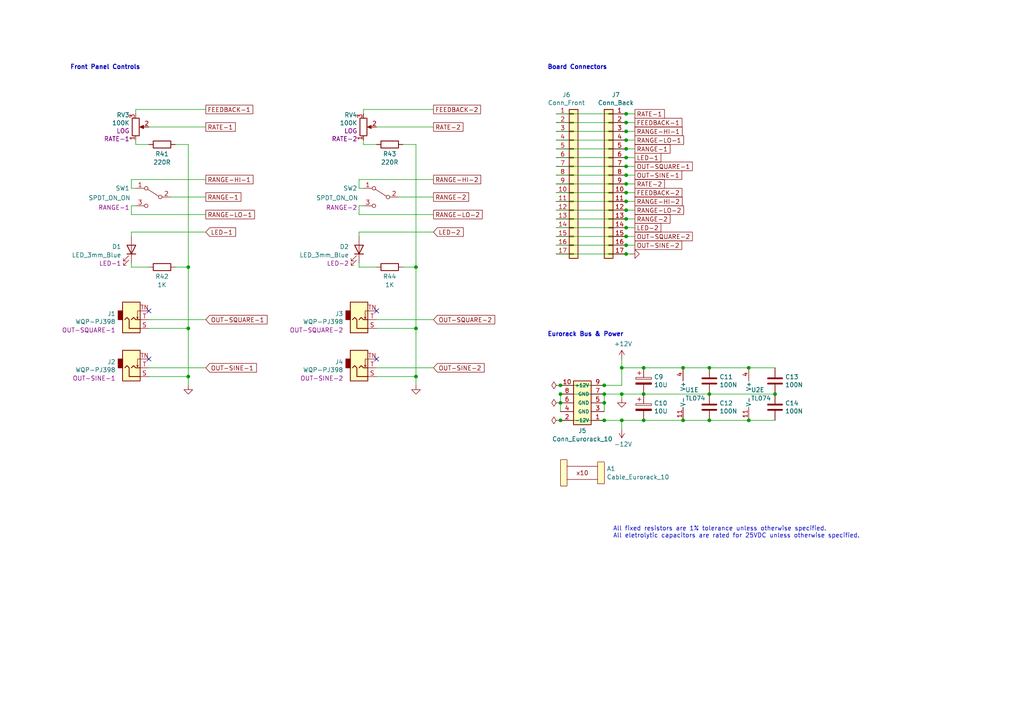
<source format=kicad_sch>
(kicad_sch
	(version 20231120)
	(generator "eeschema")
	(generator_version "8.0")
	(uuid "d0dfd7c1-401d-4f64-8463-f4c0813ac28f")
	(paper "A4")
	(title_block
		(title "Eurorack Dual LFO")
		(date "2024-04-30")
		(rev "1.0")
		(company "Len Popp")
		(comment 1 "https://lenp.net/synth/")
		(comment 2 "Copyright © 2024 Len Popp CC BY")
		(comment 3 "Dual analog LFO Eurorack module - 4HP")
	)
	(lib_symbols
		(symbol "-lmp-opamp:TL074"
			(pin_names
				(offset 0.127)
			)
			(exclude_from_sim no)
			(in_bom yes)
			(on_board yes)
			(property "Reference" "U"
				(at 0 5.08 0)
				(effects
					(font
						(size 1.27 1.27)
					)
					(justify left)
				)
			)
			(property "Value" "TL074"
				(at 0 -5.08 0)
				(effects
					(font
						(size 1.27 1.27)
					)
					(justify left)
				)
			)
			(property "Footprint" "Package_DIP:DIP-14_W7.62mm"
				(at -1.27 2.54 0)
				(effects
					(font
						(size 1.27 1.27)
					)
					(hide yes)
				)
			)
			(property "Datasheet" "http://www.ti.com/lit/ds/symlink/tl071.pdf"
				(at 1.27 5.08 0)
				(effects
					(font
						(size 1.27 1.27)
					)
					(hide yes)
				)
			)
			(property "Description" "Quad Low-Noise JFET-Input Operational Amplifiers, DIP-14/SOIC-14"
				(at 0 0 0)
				(effects
					(font
						(size 1.27 1.27)
					)
					(hide yes)
				)
			)
			(property "Manufacturer" "Texas Instruments"
				(at 0 0 0)
				(effects
					(font
						(size 1.27 1.27)
					)
					(hide yes)
				)
			)
			(property "ManufacturerPartNum" "TL074BCN"
				(at 0 0 0)
				(effects
					(font
						(size 1.27 1.27)
					)
					(hide yes)
				)
			)
			(property "Distributor" "Mouser"
				(at 0 0 0)
				(effects
					(font
						(size 1.27 1.27)
					)
					(hide yes)
				)
			)
			(property "DistributorPartNum" "595-TL074BCN"
				(at 0 0 0)
				(effects
					(font
						(size 1.27 1.27)
					)
					(hide yes)
				)
			)
			(property "DistributorPartLink" "https://www.mouser.ca/ProductDetail/?qs=vxEfx8VrU7BHurOY5iQdiA%3D%3D"
				(at 0 0 0)
				(effects
					(font
						(size 1.27 1.27)
					)
					(hide yes)
				)
			)
			(property "ki_locked" ""
				(at 0 0 0)
				(effects
					(font
						(size 1.27 1.27)
					)
				)
			)
			(property "ki_keywords" "quad opamp"
				(at 0 0 0)
				(effects
					(font
						(size 1.27 1.27)
					)
					(hide yes)
				)
			)
			(property "ki_fp_filters" "SOIC*3.9x8.7mm*P1.27mm* DIP*W7.62mm* TSSOP*4.4x5mm*P0.65mm* SSOP*5.3x6.2mm*P0.65mm* MSOP*3x3mm*P0.5mm*"
				(at 0 0 0)
				(effects
					(font
						(size 1.27 1.27)
					)
					(hide yes)
				)
			)
			(symbol "TL074_1_1"
				(polyline
					(pts
						(xy -5.08 5.08) (xy 5.08 0) (xy -5.08 -5.08) (xy -5.08 5.08)
					)
					(stroke
						(width 0.254)
						(type default)
					)
					(fill
						(type background)
					)
				)
				(pin output line
					(at 7.62 0 180)
					(length 2.54)
					(name "~"
						(effects
							(font
								(size 1.27 1.27)
							)
						)
					)
					(number "1"
						(effects
							(font
								(size 1.27 1.27)
							)
						)
					)
				)
				(pin input line
					(at -7.62 -2.54 0)
					(length 2.54)
					(name "-"
						(effects
							(font
								(size 1.27 1.27)
							)
						)
					)
					(number "2"
						(effects
							(font
								(size 1.27 1.27)
							)
						)
					)
				)
				(pin input line
					(at -7.62 2.54 0)
					(length 2.54)
					(name "+"
						(effects
							(font
								(size 1.27 1.27)
							)
						)
					)
					(number "3"
						(effects
							(font
								(size 1.27 1.27)
							)
						)
					)
				)
			)
			(symbol "TL074_2_1"
				(polyline
					(pts
						(xy -5.08 5.08) (xy 5.08 0) (xy -5.08 -5.08) (xy -5.08 5.08)
					)
					(stroke
						(width 0.254)
						(type default)
					)
					(fill
						(type background)
					)
				)
				(pin input line
					(at -7.62 2.54 0)
					(length 2.54)
					(name "+"
						(effects
							(font
								(size 1.27 1.27)
							)
						)
					)
					(number "5"
						(effects
							(font
								(size 1.27 1.27)
							)
						)
					)
				)
				(pin input line
					(at -7.62 -2.54 0)
					(length 2.54)
					(name "-"
						(effects
							(font
								(size 1.27 1.27)
							)
						)
					)
					(number "6"
						(effects
							(font
								(size 1.27 1.27)
							)
						)
					)
				)
				(pin output line
					(at 7.62 0 180)
					(length 2.54)
					(name "~"
						(effects
							(font
								(size 1.27 1.27)
							)
						)
					)
					(number "7"
						(effects
							(font
								(size 1.27 1.27)
							)
						)
					)
				)
			)
			(symbol "TL074_3_1"
				(polyline
					(pts
						(xy -5.08 5.08) (xy 5.08 0) (xy -5.08 -5.08) (xy -5.08 5.08)
					)
					(stroke
						(width 0.254)
						(type default)
					)
					(fill
						(type background)
					)
				)
				(pin input line
					(at -7.62 2.54 0)
					(length 2.54)
					(name "+"
						(effects
							(font
								(size 1.27 1.27)
							)
						)
					)
					(number "10"
						(effects
							(font
								(size 1.27 1.27)
							)
						)
					)
				)
				(pin output line
					(at 7.62 0 180)
					(length 2.54)
					(name "~"
						(effects
							(font
								(size 1.27 1.27)
							)
						)
					)
					(number "8"
						(effects
							(font
								(size 1.27 1.27)
							)
						)
					)
				)
				(pin input line
					(at -7.62 -2.54 0)
					(length 2.54)
					(name "-"
						(effects
							(font
								(size 1.27 1.27)
							)
						)
					)
					(number "9"
						(effects
							(font
								(size 1.27 1.27)
							)
						)
					)
				)
			)
			(symbol "TL074_4_1"
				(polyline
					(pts
						(xy -5.08 5.08) (xy 5.08 0) (xy -5.08 -5.08) (xy -5.08 5.08)
					)
					(stroke
						(width 0.254)
						(type default)
					)
					(fill
						(type background)
					)
				)
				(pin input line
					(at -7.62 2.54 0)
					(length 2.54)
					(name "+"
						(effects
							(font
								(size 1.27 1.27)
							)
						)
					)
					(number "12"
						(effects
							(font
								(size 1.27 1.27)
							)
						)
					)
				)
				(pin input line
					(at -7.62 -2.54 0)
					(length 2.54)
					(name "-"
						(effects
							(font
								(size 1.27 1.27)
							)
						)
					)
					(number "13"
						(effects
							(font
								(size 1.27 1.27)
							)
						)
					)
				)
				(pin output line
					(at 7.62 0 180)
					(length 2.54)
					(name "~"
						(effects
							(font
								(size 1.27 1.27)
							)
						)
					)
					(number "14"
						(effects
							(font
								(size 1.27 1.27)
							)
						)
					)
				)
			)
			(symbol "TL074_5_1"
				(pin power_in line
					(at -2.54 -7.62 90)
					(length 3.81)
					(name "V-"
						(effects
							(font
								(size 1.27 1.27)
							)
						)
					)
					(number "11"
						(effects
							(font
								(size 1.27 1.27)
							)
						)
					)
				)
				(pin power_in line
					(at -2.54 7.62 270)
					(length 3.81)
					(name "V+"
						(effects
							(font
								(size 1.27 1.27)
							)
						)
					)
					(number "4"
						(effects
							(font
								(size 1.27 1.27)
							)
						)
					)
				)
			)
		)
		(symbol "-lmp-power:+12V"
			(power)
			(pin_names
				(offset 0)
			)
			(exclude_from_sim no)
			(in_bom yes)
			(on_board yes)
			(property "Reference" "#PWR"
				(at 0 -3.81 0)
				(effects
					(font
						(size 1.27 1.27)
					)
					(hide yes)
				)
			)
			(property "Value" "+12V"
				(at 0 3.556 0)
				(effects
					(font
						(size 1.27 1.27)
					)
				)
			)
			(property "Footprint" ""
				(at 0 0 0)
				(effects
					(font
						(size 1.27 1.27)
					)
					(hide yes)
				)
			)
			(property "Datasheet" ""
				(at 0 0 0)
				(effects
					(font
						(size 1.27 1.27)
					)
					(hide yes)
				)
			)
			(property "Description" "Power symbol creates a global label with name \"+12V\""
				(at 0 0 0)
				(effects
					(font
						(size 1.27 1.27)
					)
					(hide yes)
				)
			)
			(property "ki_keywords" "power-flag"
				(at 0 0 0)
				(effects
					(font
						(size 1.27 1.27)
					)
					(hide yes)
				)
			)
			(symbol "+12V_0_1"
				(polyline
					(pts
						(xy -0.762 1.27) (xy 0 2.54)
					)
					(stroke
						(width 0)
						(type default)
					)
					(fill
						(type none)
					)
				)
				(polyline
					(pts
						(xy 0 0) (xy 0 2.54)
					)
					(stroke
						(width 0)
						(type default)
					)
					(fill
						(type none)
					)
				)
				(polyline
					(pts
						(xy 0 2.54) (xy 0.762 1.27)
					)
					(stroke
						(width 0)
						(type default)
					)
					(fill
						(type none)
					)
				)
			)
			(symbol "+12V_1_1"
				(pin power_in line
					(at 0 0 90)
					(length 0) hide
					(name "+12V"
						(effects
							(font
								(size 1.27 1.27)
							)
						)
					)
					(number "1"
						(effects
							(font
								(size 1.27 1.27)
							)
						)
					)
				)
			)
		)
		(symbol "-lmp-power:-12V"
			(power)
			(pin_names
				(offset 0)
			)
			(exclude_from_sim no)
			(in_bom yes)
			(on_board yes)
			(property "Reference" "#PWR"
				(at 0 3.81 0)
				(effects
					(font
						(size 1.27 1.27)
					)
					(hide yes)
				)
			)
			(property "Value" "-12V"
				(at 0 -3.556 0)
				(effects
					(font
						(size 1.27 1.27)
					)
				)
			)
			(property "Footprint" ""
				(at 0 0 0)
				(effects
					(font
						(size 1.27 1.27)
					)
					(hide yes)
				)
			)
			(property "Datasheet" ""
				(at 0 0 0)
				(effects
					(font
						(size 1.27 1.27)
					)
					(hide yes)
				)
			)
			(property "Description" "Power symbol creates a global label with name \"-12V\""
				(at 0 0 0)
				(effects
					(font
						(size 1.27 1.27)
					)
					(hide yes)
				)
			)
			(property "ki_keywords" "power-flag"
				(at 0 0 0)
				(effects
					(font
						(size 1.27 1.27)
					)
					(hide yes)
				)
			)
			(symbol "-12V_0_1"
				(polyline
					(pts
						(xy -0.762 -1.27) (xy 0 -2.54)
					)
					(stroke
						(width 0)
						(type default)
					)
					(fill
						(type none)
					)
				)
				(polyline
					(pts
						(xy 0 -2.54) (xy 0.762 -1.27)
					)
					(stroke
						(width 0)
						(type default)
					)
					(fill
						(type none)
					)
				)
				(polyline
					(pts
						(xy 0 0) (xy 0 -2.54)
					)
					(stroke
						(width 0)
						(type default)
					)
					(fill
						(type none)
					)
				)
			)
			(symbol "-12V_1_1"
				(pin power_in line
					(at 0 0 270)
					(length 0) hide
					(name "-12V"
						(effects
							(font
								(size 1.27 1.27)
							)
						)
					)
					(number "1"
						(effects
							(font
								(size 1.27 1.27)
							)
						)
					)
				)
			)
		)
		(symbol "-lmp-power:GND"
			(power)
			(pin_numbers hide)
			(pin_names
				(offset 0) hide)
			(exclude_from_sim no)
			(in_bom yes)
			(on_board yes)
			(property "Reference" "#PWR"
				(at 0 -6.35 0)
				(effects
					(font
						(size 1.27 1.27)
					)
					(hide yes)
				)
			)
			(property "Value" "GND"
				(at 0 -3.81 0)
				(effects
					(font
						(size 1.27 1.27)
					)
					(hide yes)
				)
			)
			(property "Footprint" ""
				(at 0 0 0)
				(effects
					(font
						(size 1.27 1.27)
					)
					(hide yes)
				)
			)
			(property "Datasheet" ""
				(at 0 0 0)
				(effects
					(font
						(size 1.27 1.27)
					)
					(hide yes)
				)
			)
			(property "Description" "Power symbol creates a global label with name \"GND\" , ground"
				(at 0 0 0)
				(effects
					(font
						(size 1.27 1.27)
					)
					(hide yes)
				)
			)
			(property "ki_keywords" "power-flag"
				(at 0 0 0)
				(effects
					(font
						(size 1.27 1.27)
					)
					(hide yes)
				)
			)
			(symbol "GND_0_1"
				(polyline
					(pts
						(xy 0 0) (xy 0 -1.27) (xy 1.27 -1.27) (xy 0 -2.54) (xy -1.27 -1.27) (xy 0 -1.27)
					)
					(stroke
						(width 0)
						(type default)
					)
					(fill
						(type none)
					)
				)
			)
			(symbol "GND_1_1"
				(pin power_in line
					(at 0 0 270)
					(length 0) hide
					(name "GND"
						(effects
							(font
								(size 1.27 1.27)
							)
						)
					)
					(number "1"
						(effects
							(font
								(size 1.27 1.27)
							)
						)
					)
				)
			)
		)
		(symbol "-lmp-power:PWR_FLAG"
			(power)
			(pin_numbers hide)
			(pin_names
				(offset 0) hide)
			(exclude_from_sim no)
			(in_bom yes)
			(on_board yes)
			(property "Reference" "#FLG"
				(at 0 1.905 0)
				(effects
					(font
						(size 1.27 1.27)
					)
					(hide yes)
				)
			)
			(property "Value" "PWR_FLAG"
				(at 0 3.81 0)
				(effects
					(font
						(size 1.27 1.27)
					)
				)
			)
			(property "Footprint" ""
				(at 0 0 0)
				(effects
					(font
						(size 1.27 1.27)
					)
					(hide yes)
				)
			)
			(property "Datasheet" "~"
				(at 0 0 0)
				(effects
					(font
						(size 1.27 1.27)
					)
					(hide yes)
				)
			)
			(property "Description" "Special symbol for telling ERC where power comes from"
				(at 0 0 0)
				(effects
					(font
						(size 1.27 1.27)
					)
					(hide yes)
				)
			)
			(property "ki_keywords" "power-flag"
				(at 0 0 0)
				(effects
					(font
						(size 1.27 1.27)
					)
					(hide yes)
				)
			)
			(symbol "PWR_FLAG_0_0"
				(pin power_out line
					(at 0 0 90)
					(length 0)
					(name "pwr"
						(effects
							(font
								(size 1.27 1.27)
							)
						)
					)
					(number "1"
						(effects
							(font
								(size 1.27 1.27)
							)
						)
					)
				)
			)
			(symbol "PWR_FLAG_0_1"
				(polyline
					(pts
						(xy 0 0) (xy 0 1.27) (xy -1.016 1.905) (xy 0 2.54) (xy 1.016 1.905) (xy 0 1.27)
					)
					(stroke
						(width 0)
						(type default)
					)
					(fill
						(type none)
					)
				)
			)
		)
		(symbol "-lmp-synth:CP_10U"
			(pin_numbers hide)
			(pin_names
				(offset 0.254)
			)
			(exclude_from_sim no)
			(in_bom yes)
			(on_board yes)
			(property "Reference" "C"
				(at 0.635 2.54 0)
				(effects
					(font
						(size 1.27 1.27)
					)
					(justify left)
				)
			)
			(property "Value" "CP_10U"
				(at 0.635 -2.54 0)
				(effects
					(font
						(size 1.27 1.27)
					)
					(justify left)
				)
			)
			(property "Footprint" "-lmp-misc:CP_Radial_D5.0mm_P2.50mm"
				(at 0.9652 -3.81 0)
				(effects
					(font
						(size 1.27 1.27)
					)
					(hide yes)
				)
			)
			(property "Datasheet" "https://www.mouser.ca/datasheet/2/315/ABA0000C1059-947582.pdf"
				(at 0 -3.81 0)
				(effects
					(font
						(size 1.27 1.27)
					)
					(hide yes)
				)
			)
			(property "Description" "Capacitor - Electrolytic - 12 V decoupling"
				(at 0 0 0)
				(effects
					(font
						(size 1.27 1.27)
					)
					(hide yes)
				)
			)
			(property "Note" "12 V decoupling"
				(at 0.635 -6.35 0)
				(effects
					(font
						(size 1.27 1.27)
					)
					(justify left)
					(hide yes)
				)
			)
			(property "Manufacturer" "Panasonic"
				(at 0 -3.81 0)
				(effects
					(font
						(size 1.27 1.27)
					)
					(hide yes)
				)
			)
			(property "ManufacturerPartNum" "ECE-A1VKS100I"
				(at 0 -3.81 0)
				(effects
					(font
						(size 1.27 1.27)
					)
					(hide yes)
				)
			)
			(property "Distributor" "Mouser"
				(at 0 -3.81 0)
				(effects
					(font
						(size 1.27 1.27)
					)
					(hide yes)
				)
			)
			(property "DistributorPartNum" "667-ECE-A1VKS100I"
				(at 0 -3.81 0)
				(effects
					(font
						(size 1.27 1.27)
					)
					(hide yes)
				)
			)
			(property "DistributorPartLink" "https://www.mouser.ca/ProductDetail/667-ECE-A1VKS100I"
				(at 0 -3.81 0)
				(effects
					(font
						(size 1.27 1.27)
					)
					(hide yes)
				)
			)
			(property "Distributor2" "Thonk"
				(at 0 -3.81 0)
				(effects
					(font
						(size 1.27 1.27)
					)
					(hide yes)
				)
			)
			(property "DistributorPartNum2" ""
				(at 0 -3.81 0)
				(effects
					(font
						(size 1.27 1.27)
					)
					(hide yes)
				)
			)
			(property "DistributorPartLink2" "https://www.thonk.co.uk/shop/eurorack-diy-essentials/"
				(at 0 -3.81 0)
				(effects
					(font
						(size 1.27 1.27)
					)
					(hide yes)
				)
			)
			(property "ki_keywords" "cap capacitor electrolytic"
				(at 0 0 0)
				(effects
					(font
						(size 1.27 1.27)
					)
					(hide yes)
				)
			)
			(property "ki_fp_filters" "CP_*"
				(at 0 0 0)
				(effects
					(font
						(size 1.27 1.27)
					)
					(hide yes)
				)
			)
			(symbol "CP_10U_0_1"
				(rectangle
					(start -2.286 0.508)
					(end 2.286 1.016)
					(stroke
						(width 0)
						(type default)
					)
					(fill
						(type none)
					)
				)
				(polyline
					(pts
						(xy -1.778 2.286) (xy -0.762 2.286)
					)
					(stroke
						(width 0)
						(type default)
					)
					(fill
						(type none)
					)
				)
				(polyline
					(pts
						(xy -1.27 2.794) (xy -1.27 1.778)
					)
					(stroke
						(width 0)
						(type default)
					)
					(fill
						(type none)
					)
				)
				(rectangle
					(start 2.286 -0.508)
					(end -2.286 -1.016)
					(stroke
						(width 0)
						(type default)
					)
					(fill
						(type outline)
					)
				)
			)
			(symbol "CP_10U_1_1"
				(pin passive line
					(at 0 3.81 270)
					(length 2.794)
					(name "~"
						(effects
							(font
								(size 1.27 1.27)
							)
						)
					)
					(number "1"
						(effects
							(font
								(size 1.27 1.27)
							)
						)
					)
				)
				(pin passive line
					(at 0 -3.81 90)
					(length 2.794)
					(name "~"
						(effects
							(font
								(size 1.27 1.27)
							)
						)
					)
					(number "2"
						(effects
							(font
								(size 1.27 1.27)
							)
						)
					)
				)
			)
		)
		(symbol "-lmp-synth:Cable_Eurorack_10"
			(exclude_from_sim no)
			(in_bom yes)
			(on_board no)
			(property "Reference" "A"
				(at 0 8.255 0)
				(effects
					(font
						(size 1.27 1.27)
					)
				)
			)
			(property "Value" "Cable_Eurorack_10"
				(at 0 5.715 0)
				(effects
					(font
						(size 1.27 1.27)
					)
				)
			)
			(property "Footprint" "-lmp-misc:NoFootprint"
				(at 0.635 -5.08 0)
				(effects
					(font
						(size 1.27 1.27)
					)
					(hide yes)
				)
			)
			(property "Datasheet" ""
				(at 0 8.255 0)
				(effects
					(font
						(size 1.27 1.27)
					)
					(hide yes)
				)
			)
			(property "Description" "Eurorack 16-10 pin power cable"
				(at 0 0 0)
				(effects
					(font
						(size 1.27 1.27)
					)
					(hide yes)
				)
			)
			(property "Note" "Length as required"
				(at 0 -2.54 0)
				(effects
					(font
						(size 1.27 1.27)
					)
					(hide yes)
				)
			)
			(property "Distributor" "Thonk"
				(at 0 -5.08 0)
				(effects
					(font
						(size 1.27 1.27)
					)
					(hide yes)
				)
			)
			(property "DistributorPartLink" "https://www.thonk.co.uk/shop/eurorack-power-cables/"
				(at 0 -5.08 0)
				(effects
					(font
						(size 1.27 1.27)
					)
					(hide yes)
				)
			)
			(property "Distributor2" "SynthCube"
				(at 0 -5.08 0)
				(effects
					(font
						(size 1.27 1.27)
					)
					(hide yes)
				)
			)
			(property "DistributorPartLink2" "https://synthcube.com/cart/eurorack-ribbon-power-cables"
				(at 0 -5.08 0)
				(effects
					(font
						(size 1.27 1.27)
					)
					(hide yes)
				)
			)
			(property "Distributor3" "Modular Addict"
				(at 0 -5.08 0)
				(effects
					(font
						(size 1.27 1.27)
					)
					(hide yes)
				)
			)
			(property "DistributorPartLink3" "https://modularaddict.com/parts/eurorack-power-cables-1"
				(at 0 -5.08 0)
				(effects
					(font
						(size 1.27 1.27)
					)
					(hide yes)
				)
			)
			(property "ki_keywords" "Eurorack 10 power cable"
				(at 0 0 0)
				(effects
					(font
						(size 1.27 1.27)
					)
					(hide yes)
				)
			)
			(symbol "Cable_Eurorack_10_0_0"
				(text "x10"
					(at 0 0 0)
					(effects
						(font
							(size 1.27 1.27)
						)
					)
				)
			)
			(symbol "Cable_Eurorack_10_0_1"
				(rectangle
					(start -6.35 3.81)
					(end -4.445 -3.81)
					(stroke
						(width 0.1524)
						(type default)
					)
					(fill
						(type background)
					)
				)
				(polyline
					(pts
						(xy -4.445 -1.905) (xy 4.445 -1.905)
					)
					(stroke
						(width 0.1524)
						(type default)
					)
					(fill
						(type none)
					)
				)
				(polyline
					(pts
						(xy -4.445 1.905) (xy 4.445 1.905)
					)
					(stroke
						(width 0.1524)
						(type default)
					)
					(fill
						(type none)
					)
				)
				(rectangle
					(start 4.445 3.175)
					(end 6.35 -3.175)
					(stroke
						(width 0.1524)
						(type default)
					)
					(fill
						(type background)
					)
				)
			)
		)
		(symbol "-lmp-synth:Conn_Eurorack_Pwr_10"
			(exclude_from_sim no)
			(in_bom yes)
			(on_board yes)
			(property "Reference" "J"
				(at 1.27 7.62 0)
				(effects
					(font
						(size 1.27 1.27)
					)
				)
			)
			(property "Value" "Conn_Eurorack_Pwr_10"
				(at 1.27 -7.62 0)
				(effects
					(font
						(size 1.27 1.27)
					)
				)
			)
			(property "Footprint" "-lmp-synth:IDC-Header-Eurorack-10-TH"
				(at 2.54 -9.144 0)
				(effects
					(font
						(size 1.27 1.27)
					)
					(hide yes)
				)
			)
			(property "Datasheet" "https://www.mouser.ca/datasheet/2/445/61201021621-1717731.pdf"
				(at 2.54 0 0)
				(effects
					(font
						(size 1.27 1.27)
					)
					(hide yes)
				)
			)
			(property "Description" "Eurorack 10-pin board power connector"
				(at 0 0 0)
				(effects
					(font
						(size 1.27 1.27)
					)
					(hide yes)
				)
			)
			(property "Manufacturer" "Wurth Elektronik"
				(at 1.524 -9.398 0)
				(effects
					(font
						(size 1.27 1.27)
					)
					(hide yes)
				)
			)
			(property "ManufacturerPartNum" "61201021621"
				(at 1.524 -9.398 0)
				(effects
					(font
						(size 1.27 1.27)
					)
					(hide yes)
				)
			)
			(property "Distributor" "Mouser"
				(at 1.524 -9.144 0)
				(effects
					(font
						(size 1.27 1.27)
					)
					(hide yes)
				)
			)
			(property "DistributorPartNum" "710-61201021621"
				(at 1.524 -9.398 0)
				(effects
					(font
						(size 1.27 1.27)
					)
					(hide yes)
				)
			)
			(property "DistributorPartLink" "https://www.mouser.ca/ProductDetail/Wurth-Elektronik/61201021621?qs=%2Fha2pyFadugkhyfdWLPRIwz9kroMfF%252BXZWEETFcVSqiQRaqHzEC2RQ%3D%3D"
				(at 1.524 -9.398 0)
				(effects
					(font
						(size 1.27 1.27)
					)
					(hide yes)
				)
			)
			(property "Distributor2" "Thonk"
				(at 0 0 0)
				(effects
					(font
						(size 1.27 1.27)
					)
					(hide yes)
				)
			)
			(property "DistributorPartNum2" ""
				(at 0 0 0)
				(effects
					(font
						(size 1.27 1.27)
					)
					(hide yes)
				)
			)
			(property "DistributorPartLink2" "https://www.thonk.co.uk/shop/eurorack-diy-essentials/"
				(at 0 0 0)
				(effects
					(font
						(size 1.27 1.27)
					)
					(hide yes)
				)
			)
			(property "ki_keywords" "connector Eurorack"
				(at 0 0 0)
				(effects
					(font
						(size 1.27 1.27)
					)
					(hide yes)
				)
			)
			(property "ki_fp_filters" "Connector*:*_2x??_*"
				(at 0 0 0)
				(effects
					(font
						(size 1.27 1.27)
					)
					(hide yes)
				)
			)
			(symbol "Conn_Eurorack_Pwr_10_1_1"
				(rectangle
					(start 3.81 -6.35)
					(end -1.27 6.35)
					(stroke
						(width 0.254)
						(type default)
					)
					(fill
						(type background)
					)
				)
				(pin power_in line
					(at 7.62 -5.08 180)
					(length 3.81)
					(name "-12V"
						(effects
							(font
								(size 1.016 1.016)
							)
						)
					)
					(number "1"
						(effects
							(font
								(size 1.27 1.27)
							)
						)
					)
				)
				(pin power_in line
					(at -5.08 5.08 0)
					(length 3.81)
					(name "~"
						(effects
							(font
								(size 1.27 1.27)
							)
						)
					)
					(number "10"
						(effects
							(font
								(size 1.27 1.27)
							)
						)
					)
				)
				(pin power_in line
					(at -5.08 -5.08 0)
					(length 3.81)
					(name "~"
						(effects
							(font
								(size 1.016 1.016)
							)
						)
					)
					(number "2"
						(effects
							(font
								(size 1.27 1.27)
							)
						)
					)
				)
				(pin power_in line
					(at 7.62 -2.54 180)
					(length 3.81)
					(name "GND"
						(effects
							(font
								(size 1.016 1.016)
							)
						)
					)
					(number "3"
						(effects
							(font
								(size 1.27 1.27)
							)
						)
					)
				)
				(pin power_in line
					(at -5.08 -2.54 0)
					(length 3.81)
					(name "~"
						(effects
							(font
								(size 1.27 1.27)
							)
						)
					)
					(number "4"
						(effects
							(font
								(size 1.27 1.27)
							)
						)
					)
				)
				(pin power_in line
					(at 7.62 0 180)
					(length 3.81)
					(name "GND"
						(effects
							(font
								(size 1.016 1.016)
							)
						)
					)
					(number "5"
						(effects
							(font
								(size 1.27 1.27)
							)
						)
					)
				)
				(pin power_in line
					(at -5.08 0 0)
					(length 3.81)
					(name "~"
						(effects
							(font
								(size 1.27 1.27)
							)
						)
					)
					(number "6"
						(effects
							(font
								(size 1.27 1.27)
							)
						)
					)
				)
				(pin power_in line
					(at 7.62 2.54 180)
					(length 3.81)
					(name "GND"
						(effects
							(font
								(size 1.016 1.016)
							)
						)
					)
					(number "7"
						(effects
							(font
								(size 1.27 1.27)
							)
						)
					)
				)
				(pin power_in line
					(at -5.08 2.54 0)
					(length 3.81)
					(name "~"
						(effects
							(font
								(size 1.27 1.27)
							)
						)
					)
					(number "8"
						(effects
							(font
								(size 1.27 1.27)
							)
						)
					)
				)
				(pin power_in line
					(at 7.62 5.08 180)
					(length 3.81)
					(name "+12V"
						(effects
							(font
								(size 1.016 1.016)
							)
						)
					)
					(number "9"
						(effects
							(font
								(size 1.27 1.27)
							)
						)
					)
				)
			)
		)
		(symbol "-lmp-synth:Jack_WQP-PJ398"
			(exclude_from_sim no)
			(in_bom yes)
			(on_board yes)
			(property "Reference" "J"
				(at 0 10.033 0)
				(effects
					(font
						(size 1.27 1.27)
					)
				)
			)
			(property "Value" "Jack_WQP-PJ398"
				(at 0 7.62 0)
				(effects
					(font
						(size 1.27 1.27)
					)
				)
			)
			(property "Footprint" "-lmp-synth:Jack_3.5mm_QingPu_WQP-PJ398SM_Vertical"
				(at 0 0 0)
				(effects
					(font
						(size 1.27 1.27)
					)
					(hide yes)
				)
			)
			(property "Datasheet" "http://www.qingpu-electronics.com/en/products/WQP-PJ398SM-362.html"
				(at 0 0 0)
				(effects
					(font
						(size 1.27 1.27)
					)
					(hide yes)
				)
			)
			(property "Description" "Audio Jack, 2 Poles (Mono / TS), Switched T Pole (Normalling), QingPu / Thonkiconn"
				(at 0 0 0)
				(effects
					(font
						(size 1.27 1.27)
					)
					(hide yes)
				)
			)
			(property "Label" "[label]"
				(at 0 5.207 0)
				(effects
					(font
						(size 1.27 1.27)
					)
				)
			)
			(property "Manufacturer" "QingPu / Thonk"
				(at 0 0 0)
				(effects
					(font
						(size 1.27 1.27)
					)
					(hide yes)
				)
			)
			(property "ManufacturerPartNum" "PJ398SM / WQP518MA"
				(at 0 0 0)
				(effects
					(font
						(size 1.27 1.27)
					)
					(hide yes)
				)
			)
			(property "Distributor" "Thonk"
				(at 0 0 0)
				(effects
					(font
						(size 1.27 1.27)
					)
					(hide yes)
				)
			)
			(property "DistributorPartNum" "PJ398SM"
				(at 0 0 0)
				(effects
					(font
						(size 1.27 1.27)
					)
					(hide yes)
				)
			)
			(property "DistributorPartLink" "https://www.thonk.co.uk/shop/thonkiconn/"
				(at 0 0 0)
				(effects
					(font
						(size 1.27 1.27)
					)
					(hide yes)
				)
			)
			(property "Distributor2" "SynthCube"
				(at 0 0 0)
				(effects
					(font
						(size 1.27 1.27)
					)
					(hide yes)
				)
			)
			(property "DistributorPartNum2" "WQP518MA"
				(at 0 0 0)
				(effects
					(font
						(size 1.27 1.27)
					)
					(hide yes)
				)
			)
			(property "DistributorPartLink2" "https://synthcube.com/cart/3-5mm-euro-jacks"
				(at 0 0 0)
				(effects
					(font
						(size 1.27 1.27)
					)
					(hide yes)
				)
			)
			(property "Distributor3" "Adafruit"
				(at 0 0 0)
				(effects
					(font
						(size 1.27 1.27)
					)
					(hide yes)
				)
			)
			(property "DistributorPartNum3" "4031"
				(at 0 0 0)
				(effects
					(font
						(size 1.27 1.27)
					)
					(hide yes)
				)
			)
			(property "DistributorPartLink3" "https://www.adafruit.com/product/4031"
				(at 0 0 0)
				(effects
					(font
						(size 1.27 1.27)
					)
					(hide yes)
				)
			)
			(property "ki_keywords" "audio jack receptacle mono headphones phone TS connector QingPu Thonkiconn"
				(at 0 0 0)
				(effects
					(font
						(size 1.27 1.27)
					)
					(hide yes)
				)
			)
			(property "ki_fp_filters" "Jack*"
				(at 0 0 0)
				(effects
					(font
						(size 1.27 1.27)
					)
					(hide yes)
				)
			)
			(symbol "Jack_WQP-PJ398_0_1"
				(rectangle
					(start -2.54 0)
					(end -3.81 -2.54)
					(stroke
						(width 0.254)
						(type default)
					)
					(fill
						(type outline)
					)
				)
				(polyline
					(pts
						(xy 1.778 -0.254) (xy 2.032 -0.762)
					)
					(stroke
						(width 0)
						(type default)
					)
					(fill
						(type none)
					)
				)
				(polyline
					(pts
						(xy 0 0) (xy 0.635 -0.635) (xy 1.27 0) (xy 2.54 0)
					)
					(stroke
						(width 0.254)
						(type default)
					)
					(fill
						(type none)
					)
				)
				(polyline
					(pts
						(xy 2.54 -2.54) (xy 1.778 -2.54) (xy 1.778 -0.254) (xy 1.524 -0.762)
					)
					(stroke
						(width 0)
						(type default)
					)
					(fill
						(type none)
					)
				)
				(polyline
					(pts
						(xy 2.54 2.54) (xy -0.635 2.54) (xy -0.635 0) (xy -1.27 -0.635) (xy -1.905 0)
					)
					(stroke
						(width 0.254)
						(type default)
					)
					(fill
						(type none)
					)
				)
				(rectangle
					(start 2.54 3.81)
					(end -2.54 -5.08)
					(stroke
						(width 0.254)
						(type default)
					)
					(fill
						(type background)
					)
				)
			)
			(symbol "Jack_WQP-PJ398_1_1"
				(pin passive line
					(at 5.08 2.54 180)
					(length 2.54)
					(name "~"
						(effects
							(font
								(size 1.27 1.27)
							)
						)
					)
					(number "S"
						(effects
							(font
								(size 1.27 1.27)
							)
						)
					)
				)
				(pin passive line
					(at 5.08 0 180)
					(length 2.54)
					(name "~"
						(effects
							(font
								(size 1.27 1.27)
							)
						)
					)
					(number "T"
						(effects
							(font
								(size 1.27 1.27)
							)
						)
					)
				)
				(pin passive line
					(at 5.08 -2.54 180)
					(length 2.54)
					(name "~"
						(effects
							(font
								(size 1.27 1.27)
							)
						)
					)
					(number "TN"
						(effects
							(font
								(size 1.27 1.27)
							)
						)
					)
				)
			)
		)
		(symbol "-lmp-synth:LED_3mm_Blue"
			(pin_numbers hide)
			(pin_names
				(offset 1.016) hide)
			(exclude_from_sim no)
			(in_bom yes)
			(on_board yes)
			(property "Reference" "D"
				(at 0 2.54 0)
				(effects
					(font
						(size 1.27 1.27)
					)
				)
			)
			(property "Value" "LED_3mm_Blue"
				(at 0 -3.175 0)
				(effects
					(font
						(size 1.27 1.27)
					)
				)
			)
			(property "Footprint" "LED_THT:LED_D3.0mm_Clear"
				(at 0 0 0)
				(effects
					(font
						(size 1.27 1.27)
					)
					(hide yes)
				)
			)
			(property "Datasheet" "https://www.mouser.ca/datasheet/2/239/Lite-On_LTL17KTBS3KS-032A-ver.02-1175323.pdf"
				(at 0 0 0)
				(effects
					(font
						(size 1.27 1.27)
					)
					(hide yes)
				)
			)
			(property "Description" "Blue Light Emitting Diode"
				(at 0 0 0)
				(effects
					(font
						(size 1.27 1.27)
					)
					(hide yes)
				)
			)
			(property "Label" "[label]"
				(at 0 -5.08 0)
				(effects
					(font
						(size 1.27 1.27)
					)
				)
			)
			(property "Manufacturer" "Kingbright"
				(at 0 0 0)
				(effects
					(font
						(size 1.27 1.27)
					)
					(hide yes)
				)
			)
			(property "ManufacturerPartNum" "WP710A10QBD/D"
				(at 0 0 0)
				(effects
					(font
						(size 1.27 1.27)
					)
					(hide yes)
				)
			)
			(property "Distributor" "Mouser"
				(at 0 0 0)
				(effects
					(font
						(size 1.27 1.27)
					)
					(hide yes)
				)
			)
			(property "DistributorPartNum" "604-WP710A10QBD/D"
				(at 0 0 0)
				(effects
					(font
						(size 1.27 1.27)
					)
					(hide yes)
				)
			)
			(property "DistributorPartLink" "https://www.mouser.ca/ProductDetail/Kingbright/WP710A10QBD-D?qs=%2Fha2pyFaduhxM0Yc4LNdCV5tSkUIQ4jFdDFR7390XhPTkxv9WTdJ0Q%3D%3D"
				(at 0 0 0)
				(effects
					(font
						(size 1.27 1.27)
					)
					(hide yes)
				)
			)
			(property "ki_keywords" "LED diode blue"
				(at 0 0 0)
				(effects
					(font
						(size 1.27 1.27)
					)
					(hide yes)
				)
			)
			(property "ki_fp_filters" "LED* LED_SMD:* LED_THT:*"
				(at 0 0 0)
				(effects
					(font
						(size 1.27 1.27)
					)
					(hide yes)
				)
			)
			(symbol "LED_3mm_Blue_0_1"
				(polyline
					(pts
						(xy -1.27 -1.27) (xy -1.27 1.27)
					)
					(stroke
						(width 0.254)
						(type default)
					)
					(fill
						(type none)
					)
				)
				(polyline
					(pts
						(xy -1.27 0) (xy 1.27 0)
					)
					(stroke
						(width 0)
						(type default)
					)
					(fill
						(type none)
					)
				)
				(polyline
					(pts
						(xy 1.27 -1.27) (xy 1.27 1.27) (xy -1.27 0) (xy 1.27 -1.27)
					)
					(stroke
						(width 0.254)
						(type default)
					)
					(fill
						(type none)
					)
				)
				(polyline
					(pts
						(xy -3.048 -0.762) (xy -4.572 -2.286) (xy -3.81 -2.286) (xy -4.572 -2.286) (xy -4.572 -1.524)
					)
					(stroke
						(width 0)
						(type default)
					)
					(fill
						(type none)
					)
				)
				(polyline
					(pts
						(xy -1.778 -0.762) (xy -3.302 -2.286) (xy -2.54 -2.286) (xy -3.302 -2.286) (xy -3.302 -1.524)
					)
					(stroke
						(width 0)
						(type default)
					)
					(fill
						(type none)
					)
				)
			)
			(symbol "LED_3mm_Blue_1_1"
				(pin passive line
					(at -3.81 0 0)
					(length 2.54)
					(name "K"
						(effects
							(font
								(size 1.27 1.27)
							)
						)
					)
					(number "1"
						(effects
							(font
								(size 1.27 1.27)
							)
						)
					)
				)
				(pin passive line
					(at 3.81 0 180)
					(length 2.54)
					(name "A"
						(effects
							(font
								(size 1.27 1.27)
							)
						)
					)
					(number "2"
						(effects
							(font
								(size 1.27 1.27)
							)
						)
					)
				)
			)
		)
		(symbol "-lmp-synth:R_POT_Panel_PCB_Alpha"
			(pin_names
				(offset 1.016) hide)
			(exclude_from_sim no)
			(in_bom yes)
			(on_board yes)
			(property "Reference" "RV"
				(at -9.144 0 90)
				(effects
					(font
						(size 1.27 1.27)
					)
				)
			)
			(property "Value" "R_POT_Panel_PCB_Alpha"
				(at -7.239 0 90)
				(effects
					(font
						(size 1.27 1.27)
					)
				)
			)
			(property "Footprint" "-lmp-synth:Potentiometer_Alpha_RD901F-40-00D_Single_Vertical"
				(at 0 0 0)
				(effects
					(font
						(size 1.27 1.27)
					)
					(hide yes)
				)
			)
			(property "Datasheet" "https://www.mouser.ca/datasheet/2/13/alpha_taiwan_08192019_RD901F-40-15R1-B(resistance_-1627810.pdf"
				(at 0 0 0)
				(effects
					(font
						(size 1.27 1.27)
					)
					(hide yes)
				)
			)
			(property "Description" "Potentiometer"
				(at 0 0 0)
				(effects
					(font
						(size 1.27 1.27)
					)
					(hide yes)
				)
			)
			(property "Value2" "[LIN/LOG]"
				(at -5.207 0 90)
				(effects
					(font
						(size 1.27 1.27)
					)
				)
			)
			(property "Label" "[label]"
				(at -3.175 0 90)
				(effects
					(font
						(size 1.27 1.27)
					)
				)
			)
			(property "Manufacturer" "Alpha"
				(at 0 0 0)
				(effects
					(font
						(size 1.27 1.27)
					)
					(hide yes)
				)
			)
			(property "ManufacturerPartNum" "RD901F-*"
				(at 0 0 0)
				(effects
					(font
						(size 1.27 1.27)
					)
					(hide yes)
				)
			)
			(property "Distributor" "Thonk"
				(at 0 0 0)
				(effects
					(font
						(size 1.27 1.27)
					)
					(hide yes)
				)
			)
			(property "DistributorPartNum" "Group_Pot_Alpha_6.35mm"
				(at 0 0 0)
				(effects
					(font
						(size 1.27 1.27)
					)
					(hide yes)
				)
			)
			(property "DistributorPartLink" "https://www.thonk.co.uk/shop/alpha-9mm-pots/"
				(at 0 0 0)
				(effects
					(font
						(size 1.27 1.27)
					)
					(hide yes)
				)
			)
			(property "Distributor2" "Mouser"
				(at 0 0 0)
				(effects
					(font
						(size 1.27 1.27)
					)
					(hide yes)
				)
			)
			(property "DistributorPartNum2" "311-1940F-*"
				(at 0 0 0)
				(effects
					(font
						(size 1.27 1.27)
					)
					(hide yes)
				)
			)
			(property "DistributorPartLink2" "https://www.mouser.ca/c/passive-components/potentiometers-trimmers-rheostats/potentiometers/?q=RD901F&orientation=Vertical"
				(at 0 0 0)
				(effects
					(font
						(size 1.27 1.27)
					)
					(hide yes)
				)
			)
			(property "Distributor3" "SynthCube"
				(at 0 0 0)
				(effects
					(font
						(size 1.27 1.27)
					)
					(hide yes)
				)
			)
			(property "DistributorPartNum3" "9MMALPHAPOTMSTR"
				(at 0 0 0)
				(effects
					(font
						(size 1.27 1.27)
					)
					(hide yes)
				)
			)
			(property "DistributorPartLink3" "https://synthcube.com/cart/alpha-9mm-potentiometer-right-angle-pcb-mount-6-35mm-round-shaft"
				(at 0 0 0)
				(effects
					(font
						(size 1.27 1.27)
					)
					(hide yes)
				)
			)
			(property "ki_keywords" "resistor variable"
				(at 0 0 0)
				(effects
					(font
						(size 1.27 1.27)
					)
					(hide yes)
				)
			)
			(property "ki_fp_filters" "Potentiometer*"
				(at 0 0 0)
				(effects
					(font
						(size 1.27 1.27)
					)
					(hide yes)
				)
			)
			(symbol "R_POT_Panel_PCB_Alpha_0_1"
				(polyline
					(pts
						(xy 2.54 0) (xy 1.524 0)
					)
					(stroke
						(width 0)
						(type default)
					)
					(fill
						(type none)
					)
				)
				(polyline
					(pts
						(xy 1.143 0) (xy 2.286 0.508) (xy 2.286 -0.508) (xy 1.143 0)
					)
					(stroke
						(width 0)
						(type default)
					)
					(fill
						(type outline)
					)
				)
				(rectangle
					(start 1.016 2.54)
					(end -1.016 -2.54)
					(stroke
						(width 0.254)
						(type default)
					)
					(fill
						(type none)
					)
				)
			)
			(symbol "R_POT_Panel_PCB_Alpha_1_1"
				(pin passive line
					(at 0 3.81 270)
					(length 1.27)
					(name "1"
						(effects
							(font
								(size 1.27 1.27)
							)
						)
					)
					(number "1"
						(effects
							(font
								(size 1.27 1.27)
							)
						)
					)
				)
				(pin passive line
					(at 3.81 0 180)
					(length 1.27)
					(name "2"
						(effects
							(font
								(size 1.27 1.27)
							)
						)
					)
					(number "2"
						(effects
							(font
								(size 1.27 1.27)
							)
						)
					)
				)
				(pin passive line
					(at 0 -3.81 90)
					(length 1.27)
					(name "3"
						(effects
							(font
								(size 1.27 1.27)
							)
						)
					)
					(number "3"
						(effects
							(font
								(size 1.27 1.27)
							)
						)
					)
				)
			)
		)
		(symbol "-lmp-synth:SW_SPDT_ON_ON"
			(pin_names
				(offset 0) hide)
			(exclude_from_sim no)
			(in_bom yes)
			(on_board yes)
			(property "Reference" "SW"
				(at 0 4.318 0)
				(effects
					(font
						(size 1.27 1.27)
					)
				)
			)
			(property "Value" "SW_SPDT_ON_ON"
				(at 0 -5.08 0)
				(effects
					(font
						(size 1.27 1.27)
					)
				)
			)
			(property "Footprint" "-lmp-misc:SW_SPDT_THT_2.54"
				(at 0 0 0)
				(effects
					(font
						(size 1.27 1.27)
					)
					(hide yes)
				)
			)
			(property "Datasheet" "https://www.mouser.ca/datasheet/2/221/MS-100542-1173960.pdf"
				(at 0 0 0)
				(effects
					(font
						(size 1.27 1.27)
					)
					(hide yes)
				)
			)
			(property "Description" "Switch, single pole double throw sub-mini toggle"
				(at 0 0 0)
				(effects
					(font
						(size 1.27 1.27)
					)
					(hide yes)
				)
			)
			(property "Label" "[label]"
				(at 0 -6.985 0)
				(effects
					(font
						(size 1.27 1.27)
					)
				)
			)
			(property "Manufacturer" "Mountain Switch"
				(at 0 0 0)
				(effects
					(font
						(size 1.27 1.27)
					)
					(hide yes)
				)
			)
			(property "ManufacturerPartNum" "10TC410"
				(at 0 0 0)
				(effects
					(font
						(size 1.27 1.27)
					)
					(hide yes)
				)
			)
			(property "Distributor" "Mouser"
				(at 0 0 0)
				(effects
					(font
						(size 1.27 1.27)
					)
					(hide yes)
				)
			)
			(property "DistributorPartNum" "10TC410"
				(at 0 0 0)
				(effects
					(font
						(size 1.27 1.27)
					)
					(hide yes)
				)
			)
			(property "DistributorPartLink" "https://www.mouser.ca/ProductDetail/Mountain-Switch/10TC410?qs=ITV4B%252BNEbToIZH965UXZQg%3D%3D"
				(at 0 0 0)
				(effects
					(font
						(size 1.27 1.27)
					)
					(hide yes)
				)
			)
			(property "Distributor2" "Thonk"
				(at 0 0 0)
				(effects
					(font
						(size 1.27 1.27)
					)
					(hide yes)
				)
			)
			(property "Distributor3" "SynthCube"
				(at 0 0 0)
				(effects
					(font
						(size 1.27 1.27)
					)
					(hide yes)
				)
			)
			(property "DistributorPartLink2" "https://www.thonk.co.uk/shop/sub-mini-toggle-switches/"
				(at 0 0 0)
				(effects
					(font
						(size 1.27 1.27)
					)
					(hide yes)
				)
			)
			(property "DistributorPartLink3" "https://synthcube.com/cart/toggle-switch-submini-pc-pin"
				(at 0 0 0)
				(effects
					(font
						(size 1.27 1.27)
					)
					(hide yes)
				)
			)
			(property "ki_keywords" "switch single-pole double-throw spdt ON-ON toggle submini"
				(at 0 0 0)
				(effects
					(font
						(size 1.27 1.27)
					)
					(hide yes)
				)
			)
			(symbol "SW_SPDT_ON_ON_0_0"
				(circle
					(center -2.032 0)
					(radius 0.508)
					(stroke
						(width 0)
						(type default)
					)
					(fill
						(type none)
					)
				)
				(circle
					(center 2.032 -2.54)
					(radius 0.508)
					(stroke
						(width 0)
						(type default)
					)
					(fill
						(type none)
					)
				)
			)
			(symbol "SW_SPDT_ON_ON_0_1"
				(polyline
					(pts
						(xy -1.524 0.254) (xy 1.651 2.286)
					)
					(stroke
						(width 0)
						(type default)
					)
					(fill
						(type none)
					)
				)
				(circle
					(center 2.032 2.54)
					(radius 0.508)
					(stroke
						(width 0)
						(type default)
					)
					(fill
						(type none)
					)
				)
			)
			(symbol "SW_SPDT_ON_ON_1_1"
				(pin passive line
					(at 5.08 2.54 180)
					(length 2.54)
					(name "A"
						(effects
							(font
								(size 1.27 1.27)
							)
						)
					)
					(number "1"
						(effects
							(font
								(size 1.27 1.27)
							)
						)
					)
				)
				(pin passive line
					(at -5.08 0 0)
					(length 2.54)
					(name "B"
						(effects
							(font
								(size 1.27 1.27)
							)
						)
					)
					(number "2"
						(effects
							(font
								(size 1.27 1.27)
							)
						)
					)
				)
				(pin passive line
					(at 5.08 -2.54 180)
					(length 2.54)
					(name "C"
						(effects
							(font
								(size 1.27 1.27)
							)
						)
					)
					(number "3"
						(effects
							(font
								(size 1.27 1.27)
							)
						)
					)
				)
			)
		)
		(symbol "-lmp:CC_100N"
			(pin_numbers hide)
			(pin_names
				(offset 0.254)
			)
			(exclude_from_sim no)
			(in_bom yes)
			(on_board yes)
			(property "Reference" "C"
				(at 0.635 2.54 0)
				(effects
					(font
						(size 1.27 1.27)
					)
					(justify left)
				)
			)
			(property "Value" "CC_100N"
				(at 0.635 -2.54 0)
				(effects
					(font
						(size 1.27 1.27)
					)
					(justify left)
				)
			)
			(property "Footprint" "-lmp-misc:C_Disc_D5.0mm_W2.5mm_P2.50mm"
				(at 0.9652 -3.81 0)
				(effects
					(font
						(size 1.27 1.27)
					)
					(hide yes)
				)
			)
			(property "Datasheet" "https://product.tdk.com/system/files/dam/doc/product/capacitor/ceramic/lead-mlcc/catalog/leadmlcc_halogenfree_fg_en.pdf"
				(at -0.635 -3.81 0)
				(effects
					(font
						(size 1.27 1.27)
					)
					(hide yes)
				)
			)
			(property "Description" "Capacitor - Ceramic - IC decoupling"
				(at 0 0 0)
				(effects
					(font
						(size 1.27 1.27)
					)
					(hide yes)
				)
			)
			(property "Note" "IC decoupling"
				(at 0.635 -5.08 0)
				(effects
					(font
						(size 1.27 1.27)
					)
					(justify left)
					(hide yes)
				)
			)
			(property "Manufacturer" "TDK"
				(at 0 0 0)
				(effects
					(font
						(size 1.27 1.27)
					)
					(hide yes)
				)
			)
			(property "ManufacturerPartNum" "FG18X7R1H104KNT06"
				(at 0 0 0)
				(effects
					(font
						(size 1.27 1.27)
					)
					(hide yes)
				)
			)
			(property "Distributor" "Mouser"
				(at 0 0 0)
				(effects
					(font
						(size 1.27 1.27)
					)
					(hide yes)
				)
			)
			(property "DistributorPartNum" "810-FG18X7R1H104KNT6"
				(at 0 0 0)
				(effects
					(font
						(size 1.27 1.27)
					)
					(hide yes)
				)
			)
			(property "DistributorPartLink" "https://www.mouser.ca/ProductDetail/810-FG18X7R1H104KNT6"
				(at 0 0 0)
				(effects
					(font
						(size 1.27 1.27)
					)
					(hide yes)
				)
			)
			(property "ki_keywords" "cap capacitor ceramic"
				(at 0 0 0)
				(effects
					(font
						(size 1.27 1.27)
					)
					(hide yes)
				)
			)
			(property "ki_fp_filters" "C_*"
				(at 0 0 0)
				(effects
					(font
						(size 1.27 1.27)
					)
					(hide yes)
				)
			)
			(symbol "CC_100N_0_1"
				(polyline
					(pts
						(xy -2.032 -0.762) (xy 2.032 -0.762)
					)
					(stroke
						(width 0.508)
						(type default)
					)
					(fill
						(type none)
					)
				)
				(polyline
					(pts
						(xy -2.032 0.762) (xy 2.032 0.762)
					)
					(stroke
						(width 0.508)
						(type default)
					)
					(fill
						(type none)
					)
				)
			)
			(symbol "CC_100N_1_1"
				(pin passive line
					(at 0 3.81 270)
					(length 2.794)
					(name "~"
						(effects
							(font
								(size 1.27 1.27)
							)
						)
					)
					(number "1"
						(effects
							(font
								(size 1.27 1.27)
							)
						)
					)
				)
				(pin passive line
					(at 0 -3.81 90)
					(length 2.794)
					(name "~"
						(effects
							(font
								(size 1.27 1.27)
							)
						)
					)
					(number "2"
						(effects
							(font
								(size 1.27 1.27)
							)
						)
					)
				)
			)
		)
		(symbol "-lmp:R_1%_0W166"
			(pin_numbers hide)
			(pin_names
				(offset 0)
			)
			(exclude_from_sim no)
			(in_bom yes)
			(on_board yes)
			(property "Reference" "R"
				(at -2.286 0 90)
				(effects
					(font
						(size 1.27 1.27)
					)
				)
			)
			(property "Value" "R_1%_0W166"
				(at 2.413 0 90)
				(effects
					(font
						(size 1.27 1.27)
					)
				)
			)
			(property "Footprint" "-lmp-misc:R_Axial_DIN0207_L6.3mm_D2.5mm_P7.62mm_Horizontal"
				(at -1.778 0 90)
				(effects
					(font
						(size 1.27 1.27)
					)
					(hide yes)
				)
			)
			(property "Datasheet" "https://www.mouser.ca/datasheet/2/447/YAGEO_MFR_datasheet_2023v3-3324391.pdf"
				(at 0 0 0)
				(effects
					(font
						(size 1.27 1.27)
					)
					(hide yes)
				)
			)
			(property "Description" "Resistor"
				(at 0 0 0)
				(effects
					(font
						(size 1.27 1.27)
					)
					(hide yes)
				)
			)
			(property "Manufacturer" "YAGEO"
				(at 0 0 0)
				(effects
					(font
						(size 1.27 1.27)
					)
					(hide yes)
				)
			)
			(property "ManufacturerPartNum" "MFR-12*"
				(at 0 0 0)
				(effects
					(font
						(size 1.27 1.27)
					)
					(hide yes)
				)
			)
			(property "Distributor" "Mouser"
				(at 0 0 0)
				(effects
					(font
						(size 1.27 1.27)
					)
					(hide yes)
				)
			)
			(property "DistributorPartNum" "603-MFR-12*"
				(at 0 0 0)
				(effects
					(font
						(size 1.27 1.27)
					)
					(hide yes)
				)
			)
			(property "DistributorPartLink" "https://www.mouser.ca/c/?m=YAGEO&power+rating=166+mW+(1%2f6+W)&tolerance=1+%25&instock=y"
				(at 0 0 0)
				(effects
					(font
						(size 1.27 1.27)
					)
					(hide yes)
				)
			)
			(property "Value2" "1%, 1/6 W"
				(at 4.953 0 90)
				(effects
					(font
						(size 1.27 1.27)
					)
					(hide yes)
				)
			)
			(property "ki_keywords" "R res resistor"
				(at 0 0 0)
				(effects
					(font
						(size 1.27 1.27)
					)
					(hide yes)
				)
			)
			(property "ki_fp_filters" "R_*"
				(at 0 0 0)
				(effects
					(font
						(size 1.27 1.27)
					)
					(hide yes)
				)
			)
			(symbol "R_1%_0W166_0_1"
				(rectangle
					(start -1.016 -2.54)
					(end 1.016 2.54)
					(stroke
						(width 0.254)
						(type default)
					)
					(fill
						(type none)
					)
				)
			)
			(symbol "R_1%_0W166_1_1"
				(pin passive line
					(at 0 3.81 270)
					(length 1.27)
					(name "~"
						(effects
							(font
								(size 1.27 1.27)
							)
						)
					)
					(number "1"
						(effects
							(font
								(size 1.27 1.27)
							)
						)
					)
				)
				(pin passive line
					(at 0 -3.81 90)
					(length 1.27)
					(name "~"
						(effects
							(font
								(size 1.27 1.27)
							)
						)
					)
					(number "2"
						(effects
							(font
								(size 1.27 1.27)
							)
						)
					)
				)
			)
		)
		(symbol "CP_10U_2"
			(pin_numbers hide)
			(pin_names
				(offset 0.254)
			)
			(exclude_from_sim no)
			(in_bom yes)
			(on_board yes)
			(property "Reference" "C"
				(at 0.635 2.54 0)
				(effects
					(font
						(size 1.27 1.27)
					)
					(justify left)
				)
			)
			(property "Value" "CP_10U_2"
				(at 0.635 -2.54 0)
				(effects
					(font
						(size 1.27 1.27)
					)
					(justify left)
				)
			)
			(property "Footprint" "-lmp-misc:CP_Radial_D5.0mm_P2.50mm"
				(at 0.9652 -3.81 0)
				(effects
					(font
						(size 1.27 1.27)
					)
					(hide yes)
				)
			)
			(property "Datasheet" "https://www.mouser.ca/datasheet/2/315/ABA0000C1059-947582.pdf"
				(at 0 -3.81 0)
				(effects
					(font
						(size 1.27 1.27)
					)
					(hide yes)
				)
			)
			(property "Description" "Capacitor - Electrolytic - 12 V decoupling"
				(at 0 0 0)
				(effects
					(font
						(size 1.27 1.27)
					)
					(hide yes)
				)
			)
			(property "Note" "12 V decoupling"
				(at 0.635 -6.35 0)
				(effects
					(font
						(size 1.27 1.27)
					)
					(justify left)
					(hide yes)
				)
			)
			(property "Manufacturer" "Panasonic"
				(at 0 -3.81 0)
				(effects
					(font
						(size 1.27 1.27)
					)
					(hide yes)
				)
			)
			(property "ManufacturerPartNum" "ECE-A1VKS100I"
				(at 0 -3.81 0)
				(effects
					(font
						(size 1.27 1.27)
					)
					(hide yes)
				)
			)
			(property "Distributor" "Mouser"
				(at 0 -3.81 0)
				(effects
					(font
						(size 1.27 1.27)
					)
					(hide yes)
				)
			)
			(property "DistributorPartNum" "667-ECE-A1VKS100I"
				(at 0 -3.81 0)
				(effects
					(font
						(size 1.27 1.27)
					)
					(hide yes)
				)
			)
			(property "DistributorPartLink" "https://www.mouser.ca/ProductDetail/667-ECE-A1VKS100I"
				(at 0 -3.81 0)
				(effects
					(font
						(size 1.27 1.27)
					)
					(hide yes)
				)
			)
			(property "Distributor2" "Thonk"
				(at 0 -3.81 0)
				(effects
					(font
						(size 1.27 1.27)
					)
					(hide yes)
				)
			)
			(property "DistributorPartNum2" ""
				(at 0 -3.81 0)
				(effects
					(font
						(size 1.27 1.27)
					)
					(hide yes)
				)
			)
			(property "DistributorPartLink2" "https://www.thonk.co.uk/shop/eurorack-diy-essentials/"
				(at 0 -3.81 0)
				(effects
					(font
						(size 1.27 1.27)
					)
					(hide yes)
				)
			)
			(property "ki_keywords" "cap capacitor electrolytic"
				(at 0 0 0)
				(effects
					(font
						(size 1.27 1.27)
					)
					(hide yes)
				)
			)
			(property "ki_fp_filters" "CP_*"
				(at 0 0 0)
				(effects
					(font
						(size 1.27 1.27)
					)
					(hide yes)
				)
			)
			(symbol "CP_10U_2_0_1"
				(rectangle
					(start -2.286 0.508)
					(end 2.286 1.016)
					(stroke
						(width 0)
						(type default)
					)
					(fill
						(type none)
					)
				)
				(polyline
					(pts
						(xy -1.778 2.286) (xy -0.762 2.286)
					)
					(stroke
						(width 0)
						(type default)
					)
					(fill
						(type none)
					)
				)
				(polyline
					(pts
						(xy -1.27 2.794) (xy -1.27 1.778)
					)
					(stroke
						(width 0)
						(type default)
					)
					(fill
						(type none)
					)
				)
				(rectangle
					(start 2.286 -0.508)
					(end -2.286 -1.016)
					(stroke
						(width 0)
						(type default)
					)
					(fill
						(type outline)
					)
				)
			)
			(symbol "CP_10U_2_1_1"
				(pin passive line
					(at 0 3.81 270)
					(length 2.794)
					(name "~"
						(effects
							(font
								(size 1.27 1.27)
							)
						)
					)
					(number "1"
						(effects
							(font
								(size 1.27 1.27)
							)
						)
					)
				)
				(pin passive line
					(at 0 -3.81 90)
					(length 2.794)
					(name "~"
						(effects
							(font
								(size 1.27 1.27)
							)
						)
					)
					(number "2"
						(effects
							(font
								(size 1.27 1.27)
							)
						)
					)
				)
			)
		)
		(symbol "Connector_Generic:Conn_01x17"
			(pin_names
				(offset 1.016) hide)
			(exclude_from_sim no)
			(in_bom yes)
			(on_board yes)
			(property "Reference" "J"
				(at 0 22.86 0)
				(effects
					(font
						(size 1.27 1.27)
					)
				)
			)
			(property "Value" "Conn_01x17"
				(at 0 -22.86 0)
				(effects
					(font
						(size 1.27 1.27)
					)
				)
			)
			(property "Footprint" ""
				(at 0 0 0)
				(effects
					(font
						(size 1.27 1.27)
					)
					(hide yes)
				)
			)
			(property "Datasheet" "~"
				(at 0 0 0)
				(effects
					(font
						(size 1.27 1.27)
					)
					(hide yes)
				)
			)
			(property "Description" "Generic connector, single row, 01x17, script generated (kicad-library-utils/schlib/autogen/connector/)"
				(at 0 0 0)
				(effects
					(font
						(size 1.27 1.27)
					)
					(hide yes)
				)
			)
			(property "ki_keywords" "connector"
				(at 0 0 0)
				(effects
					(font
						(size 1.27 1.27)
					)
					(hide yes)
				)
			)
			(property "ki_fp_filters" "Connector*:*_1x??_*"
				(at 0 0 0)
				(effects
					(font
						(size 1.27 1.27)
					)
					(hide yes)
				)
			)
			(symbol "Conn_01x17_1_1"
				(rectangle
					(start -1.27 -20.193)
					(end 0 -20.447)
					(stroke
						(width 0.1524)
						(type default)
					)
					(fill
						(type none)
					)
				)
				(rectangle
					(start -1.27 -17.653)
					(end 0 -17.907)
					(stroke
						(width 0.1524)
						(type default)
					)
					(fill
						(type none)
					)
				)
				(rectangle
					(start -1.27 -15.113)
					(end 0 -15.367)
					(stroke
						(width 0.1524)
						(type default)
					)
					(fill
						(type none)
					)
				)
				(rectangle
					(start -1.27 -12.573)
					(end 0 -12.827)
					(stroke
						(width 0.1524)
						(type default)
					)
					(fill
						(type none)
					)
				)
				(rectangle
					(start -1.27 -10.033)
					(end 0 -10.287)
					(stroke
						(width 0.1524)
						(type default)
					)
					(fill
						(type none)
					)
				)
				(rectangle
					(start -1.27 -7.493)
					(end 0 -7.747)
					(stroke
						(width 0.1524)
						(type default)
					)
					(fill
						(type none)
					)
				)
				(rectangle
					(start -1.27 -4.953)
					(end 0 -5.207)
					(stroke
						(width 0.1524)
						(type default)
					)
					(fill
						(type none)
					)
				)
				(rectangle
					(start -1.27 -2.413)
					(end 0 -2.667)
					(stroke
						(width 0.1524)
						(type default)
					)
					(fill
						(type none)
					)
				)
				(rectangle
					(start -1.27 0.127)
					(end 0 -0.127)
					(stroke
						(width 0.1524)
						(type default)
					)
					(fill
						(type none)
					)
				)
				(rectangle
					(start -1.27 2.667)
					(end 0 2.413)
					(stroke
						(width 0.1524)
						(type default)
					)
					(fill
						(type none)
					)
				)
				(rectangle
					(start -1.27 5.207)
					(end 0 4.953)
					(stroke
						(width 0.1524)
						(type default)
					)
					(fill
						(type none)
					)
				)
				(rectangle
					(start -1.27 7.747)
					(end 0 7.493)
					(stroke
						(width 0.1524)
						(type default)
					)
					(fill
						(type none)
					)
				)
				(rectangle
					(start -1.27 10.287)
					(end 0 10.033)
					(stroke
						(width 0.1524)
						(type default)
					)
					(fill
						(type none)
					)
				)
				(rectangle
					(start -1.27 12.827)
					(end 0 12.573)
					(stroke
						(width 0.1524)
						(type default)
					)
					(fill
						(type none)
					)
				)
				(rectangle
					(start -1.27 15.367)
					(end 0 15.113)
					(stroke
						(width 0.1524)
						(type default)
					)
					(fill
						(type none)
					)
				)
				(rectangle
					(start -1.27 17.907)
					(end 0 17.653)
					(stroke
						(width 0.1524)
						(type default)
					)
					(fill
						(type none)
					)
				)
				(rectangle
					(start -1.27 20.447)
					(end 0 20.193)
					(stroke
						(width 0.1524)
						(type default)
					)
					(fill
						(type none)
					)
				)
				(rectangle
					(start -1.27 21.59)
					(end 1.27 -21.59)
					(stroke
						(width 0.254)
						(type default)
					)
					(fill
						(type background)
					)
				)
				(pin passive line
					(at -5.08 20.32 0)
					(length 3.81)
					(name "Pin_1"
						(effects
							(font
								(size 1.27 1.27)
							)
						)
					)
					(number "1"
						(effects
							(font
								(size 1.27 1.27)
							)
						)
					)
				)
				(pin passive line
					(at -5.08 -2.54 0)
					(length 3.81)
					(name "Pin_10"
						(effects
							(font
								(size 1.27 1.27)
							)
						)
					)
					(number "10"
						(effects
							(font
								(size 1.27 1.27)
							)
						)
					)
				)
				(pin passive line
					(at -5.08 -5.08 0)
					(length 3.81)
					(name "Pin_11"
						(effects
							(font
								(size 1.27 1.27)
							)
						)
					)
					(number "11"
						(effects
							(font
								(size 1.27 1.27)
							)
						)
					)
				)
				(pin passive line
					(at -5.08 -7.62 0)
					(length 3.81)
					(name "Pin_12"
						(effects
							(font
								(size 1.27 1.27)
							)
						)
					)
					(number "12"
						(effects
							(font
								(size 1.27 1.27)
							)
						)
					)
				)
				(pin passive line
					(at -5.08 -10.16 0)
					(length 3.81)
					(name "Pin_13"
						(effects
							(font
								(size 1.27 1.27)
							)
						)
					)
					(number "13"
						(effects
							(font
								(size 1.27 1.27)
							)
						)
					)
				)
				(pin passive line
					(at -5.08 -12.7 0)
					(length 3.81)
					(name "Pin_14"
						(effects
							(font
								(size 1.27 1.27)
							)
						)
					)
					(number "14"
						(effects
							(font
								(size 1.27 1.27)
							)
						)
					)
				)
				(pin passive line
					(at -5.08 -15.24 0)
					(length 3.81)
					(name "Pin_15"
						(effects
							(font
								(size 1.27 1.27)
							)
						)
					)
					(number "15"
						(effects
							(font
								(size 1.27 1.27)
							)
						)
					)
				)
				(pin passive line
					(at -5.08 -17.78 0)
					(length 3.81)
					(name "Pin_16"
						(effects
							(font
								(size 1.27 1.27)
							)
						)
					)
					(number "16"
						(effects
							(font
								(size 1.27 1.27)
							)
						)
					)
				)
				(pin passive line
					(at -5.08 -20.32 0)
					(length 3.81)
					(name "Pin_17"
						(effects
							(font
								(size 1.27 1.27)
							)
						)
					)
					(number "17"
						(effects
							(font
								(size 1.27 1.27)
							)
						)
					)
				)
				(pin passive line
					(at -5.08 17.78 0)
					(length 3.81)
					(name "Pin_2"
						(effects
							(font
								(size 1.27 1.27)
							)
						)
					)
					(number "2"
						(effects
							(font
								(size 1.27 1.27)
							)
						)
					)
				)
				(pin passive line
					(at -5.08 15.24 0)
					(length 3.81)
					(name "Pin_3"
						(effects
							(font
								(size 1.27 1.27)
							)
						)
					)
					(number "3"
						(effects
							(font
								(size 1.27 1.27)
							)
						)
					)
				)
				(pin passive line
					(at -5.08 12.7 0)
					(length 3.81)
					(name "Pin_4"
						(effects
							(font
								(size 1.27 1.27)
							)
						)
					)
					(number "4"
						(effects
							(font
								(size 1.27 1.27)
							)
						)
					)
				)
				(pin passive line
					(at -5.08 10.16 0)
					(length 3.81)
					(name "Pin_5"
						(effects
							(font
								(size 1.27 1.27)
							)
						)
					)
					(number "5"
						(effects
							(font
								(size 1.27 1.27)
							)
						)
					)
				)
				(pin passive line
					(at -5.08 7.62 0)
					(length 3.81)
					(name "Pin_6"
						(effects
							(font
								(size 1.27 1.27)
							)
						)
					)
					(number "6"
						(effects
							(font
								(size 1.27 1.27)
							)
						)
					)
				)
				(pin passive line
					(at -5.08 5.08 0)
					(length 3.81)
					(name "Pin_7"
						(effects
							(font
								(size 1.27 1.27)
							)
						)
					)
					(number "7"
						(effects
							(font
								(size 1.27 1.27)
							)
						)
					)
				)
				(pin passive line
					(at -5.08 2.54 0)
					(length 3.81)
					(name "Pin_8"
						(effects
							(font
								(size 1.27 1.27)
							)
						)
					)
					(number "8"
						(effects
							(font
								(size 1.27 1.27)
							)
						)
					)
				)
				(pin passive line
					(at -5.08 0 0)
					(length 3.81)
					(name "Pin_9"
						(effects
							(font
								(size 1.27 1.27)
							)
						)
					)
					(number "9"
						(effects
							(font
								(size 1.27 1.27)
							)
						)
					)
				)
			)
		)
		(symbol "GND_2"
			(power)
			(pin_numbers hide)
			(pin_names
				(offset 0) hide)
			(exclude_from_sim no)
			(in_bom yes)
			(on_board yes)
			(property "Reference" "#PWR"
				(at 0 -6.35 0)
				(effects
					(font
						(size 1.27 1.27)
					)
					(hide yes)
				)
			)
			(property "Value" "GND_2"
				(at 0 -3.81 0)
				(effects
					(font
						(size 1.27 1.27)
					)
					(hide yes)
				)
			)
			(property "Footprint" ""
				(at 0 0 0)
				(effects
					(font
						(size 1.27 1.27)
					)
					(hide yes)
				)
			)
			(property "Datasheet" ""
				(at 0 0 0)
				(effects
					(font
						(size 1.27 1.27)
					)
					(hide yes)
				)
			)
			(property "Description" "Power symbol creates a global label with name \"GND\" , ground"
				(at 0 0 0)
				(effects
					(font
						(size 1.27 1.27)
					)
					(hide yes)
				)
			)
			(property "ki_keywords" "power-flag"
				(at 0 0 0)
				(effects
					(font
						(size 1.27 1.27)
					)
					(hide yes)
				)
			)
			(symbol "GND_2_0_1"
				(polyline
					(pts
						(xy 0 0) (xy 0 -1.27) (xy 1.27 -1.27) (xy 0 -2.54) (xy -1.27 -1.27) (xy 0 -1.27)
					)
					(stroke
						(width 0)
						(type default)
					)
					(fill
						(type none)
					)
				)
			)
			(symbol "GND_2_1_1"
				(pin power_in line
					(at 0 0 270)
					(length 0) hide
					(name "GND"
						(effects
							(font
								(size 1.27 1.27)
							)
						)
					)
					(number "1"
						(effects
							(font
								(size 1.27 1.27)
							)
						)
					)
				)
			)
		)
		(symbol "GND_3"
			(power)
			(pin_numbers hide)
			(pin_names
				(offset 0) hide)
			(exclude_from_sim no)
			(in_bom yes)
			(on_board yes)
			(property "Reference" "#PWR"
				(at 0 -6.35 0)
				(effects
					(font
						(size 1.27 1.27)
					)
					(hide yes)
				)
			)
			(property "Value" "GND_3"
				(at 0 -3.81 0)
				(effects
					(font
						(size 1.27 1.27)
					)
					(hide yes)
				)
			)
			(property "Footprint" ""
				(at 0 0 0)
				(effects
					(font
						(size 1.27 1.27)
					)
					(hide yes)
				)
			)
			(property "Datasheet" ""
				(at 0 0 0)
				(effects
					(font
						(size 1.27 1.27)
					)
					(hide yes)
				)
			)
			(property "Description" "Power symbol creates a global label with name \"GND\" , ground"
				(at 0 0 0)
				(effects
					(font
						(size 1.27 1.27)
					)
					(hide yes)
				)
			)
			(property "ki_keywords" "power-flag"
				(at 0 0 0)
				(effects
					(font
						(size 1.27 1.27)
					)
					(hide yes)
				)
			)
			(symbol "GND_3_0_1"
				(polyline
					(pts
						(xy 0 0) (xy 0 -1.27) (xy 1.27 -1.27) (xy 0 -2.54) (xy -1.27 -1.27) (xy 0 -1.27)
					)
					(stroke
						(width 0)
						(type default)
					)
					(fill
						(type none)
					)
				)
			)
			(symbol "GND_3_1_1"
				(pin power_in line
					(at 0 0 270)
					(length 0) hide
					(name "GND"
						(effects
							(font
								(size 1.27 1.27)
							)
						)
					)
					(number "1"
						(effects
							(font
								(size 1.27 1.27)
							)
						)
					)
				)
			)
		)
	)
	(junction
		(at 181.61 68.58)
		(diameter 0)
		(color 0 0 0 0)
		(uuid "071522c0-d0ed-49b9-906e-6295f67fb0dc")
	)
	(junction
		(at 181.61 38.1)
		(diameter 0)
		(color 0 0 0 0)
		(uuid "0eaa98f0-9565-4637-ace3-42a5231b07f7")
	)
	(junction
		(at 181.61 45.72)
		(diameter 0)
		(color 0 0 0 0)
		(uuid "127679a9-3981-4934-815e-896a4e3ff56e")
	)
	(junction
		(at 162.56 121.92)
		(diameter 0)
		(color 0 0 0 0)
		(uuid "13c0ff76-ed71-4cd9-abb0-92c376825d5d")
	)
	(junction
		(at 205.74 121.92)
		(diameter 0)
		(color 0 0 0 0)
		(uuid "1732c6b1-e8fb-43c7-8b46-4ce9b2cff990")
	)
	(junction
		(at 181.61 50.8)
		(diameter 0)
		(color 0 0 0 0)
		(uuid "1831fb37-1c5d-42c4-b898-151be6fca9dc")
	)
	(junction
		(at 217.17 121.92)
		(diameter 0)
		(color 0 0 0 0)
		(uuid "194870d5-ed4f-49cb-8d66-2a64f28847e3")
	)
	(junction
		(at 186.69 114.3)
		(diameter 0)
		(color 0 0 0 0)
		(uuid "1a6d2848-e78e-49fe-8978-e1890f07836f")
	)
	(junction
		(at 181.61 58.42)
		(diameter 0)
		(color 0 0 0 0)
		(uuid "22999e73-da32-43a5-9163-4b3a41614f25")
	)
	(junction
		(at 120.65 95.25)
		(diameter 0)
		(color 0 0 0 0)
		(uuid "2d697cf0-e02e-4ed1-a048-a704dab0ee43")
	)
	(junction
		(at 205.74 114.3)
		(diameter 0)
		(color 0 0 0 0)
		(uuid "31e08896-1992-4725-96d9-9d2728bca7a3")
	)
	(junction
		(at 186.69 106.68)
		(diameter 0)
		(color 0 0 0 0)
		(uuid "45008225-f50f-4d6b-b508-6730a9408caf")
	)
	(junction
		(at 162.56 111.76)
		(diameter 0)
		(color 0 0 0 0)
		(uuid "4780a290-d25c-4459-9579-eba3f7678762")
	)
	(junction
		(at 181.61 60.96)
		(diameter 0)
		(color 0 0 0 0)
		(uuid "597a11f2-5d2c-4a65-ac95-38ad106e1367")
	)
	(junction
		(at 224.79 114.3)
		(diameter 0)
		(color 0 0 0 0)
		(uuid "59be43a2-1490-4673-ad8d-a088d82edef4")
	)
	(junction
		(at 181.61 63.5)
		(diameter 0)
		(color 0 0 0 0)
		(uuid "59ec3156-036e-4049-89db-91a9dd07095f")
	)
	(junction
		(at 181.61 66.04)
		(diameter 0)
		(color 0 0 0 0)
		(uuid "6a2b20ae-096c-4d9f-92f8-2087c865914f")
	)
	(junction
		(at 120.65 109.22)
		(diameter 0)
		(color 0 0 0 0)
		(uuid "6e68f0cd-800e-4167-9553-71fc59da1eeb")
	)
	(junction
		(at 180.34 106.68)
		(diameter 0)
		(color 0 0 0 0)
		(uuid "7d34f6b1-ab31-49be-b011-c67fe67a8a56")
	)
	(junction
		(at 162.56 114.3)
		(diameter 0)
		(color 0 0 0 0)
		(uuid "7e023245-2c2b-4e2b-bfb9-5d35176e88f2")
	)
	(junction
		(at 181.61 40.64)
		(diameter 0)
		(color 0 0 0 0)
		(uuid "8174b4de-74b1-48db-ab8e-c8432251095b")
	)
	(junction
		(at 217.17 106.68)
		(diameter 0)
		(color 0 0 0 0)
		(uuid "8186bbfb-9667-4cb1-840b-277835b789fd")
	)
	(junction
		(at 175.26 116.84)
		(diameter 0)
		(color 0 0 0 0)
		(uuid "8e06ba1f-e3ba-4eb9-a10e-887dffd566d6")
	)
	(junction
		(at 198.12 106.68)
		(diameter 0)
		(color 0 0 0 0)
		(uuid "90f64de5-54c5-45ca-8060-123052002b7f")
	)
	(junction
		(at 181.61 33.02)
		(diameter 0)
		(color 0 0 0 0)
		(uuid "9340c285-5767-42d5-8b6d-63fe2a40ddf3")
	)
	(junction
		(at 162.56 116.84)
		(diameter 0)
		(color 0 0 0 0)
		(uuid "9cb12cc8-7f1a-4a01-9256-c119f11a8a02")
	)
	(junction
		(at 180.34 121.92)
		(diameter 0)
		(color 0 0 0 0)
		(uuid "9e1b837f-0d34-4a18-9644-9ee68f141f46")
	)
	(junction
		(at 198.12 121.92)
		(diameter 0)
		(color 0 0 0 0)
		(uuid "a307414d-a521-42d6-8229-1069b017cf64")
	)
	(junction
		(at 181.61 55.88)
		(diameter 0)
		(color 0 0 0 0)
		(uuid "a4f86a46-3bc8-4daa-9125-a63f297eb114")
	)
	(junction
		(at 186.69 121.92)
		(diameter 0)
		(color 0 0 0 0)
		(uuid "a544eb0a-75db-4baf-bf54-9ca21744343b")
	)
	(junction
		(at 181.61 53.34)
		(diameter 0)
		(color 0 0 0 0)
		(uuid "a6b7df29-bcf8-46a9-b623-7eaac47f5110")
	)
	(junction
		(at 181.61 48.26)
		(diameter 0)
		(color 0 0 0 0)
		(uuid "b1086f75-01ba-4188-8d36-75a9e2828ca9")
	)
	(junction
		(at 181.61 71.12)
		(diameter 0)
		(color 0 0 0 0)
		(uuid "b1ddb058-f7b2-429c-9489-f4e2242ad7e5")
	)
	(junction
		(at 175.26 111.76)
		(diameter 0)
		(color 0 0 0 0)
		(uuid "b88717bd-086f-46cd-9d3f-0396009d0996")
	)
	(junction
		(at 175.26 114.3)
		(diameter 0)
		(color 0 0 0 0)
		(uuid "b96fe6ac-3535-4455-ab88-ed77f5e46d6e")
	)
	(junction
		(at 175.26 121.92)
		(diameter 0)
		(color 0 0 0 0)
		(uuid "c01d25cd-f4bb-4ef3-b5ea-533a2a4ddb2b")
	)
	(junction
		(at 181.61 73.66)
		(diameter 0)
		(color 0 0 0 0)
		(uuid "c24d6ac8-802d-4df3-a210-9cb1f693e865")
	)
	(junction
		(at 54.61 95.25)
		(diameter 0)
		(color 0 0 0 0)
		(uuid "c44247f9-986b-4e81-95c5-1e455e2757fc")
	)
	(junction
		(at 54.61 77.47)
		(diameter 0)
		(color 0 0 0 0)
		(uuid "c68b48d6-d672-4670-abeb-c0a0d0516429")
	)
	(junction
		(at 205.74 106.68)
		(diameter 0)
		(color 0 0 0 0)
		(uuid "c9606617-2619-4653-afdf-aba3e5251dce")
	)
	(junction
		(at 181.61 35.56)
		(diameter 0)
		(color 0 0 0 0)
		(uuid "ce83728b-bebd-48c2-8734-b6a50d837931")
	)
	(junction
		(at 120.65 77.47)
		(diameter 0)
		(color 0 0 0 0)
		(uuid "d9e58a6c-3386-424e-8366-76cdcf30d6f8")
	)
	(junction
		(at 54.61 109.22)
		(diameter 0)
		(color 0 0 0 0)
		(uuid "e1c73e2a-71d3-4d05-bf09-06482e2863d7")
	)
	(junction
		(at 180.34 114.3)
		(diameter 0)
		(color 0 0 0 0)
		(uuid "ee27d19c-8dca-4ac8-a760-6dfd54d28071")
	)
	(junction
		(at 181.61 43.18)
		(diameter 0)
		(color 0 0 0 0)
		(uuid "f71da641-16e6-4257-80c3-0b9d804fee4f")
	)
	(no_connect
		(at 43.18 90.17)
		(uuid "1da20077-4cff-41fe-be02-c01850ccc6de")
	)
	(no_connect
		(at 109.22 90.17)
		(uuid "2a0bb81a-7e72-4842-a0ab-54c8388d7cba")
	)
	(no_connect
		(at 43.18 104.14)
		(uuid "3172f2e2-18d2-4a80-ae30-5707b3409798")
	)
	(no_connect
		(at 109.22 104.14)
		(uuid "be645d0f-8568-47a0-a152-e3ddd33563eb")
	)
	(wire
		(pts
			(xy 116.84 77.47) (xy 120.65 77.47)
		)
		(stroke
			(width 0)
			(type default)
		)
		(uuid "02122bee-2c33-4136-86a4-4b4a0bf9094e")
	)
	(wire
		(pts
			(xy 39.37 59.69) (xy 38.1 59.69)
		)
		(stroke
			(width 0)
			(type default)
		)
		(uuid "0439a685-7b15-47e1-86c1-62e23f3052be")
	)
	(wire
		(pts
			(xy 205.74 106.68) (xy 217.17 106.68)
		)
		(stroke
			(width 0)
			(type default)
		)
		(uuid "067a95b6-7bbb-4f0d-995f-bb55a32c6c11")
	)
	(wire
		(pts
			(xy 54.61 41.91) (xy 54.61 77.47)
		)
		(stroke
			(width 0)
			(type default)
		)
		(uuid "06d087d5-adce-4bee-b374-7945ed5a3944")
	)
	(wire
		(pts
			(xy 104.14 62.23) (xy 125.73 62.23)
		)
		(stroke
			(width 0)
			(type default)
		)
		(uuid "0a6d0e29-cecb-4aca-8007-3bc3e0db27f5")
	)
	(wire
		(pts
			(xy 39.37 54.61) (xy 38.1 54.61)
		)
		(stroke
			(width 0)
			(type default)
		)
		(uuid "0ca935ca-d1a3-4b89-a019-86f86f1b7f99")
	)
	(wire
		(pts
			(xy 43.18 95.25) (xy 54.61 95.25)
		)
		(stroke
			(width 0)
			(type default)
		)
		(uuid "0d0bb7b2-a6e5-46d2-9492-a1aa6e5a7b2f")
	)
	(wire
		(pts
			(xy 181.61 50.8) (xy 184.15 50.8)
		)
		(stroke
			(width 0)
			(type default)
		)
		(uuid "0f22151c-f260-4674-b486-4710a2c42a55")
	)
	(wire
		(pts
			(xy 162.56 114.3) (xy 175.26 114.3)
		)
		(stroke
			(width 0)
			(type default)
		)
		(uuid "12422a89-3d0c-485c-9386-f77121fd68fd")
	)
	(wire
		(pts
			(xy 198.12 121.92) (xy 205.74 121.92)
		)
		(stroke
			(width 0)
			(type default)
		)
		(uuid "1265498f-3818-436c-af38-9e4be09ee569")
	)
	(wire
		(pts
			(xy 181.61 35.56) (xy 184.15 35.56)
		)
		(stroke
			(width 0)
			(type default)
		)
		(uuid "181abe7a-f941-42b6-bd46-aaa3131f90fb")
	)
	(wire
		(pts
			(xy 38.1 52.07) (xy 59.69 52.07)
		)
		(stroke
			(width 0)
			(type default)
		)
		(uuid "19a4cf5c-aae7-42f0-9f37-4a41a7d315f5")
	)
	(wire
		(pts
			(xy 181.61 58.42) (xy 184.15 58.42)
		)
		(stroke
			(width 0)
			(type default)
		)
		(uuid "1a1ab354-5f85-45f9-938c-9f6c4c8c3ea2")
	)
	(wire
		(pts
			(xy 39.37 40.64) (xy 39.37 41.91)
		)
		(stroke
			(width 0)
			(type default)
		)
		(uuid "1c35b688-154b-4b71-b634-4a8f3b6f4344")
	)
	(wire
		(pts
			(xy 180.34 121.92) (xy 186.69 121.92)
		)
		(stroke
			(width 0)
			(type default)
		)
		(uuid "1d9cdadc-9036-4a95-b6db-fa7b3b74c869")
	)
	(wire
		(pts
			(xy 54.61 41.91) (xy 50.8 41.91)
		)
		(stroke
			(width 0)
			(type default)
		)
		(uuid "20418d2c-850e-4503-8e04-2e956b344395")
	)
	(wire
		(pts
			(xy 161.29 68.58) (xy 181.61 68.58)
		)
		(stroke
			(width 0)
			(type default)
		)
		(uuid "20cca02e-4c4d-4961-b6b4-b40a1731b220")
	)
	(wire
		(pts
			(xy 162.56 119.38) (xy 162.56 116.84)
		)
		(stroke
			(width 0)
			(type default)
		)
		(uuid "21ae9c3a-7138-444e-be38-56a4842ab594")
	)
	(wire
		(pts
			(xy 109.22 95.25) (xy 120.65 95.25)
		)
		(stroke
			(width 0)
			(type default)
		)
		(uuid "240c10af-51b5-420e-a6f4-a2c8f5db1db5")
	)
	(wire
		(pts
			(xy 180.34 106.68) (xy 186.69 106.68)
		)
		(stroke
			(width 0)
			(type default)
		)
		(uuid "24f7628d-681d-4f0e-8409-40a129e929d9")
	)
	(wire
		(pts
			(xy 49.53 57.15) (xy 59.69 57.15)
		)
		(stroke
			(width 0)
			(type default)
		)
		(uuid "26bd88ae-e28a-4e98-b2d0-13f66b557697")
	)
	(wire
		(pts
			(xy 181.61 68.58) (xy 184.15 68.58)
		)
		(stroke
			(width 0)
			(type default)
		)
		(uuid "2846428d-39de-4eae-8ce2-64955d56c493")
	)
	(wire
		(pts
			(xy 161.29 43.18) (xy 181.61 43.18)
		)
		(stroke
			(width 0)
			(type default)
		)
		(uuid "2d210a96-f81f-42a9-8bf4-1b43c11086f3")
	)
	(wire
		(pts
			(xy 38.1 54.61) (xy 38.1 52.07)
		)
		(stroke
			(width 0)
			(type default)
		)
		(uuid "300cf2fe-805a-4a65-9ca2-fd5eca1ed6f1")
	)
	(wire
		(pts
			(xy 54.61 95.25) (xy 54.61 109.22)
		)
		(stroke
			(width 0)
			(type default)
		)
		(uuid "36614b21-0039-4955-a181-4bb1dcafbd19")
	)
	(wire
		(pts
			(xy 180.34 114.3) (xy 186.69 114.3)
		)
		(stroke
			(width 0)
			(type default)
		)
		(uuid "3a7648d8-121a-4921-9b92-9b35b76ce39b")
	)
	(wire
		(pts
			(xy 54.61 109.22) (xy 54.61 111.76)
		)
		(stroke
			(width 0)
			(type default)
		)
		(uuid "3e83e282-4d4a-418e-989d-a62dadeda21d")
	)
	(wire
		(pts
			(xy 54.61 77.47) (xy 54.61 95.25)
		)
		(stroke
			(width 0)
			(type default)
		)
		(uuid "3f55bd05-7c91-47d9-a847-52b7daa1cdba")
	)
	(wire
		(pts
			(xy 175.26 119.38) (xy 175.26 116.84)
		)
		(stroke
			(width 0)
			(type default)
		)
		(uuid "40165eda-4ba6-4565-9bb4-b9df6dbb08da")
	)
	(wire
		(pts
			(xy 120.65 95.25) (xy 120.65 109.22)
		)
		(stroke
			(width 0)
			(type default)
		)
		(uuid "40b14a16-fb82-4b9d-89dd-55cd98abb5cc")
	)
	(wire
		(pts
			(xy 105.41 59.69) (xy 104.14 59.69)
		)
		(stroke
			(width 0)
			(type default)
		)
		(uuid "42645ae6-5838-499f-9a7f-07de22554f55")
	)
	(wire
		(pts
			(xy 181.61 43.18) (xy 184.15 43.18)
		)
		(stroke
			(width 0)
			(type default)
		)
		(uuid "48ab88d7-7084-4d02-b109-3ad55a30bb11")
	)
	(wire
		(pts
			(xy 161.29 35.56) (xy 181.61 35.56)
		)
		(stroke
			(width 0)
			(type default)
		)
		(uuid "4c8eb964-bdf4-44de-90e9-e2ab82dd5313")
	)
	(wire
		(pts
			(xy 181.61 66.04) (xy 184.15 66.04)
		)
		(stroke
			(width 0)
			(type default)
		)
		(uuid "4e315e69-0417-463a-8b7f-469a08d1496e")
	)
	(wire
		(pts
			(xy 43.18 106.68) (xy 59.69 106.68)
		)
		(stroke
			(width 0)
			(type default)
		)
		(uuid "4e3d7c0d-12e3-42f2-b944-e4bcdbbcac2a")
	)
	(wire
		(pts
			(xy 161.29 60.96) (xy 181.61 60.96)
		)
		(stroke
			(width 0)
			(type default)
		)
		(uuid "503dbd88-3e6b-48cc-a2ea-a6e28b52a1f7")
	)
	(wire
		(pts
			(xy 38.1 62.23) (xy 59.69 62.23)
		)
		(stroke
			(width 0)
			(type default)
		)
		(uuid "512f519a-8402-4db2-accb-f9c47f089bcf")
	)
	(wire
		(pts
			(xy 161.29 71.12) (xy 181.61 71.12)
		)
		(stroke
			(width 0)
			(type default)
		)
		(uuid "5487601b-81d3-4c70-8f3d-cf9df9c63302")
	)
	(wire
		(pts
			(xy 39.37 33.02) (xy 39.37 31.75)
		)
		(stroke
			(width 0)
			(type default)
		)
		(uuid "587a157d-dedf-4558-a037-1a94bbba1848")
	)
	(wire
		(pts
			(xy 161.29 63.5) (xy 181.61 63.5)
		)
		(stroke
			(width 0)
			(type default)
		)
		(uuid "592f25e6-a01b-47fd-8172-3da01117d00a")
	)
	(wire
		(pts
			(xy 38.1 76.2) (xy 38.1 77.47)
		)
		(stroke
			(width 0)
			(type default)
		)
		(uuid "5b2b5c7d-f943-4634-9f0a-e9561705c49d")
	)
	(wire
		(pts
			(xy 205.74 121.92) (xy 217.17 121.92)
		)
		(stroke
			(width 0)
			(type default)
		)
		(uuid "5c4120fe-3cce-4910-b149-de0798f61af1")
	)
	(wire
		(pts
			(xy 109.22 92.71) (xy 125.73 92.71)
		)
		(stroke
			(width 0)
			(type default)
		)
		(uuid "5edcefbe-9766-42c8-9529-28d0ec865573")
	)
	(wire
		(pts
			(xy 180.34 111.76) (xy 175.26 111.76)
		)
		(stroke
			(width 0)
			(type default)
		)
		(uuid "61fe293f-6808-4b7f-9340-9aaac7054a97")
	)
	(wire
		(pts
			(xy 180.34 121.92) (xy 175.26 121.92)
		)
		(stroke
			(width 0)
			(type default)
		)
		(uuid "63ff1c93-3f96-4c33-b498-5dd8c33bccc0")
	)
	(wire
		(pts
			(xy 186.69 114.3) (xy 205.74 114.3)
		)
		(stroke
			(width 0)
			(type default)
		)
		(uuid "6475547d-3216-45a4-a15c-48314f1dd0f9")
	)
	(wire
		(pts
			(xy 120.65 109.22) (xy 120.65 111.76)
		)
		(stroke
			(width 0)
			(type default)
		)
		(uuid "658dad07-97fd-466c-8b49-21892ac96ea4")
	)
	(wire
		(pts
			(xy 161.29 50.8) (xy 181.61 50.8)
		)
		(stroke
			(width 0)
			(type default)
		)
		(uuid "666713b0-70f4-42df-8761-f65bc212d03b")
	)
	(wire
		(pts
			(xy 181.61 48.26) (xy 184.15 48.26)
		)
		(stroke
			(width 0)
			(type default)
		)
		(uuid "6a45789b-3855-401f-8139-3c734f7f52f9")
	)
	(wire
		(pts
			(xy 161.29 48.26) (xy 181.61 48.26)
		)
		(stroke
			(width 0)
			(type default)
		)
		(uuid "6c2e273e-743c-4f1e-a647-4171f8122550")
	)
	(wire
		(pts
			(xy 181.61 38.1) (xy 184.15 38.1)
		)
		(stroke
			(width 0)
			(type default)
		)
		(uuid "704d6d51-bb34-4cbf-83d8-841e208048d8")
	)
	(wire
		(pts
			(xy 181.61 45.72) (xy 184.15 45.72)
		)
		(stroke
			(width 0)
			(type default)
		)
		(uuid "716e31c5-485f-40b5-88e3-a75900da9811")
	)
	(wire
		(pts
			(xy 105.41 40.64) (xy 105.41 41.91)
		)
		(stroke
			(width 0)
			(type default)
		)
		(uuid "75286985-9fa5-4d30-89c5-493b6e63cd66")
	)
	(wire
		(pts
			(xy 104.14 77.47) (xy 109.22 77.47)
		)
		(stroke
			(width 0)
			(type default)
		)
		(uuid "75718fb9-2fc9-4145-987c-cff0c29f7f12")
	)
	(wire
		(pts
			(xy 175.26 114.3) (xy 175.26 116.84)
		)
		(stroke
			(width 0)
			(type default)
		)
		(uuid "7599133e-c681-4202-85d9-c20dac196c64")
	)
	(wire
		(pts
			(xy 186.69 121.92) (xy 198.12 121.92)
		)
		(stroke
			(width 0)
			(type default)
		)
		(uuid "75ffc65c-7132-4411-9f2a-ae0c73d79338")
	)
	(wire
		(pts
			(xy 105.41 33.02) (xy 105.41 31.75)
		)
		(stroke
			(width 0)
			(type default)
		)
		(uuid "78f88cf6-751c-4e9b-ae75-fb8b6d44ff39")
	)
	(wire
		(pts
			(xy 105.41 54.61) (xy 104.14 54.61)
		)
		(stroke
			(width 0)
			(type default)
		)
		(uuid "7a00dee8-16ad-42e4-8a0f-95361e4d3096")
	)
	(wire
		(pts
			(xy 161.29 58.42) (xy 181.61 58.42)
		)
		(stroke
			(width 0)
			(type default)
		)
		(uuid "7aed3a71-054b-4aaa-9c0a-030523c32827")
	)
	(wire
		(pts
			(xy 104.14 54.61) (xy 104.14 52.07)
		)
		(stroke
			(width 0)
			(type default)
		)
		(uuid "7d85dadd-b702-4263-a4c0-5ffcb77b1007")
	)
	(wire
		(pts
			(xy 186.69 106.68) (xy 198.12 106.68)
		)
		(stroke
			(width 0)
			(type default)
		)
		(uuid "7d928d56-093a-4ca8-aed1-414b7e703b45")
	)
	(wire
		(pts
			(xy 161.29 53.34) (xy 181.61 53.34)
		)
		(stroke
			(width 0)
			(type default)
		)
		(uuid "7dc880bc-e7eb-4cce-8d8c-0b65a9dd788e")
	)
	(wire
		(pts
			(xy 120.65 41.91) (xy 120.65 77.47)
		)
		(stroke
			(width 0)
			(type default)
		)
		(uuid "7eb5520d-312e-4cbc-a98e-50da71737134")
	)
	(wire
		(pts
			(xy 115.57 57.15) (xy 125.73 57.15)
		)
		(stroke
			(width 0)
			(type default)
		)
		(uuid "80cc36f6-075e-413d-95e5-73e767e7c934")
	)
	(wire
		(pts
			(xy 109.22 109.22) (xy 120.65 109.22)
		)
		(stroke
			(width 0)
			(type default)
		)
		(uuid "81a15393-727e-448b-a777-b18773023d89")
	)
	(wire
		(pts
			(xy 104.14 59.69) (xy 104.14 62.23)
		)
		(stroke
			(width 0)
			(type default)
		)
		(uuid "85d678c1-8370-4c76-8789-81ffc795a4a1")
	)
	(wire
		(pts
			(xy 181.61 73.66) (xy 182.88 73.66)
		)
		(stroke
			(width 0)
			(type default)
		)
		(uuid "88668202-3f0b-4d07-84d4-dcd790f57272")
	)
	(wire
		(pts
			(xy 181.61 55.88) (xy 184.15 55.88)
		)
		(stroke
			(width 0)
			(type default)
		)
		(uuid "8bc2c25a-a1f1-4ce8-b96a-a4f8f4c35079")
	)
	(wire
		(pts
			(xy 180.34 106.68) (xy 180.34 111.76)
		)
		(stroke
			(width 0)
			(type default)
		)
		(uuid "8c6a821f-8e19-48f3-8f44-9b340f7689bc")
	)
	(wire
		(pts
			(xy 161.29 55.88) (xy 181.61 55.88)
		)
		(stroke
			(width 0)
			(type default)
		)
		(uuid "9157f4ae-0244-4ff1-9f73-3cb4cbb5f280")
	)
	(wire
		(pts
			(xy 181.61 60.96) (xy 184.15 60.96)
		)
		(stroke
			(width 0)
			(type default)
		)
		(uuid "926001fd-2747-4639-8c0f-4fc46ff7218d")
	)
	(wire
		(pts
			(xy 161.29 33.02) (xy 181.61 33.02)
		)
		(stroke
			(width 0)
			(type default)
		)
		(uuid "94a873dc-af67-4ef9-8159-1f7c93eeb3d7")
	)
	(wire
		(pts
			(xy 50.8 77.47) (xy 54.61 77.47)
		)
		(stroke
			(width 0)
			(type default)
		)
		(uuid "98134514-4923-4359-87c3-b986d9933bc5")
	)
	(wire
		(pts
			(xy 180.34 114.3) (xy 175.26 114.3)
		)
		(stroke
			(width 0)
			(type default)
		)
		(uuid "9b0a1687-7e1b-4a04-a30b-c27a072a2949")
	)
	(wire
		(pts
			(xy 198.12 106.68) (xy 205.74 106.68)
		)
		(stroke
			(width 0)
			(type default)
		)
		(uuid "9b0c7f83-1c80-4be3-872a-3241cf863ed1")
	)
	(wire
		(pts
			(xy 180.34 114.3) (xy 180.34 115.57)
		)
		(stroke
			(width 0)
			(type default)
		)
		(uuid "9b3c58a7-a9b9-4498-abc0-f9f43e4f0292")
	)
	(wire
		(pts
			(xy 161.29 40.64) (xy 181.61 40.64)
		)
		(stroke
			(width 0)
			(type default)
		)
		(uuid "9bb20359-0f8b-45bc-9d38-6626ed3a939d")
	)
	(wire
		(pts
			(xy 205.74 114.3) (xy 224.79 114.3)
		)
		(stroke
			(width 0)
			(type default)
		)
		(uuid "9dbb64bd-fe82-40ba-a8fb-f4a3f70461a7")
	)
	(wire
		(pts
			(xy 38.1 68.58) (xy 38.1 67.31)
		)
		(stroke
			(width 0)
			(type default)
		)
		(uuid "a03e565f-d8cd-4032-aae3-b7327d4143dd")
	)
	(wire
		(pts
			(xy 38.1 77.47) (xy 43.18 77.47)
		)
		(stroke
			(width 0)
			(type default)
		)
		(uuid "a05d7640-f2f6-4ba7-8c51-5a4af431fc13")
	)
	(wire
		(pts
			(xy 162.56 121.92) (xy 175.26 121.92)
		)
		(stroke
			(width 0)
			(type default)
		)
		(uuid "a27eb049-c992-4f11-a026-1e6a8d9d0160")
	)
	(wire
		(pts
			(xy 161.29 73.66) (xy 181.61 73.66)
		)
		(stroke
			(width 0)
			(type default)
		)
		(uuid "a29f8df0-3fae-4edf-8d9c-bd5a875b13e3")
	)
	(wire
		(pts
			(xy 116.84 41.91) (xy 120.65 41.91)
		)
		(stroke
			(width 0)
			(type default)
		)
		(uuid "a40aefb4-7cdc-438d-85cd-570422113bb1")
	)
	(wire
		(pts
			(xy 38.1 67.31) (xy 59.69 67.31)
		)
		(stroke
			(width 0)
			(type default)
		)
		(uuid "aa02e544-13f5-4cf8-a5f4-3e6cda006090")
	)
	(wire
		(pts
			(xy 161.29 38.1) (xy 181.61 38.1)
		)
		(stroke
			(width 0)
			(type default)
		)
		(uuid "aa14c3bd-4acc-4908-9d28-228585a22a9d")
	)
	(wire
		(pts
			(xy 43.18 109.22) (xy 54.61 109.22)
		)
		(stroke
			(width 0)
			(type default)
		)
		(uuid "b1169a2d-8998-4b50-a48d-c520bcc1b8e1")
	)
	(wire
		(pts
			(xy 104.14 52.07) (xy 125.73 52.07)
		)
		(stroke
			(width 0)
			(type default)
		)
		(uuid "bc183f4f-5589-4c1b-ad86-6541ebf8ef2e")
	)
	(wire
		(pts
			(xy 180.34 106.68) (xy 180.34 104.14)
		)
		(stroke
			(width 0)
			(type default)
		)
		(uuid "c094494a-f6f7-43fc-a007-4951484ddf3a")
	)
	(wire
		(pts
			(xy 120.65 77.47) (xy 120.65 95.25)
		)
		(stroke
			(width 0)
			(type default)
		)
		(uuid "c0b1b856-f237-4f65-a66e-462d3fd7077b")
	)
	(wire
		(pts
			(xy 181.61 33.02) (xy 184.15 33.02)
		)
		(stroke
			(width 0)
			(type default)
		)
		(uuid "c41b3c8b-634e-435a-b582-96b83bbd4032")
	)
	(wire
		(pts
			(xy 43.18 92.71) (xy 59.69 92.71)
		)
		(stroke
			(width 0)
			(type default)
		)
		(uuid "c70d9ef3-bfeb-47e0-a1e1-9aeba3da7864")
	)
	(wire
		(pts
			(xy 162.56 116.84) (xy 162.56 114.3)
		)
		(stroke
			(width 0)
			(type default)
		)
		(uuid "c7e7067c-5f5e-48d8-ab59-df26f9b35863")
	)
	(wire
		(pts
			(xy 161.29 66.04) (xy 181.61 66.04)
		)
		(stroke
			(width 0)
			(type default)
		)
		(uuid "cb614b23-9af3-4aec-bed8-c1374e001510")
	)
	(wire
		(pts
			(xy 109.22 36.83) (xy 125.73 36.83)
		)
		(stroke
			(width 0)
			(type default)
		)
		(uuid "d1262c4d-2245-4c4f-8f35-7bb32cd9e21e")
	)
	(wire
		(pts
			(xy 38.1 59.69) (xy 38.1 62.23)
		)
		(stroke
			(width 0)
			(type default)
		)
		(uuid "d3497abc-1af0-4d2a-a6be-de3b2e9dfa7d")
	)
	(wire
		(pts
			(xy 181.61 63.5) (xy 184.15 63.5)
		)
		(stroke
			(width 0)
			(type default)
		)
		(uuid "d39d813e-3e64-490c-ba5c-a64bb5ad6bd0")
	)
	(wire
		(pts
			(xy 43.18 36.83) (xy 59.69 36.83)
		)
		(stroke
			(width 0)
			(type default)
		)
		(uuid "d4c1b299-2aa7-4461-8fe2-1784cb094be4")
	)
	(wire
		(pts
			(xy 104.14 68.58) (xy 104.14 67.31)
		)
		(stroke
			(width 0)
			(type default)
		)
		(uuid "d6debc8d-a0c5-4d74-a8a7-cfe996ffadfb")
	)
	(wire
		(pts
			(xy 217.17 121.92) (xy 224.79 121.92)
		)
		(stroke
			(width 0)
			(type default)
		)
		(uuid "d6fcb417-1799-4b06-b4ce-97335364d2ae")
	)
	(wire
		(pts
			(xy 104.14 67.31) (xy 125.73 67.31)
		)
		(stroke
			(width 0)
			(type default)
		)
		(uuid "d8ac916f-3dbb-420d-9060-c7337d8e5e68")
	)
	(wire
		(pts
			(xy 181.61 53.34) (xy 184.15 53.34)
		)
		(stroke
			(width 0)
			(type default)
		)
		(uuid "d9c6d5d2-0b49-49ba-a970-cd2c32f74c54")
	)
	(wire
		(pts
			(xy 39.37 31.75) (xy 59.69 31.75)
		)
		(stroke
			(width 0)
			(type default)
		)
		(uuid "da469d11-a8a4-414b-9449-d151eeaf4853")
	)
	(wire
		(pts
			(xy 175.26 111.76) (xy 162.56 111.76)
		)
		(stroke
			(width 0)
			(type default)
		)
		(uuid "df68c26a-03b5-4466-aecf-ba34b7dce6b7")
	)
	(wire
		(pts
			(xy 105.41 41.91) (xy 109.22 41.91)
		)
		(stroke
			(width 0)
			(type default)
		)
		(uuid "e10b5627-3247-4c86-b9f6-ef474ca11543")
	)
	(wire
		(pts
			(xy 39.37 41.91) (xy 43.18 41.91)
		)
		(stroke
			(width 0)
			(type default)
		)
		(uuid "e1ac7a94-d7e2-4a6b-b0a9-f9a37bd9b420")
	)
	(wire
		(pts
			(xy 180.34 124.46) (xy 180.34 121.92)
		)
		(stroke
			(width 0)
			(type default)
		)
		(uuid "e40e8cef-4fb0-4fc3-be09-3875b2cc8469")
	)
	(wire
		(pts
			(xy 217.17 106.68) (xy 224.79 106.68)
		)
		(stroke
			(width 0)
			(type default)
		)
		(uuid "e6e83f0f-170e-44c2-9047-7c92ec0600c1")
	)
	(wire
		(pts
			(xy 161.29 45.72) (xy 181.61 45.72)
		)
		(stroke
			(width 0)
			(type default)
		)
		(uuid "e857610b-4434-4144-b04e-43c1ebdc5ceb")
	)
	(wire
		(pts
			(xy 109.22 106.68) (xy 125.73 106.68)
		)
		(stroke
			(width 0)
			(type default)
		)
		(uuid "ebd06df3-d52b-4cff-99a2-a771df6d3733")
	)
	(wire
		(pts
			(xy 181.61 71.12) (xy 184.15 71.12)
		)
		(stroke
			(width 0)
			(type default)
		)
		(uuid "eee16674-2d21-45b6-ab5e-d669125df26c")
	)
	(wire
		(pts
			(xy 105.41 31.75) (xy 125.73 31.75)
		)
		(stroke
			(width 0)
			(type default)
		)
		(uuid "f1830a1b-f0cc-47ae-a2c9-679c82032f14")
	)
	(wire
		(pts
			(xy 104.14 76.2) (xy 104.14 77.47)
		)
		(stroke
			(width 0)
			(type default)
		)
		(uuid "f51477d4-e1de-4565-8e68-2a4b067801d3")
	)
	(wire
		(pts
			(xy 181.61 40.64) (xy 184.15 40.64)
		)
		(stroke
			(width 0)
			(type default)
		)
		(uuid "fd470e95-4861-44fe-b1e4-6d8a7c66e144")
	)
	(text "All fixed resistors are 1% tolerance unless otherwise specified.\nAll eletrolytic capacitors are rated for 25VDC unless otherwise specified."
		(exclude_from_sim no)
		(at 177.8 156.21 0)
		(effects
			(font
				(size 1.27 1.27)
			)
			(justify left bottom)
		)
		(uuid "23e66461-bcf2-4335-93c2-5c91dfd00187")
	)
	(text "Eurorack Bus & Power"
		(exclude_from_sim no)
		(at 158.75 97.79 0)
		(effects
			(font
				(size 1.27 1.27)
				(thickness 0.254)
				(bold yes)
			)
			(justify left bottom)
		)
		(uuid "4fb21471-41be-4be8-9687-66030f97befc")
	)
	(text "Board Connectors"
		(exclude_from_sim no)
		(at 158.75 20.32 0)
		(effects
			(font
				(size 1.27 1.27)
				(thickness 0.254)
				(bold yes)
			)
			(justify left bottom)
		)
		(uuid "a3e4f0ae-9f86-49e9-b386-ed8b42e012fb")
	)
	(text "Front Panel Controls"
		(exclude_from_sim no)
		(at 20.32 20.32 0)
		(effects
			(font
				(size 1.27 1.27)
				(thickness 0.254)
				(bold yes)
			)
			(justify left bottom)
		)
		(uuid "c801d42e-dd94-493e-bd2f-6c3ddad43f55")
	)
	(global_label "LED-2"
		(shape input)
		(at 125.73 67.31 0)
		(fields_autoplaced yes)
		(effects
			(font
				(size 1.27 1.27)
			)
			(justify left)
		)
		(uuid "10029ece-fed9-4814-ba00-9b768b011677")
		(property "Intersheetrefs" "${INTERSHEET_REFS}"
			(at 134.29 67.31 0)
			(effects
				(font
					(size 1.27 1.27)
				)
				(justify left)
				(hide yes)
			)
		)
	)
	(global_label "RANGE-LO-2"
		(shape passive)
		(at 125.73 62.23 0)
		(fields_autoplaced yes)
		(effects
			(font
				(size 1.27 1.27)
			)
			(justify left)
		)
		(uuid "1521d56d-d48b-4e3d-87f5-ffb3ac5481f8")
		(property "Intersheetrefs" "${INTERSHEET_REFS}"
			(at 139.9295 62.23 0)
			(effects
				(font
					(size 1.27 1.27)
				)
				(justify left)
				(hide yes)
			)
		)
	)
	(global_label "RANGE-LO-2"
		(shape passive)
		(at 184.15 60.96 0)
		(fields_autoplaced yes)
		(effects
			(font
				(size 1.27 1.27)
			)
			(justify left)
		)
		(uuid "19a754bf-72a5-40ef-b5a9-77da992d2112")
		(property "Intersheetrefs" "${INTERSHEET_REFS}"
			(at 198.3495 60.96 0)
			(effects
				(font
					(size 1.27 1.27)
				)
				(justify left)
				(hide yes)
			)
		)
	)
	(global_label "OUT-SINE-2"
		(shape passive)
		(at 184.15 71.12 0)
		(fields_autoplaced yes)
		(effects
			(font
				(size 1.27 1.27)
			)
			(justify left)
		)
		(uuid "1a8ce6ed-5a39-4480-b116-0a196a1838ff")
		(property "Intersheetrefs" "${INTERSHEET_REFS}"
			(at 197.8052 71.12 0)
			(effects
				(font
					(size 1.27 1.27)
				)
				(justify left)
				(hide yes)
			)
		)
	)
	(global_label "RATE-1"
		(shape passive)
		(at 59.69 36.83 0)
		(fields_autoplaced yes)
		(effects
			(font
				(size 1.27 1.27)
			)
			(justify left)
		)
		(uuid "2b8625a7-9b76-4a10-9e7a-fd8f2e641ec6")
		(property "Intersheetrefs" "${INTERSHEET_REFS}"
			(at 68.3256 36.83 0)
			(effects
				(font
					(size 1.27 1.27)
				)
				(justify left)
				(hide yes)
			)
		)
	)
	(global_label "OUT-SINE-1"
		(shape input)
		(at 59.69 106.68 0)
		(fields_autoplaced yes)
		(effects
			(font
				(size 1.27 1.27)
			)
			(justify left)
		)
		(uuid "2e642b3e-a476-4c54-9a52-dcea955640cd")
		(property "Intersheetrefs" "${INTERSHEET_REFS}"
			(at 74.2977 106.68 0)
			(effects
				(font
					(size 1.27 1.27)
				)
				(justify left)
				(hide yes)
			)
		)
	)
	(global_label "OUT-SQUARE-1"
		(shape input)
		(at 59.69 92.71 0)
		(fields_autoplaced yes)
		(effects
			(font
				(size 1.27 1.27)
			)
			(justify left)
		)
		(uuid "30f15357-ce1d-48b9-93dc-7d9b1b2aa048")
		(property "Intersheetrefs" "${INTERSHEET_REFS}"
			(at 77.382 92.71 0)
			(effects
				(font
					(size 1.27 1.27)
				)
				(justify left)
				(hide yes)
			)
		)
	)
	(global_label "RANGE-HI-1"
		(shape passive)
		(at 184.15 38.1 0)
		(fields_autoplaced yes)
		(effects
			(font
				(size 1.27 1.27)
			)
			(justify left)
		)
		(uuid "3950b8f1-78bd-440e-bbc7-9b953daa8d83")
		(property "Intersheetrefs" "${INTERSHEET_REFS}"
			(at 197.9262 38.1 0)
			(effects
				(font
					(size 1.27 1.27)
				)
				(justify left)
				(hide yes)
			)
		)
	)
	(global_label "RANGE-HI-1"
		(shape passive)
		(at 59.69 52.07 0)
		(fields_autoplaced yes)
		(effects
			(font
				(size 1.27 1.27)
			)
			(justify left)
		)
		(uuid "42d0f275-53b1-42a4-9d0b-42ddd4551075")
		(property "Intersheetrefs" "${INTERSHEET_REFS}"
			(at 73.4662 52.07 0)
			(effects
				(font
					(size 1.27 1.27)
				)
				(justify left)
				(hide yes)
			)
		)
	)
	(global_label "RANGE-1"
		(shape passive)
		(at 59.69 57.15 0)
		(fields_autoplaced yes)
		(effects
			(font
				(size 1.27 1.27)
			)
			(justify left)
		)
		(uuid "5b46cd75-c600-4679-abf9-f0dbf377aeb0")
		(property "Intersheetrefs" "${INTERSHEET_REFS}"
			(at 69.9585 57.15 0)
			(effects
				(font
					(size 1.27 1.27)
				)
				(justify left)
				(hide yes)
			)
		)
	)
	(global_label "OUT-SINE-2"
		(shape input)
		(at 125.73 106.68 0)
		(fields_autoplaced yes)
		(effects
			(font
				(size 1.27 1.27)
			)
			(justify left)
		)
		(uuid "66b15d88-d094-4804-9a9f-67a7173cec34")
		(property "Intersheetrefs" "${INTERSHEET_REFS}"
			(at 140.3377 106.68 0)
			(effects
				(font
					(size 1.27 1.27)
				)
				(justify left)
				(hide yes)
			)
		)
	)
	(global_label "RANGE-1"
		(shape passive)
		(at 184.15 43.18 0)
		(fields_autoplaced yes)
		(effects
			(font
				(size 1.27 1.27)
			)
			(justify left)
		)
		(uuid "7322582b-72dd-4c5b-b742-91027d724522")
		(property "Intersheetrefs" "${INTERSHEET_REFS}"
			(at 194.4185 43.18 0)
			(effects
				(font
					(size 1.27 1.27)
				)
				(justify left)
				(hide yes)
			)
		)
	)
	(global_label "FEEDBACK-2"
		(shape passive)
		(at 184.15 55.88 0)
		(fields_autoplaced yes)
		(effects
			(font
				(size 1.27 1.27)
			)
			(justify left)
		)
		(uuid "732a048c-80ae-4f0f-b567-2290ff902395")
		(property "Intersheetrefs" "${INTERSHEET_REFS}"
			(at 197.8656 55.88 0)
			(effects
				(font
					(size 1.27 1.27)
				)
				(justify left)
				(hide yes)
			)
		)
	)
	(global_label "FEEDBACK-1"
		(shape passive)
		(at 59.69 31.75 0)
		(fields_autoplaced yes)
		(effects
			(font
				(size 1.27 1.27)
			)
			(justify left)
		)
		(uuid "75de6528-1c25-4458-b46f-fcb91296cc5b")
		(property "Intersheetrefs" "${INTERSHEET_REFS}"
			(at 73.4056 31.75 0)
			(effects
				(font
					(size 1.27 1.27)
				)
				(justify left)
				(hide yes)
			)
		)
	)
	(global_label "FEEDBACK-1"
		(shape passive)
		(at 184.15 35.56 0)
		(fields_autoplaced yes)
		(effects
			(font
				(size 1.27 1.27)
			)
			(justify left)
		)
		(uuid "799d818d-e90e-4fe8-8f9e-8a111a9cdcb5")
		(property "Intersheetrefs" "${INTERSHEET_REFS}"
			(at 197.8656 35.56 0)
			(effects
				(font
					(size 1.27 1.27)
				)
				(justify left)
				(hide yes)
			)
		)
	)
	(global_label "RANGE-2"
		(shape passive)
		(at 125.73 57.15 0)
		(fields_autoplaced yes)
		(effects
			(font
				(size 1.27 1.27)
			)
			(justify left)
		)
		(uuid "85bcb005-d168-4d73-b4d8-451ece449420")
		(property "Intersheetrefs" "${INTERSHEET_REFS}"
			(at 135.9985 57.15 0)
			(effects
				(font
					(size 1.27 1.27)
				)
				(justify left)
				(hide yes)
			)
		)
	)
	(global_label "RANGE-LO-1"
		(shape passive)
		(at 59.69 62.23 0)
		(fields_autoplaced yes)
		(effects
			(font
				(size 1.27 1.27)
			)
			(justify left)
		)
		(uuid "91ce5d15-0688-47ec-be0d-d95efcb0ed3b")
		(property "Intersheetrefs" "${INTERSHEET_REFS}"
			(at 73.8895 62.23 0)
			(effects
				(font
					(size 1.27 1.27)
				)
				(justify left)
				(hide yes)
			)
		)
	)
	(global_label "RANGE-LO-1"
		(shape passive)
		(at 184.15 40.64 0)
		(fields_autoplaced yes)
		(effects
			(font
				(size 1.27 1.27)
			)
			(justify left)
		)
		(uuid "97755c2d-454a-4a7a-958b-b028a341850d")
		(property "Intersheetrefs" "${INTERSHEET_REFS}"
			(at 198.3495 40.64 0)
			(effects
				(font
					(size 1.27 1.27)
				)
				(justify left)
				(hide yes)
			)
		)
	)
	(global_label "OUT-SQUARE-2"
		(shape passive)
		(at 184.15 68.58 0)
		(fields_autoplaced yes)
		(effects
			(font
				(size 1.27 1.27)
			)
			(justify left)
		)
		(uuid "9b309f6a-a190-4a3c-8de5-ba030f352fbb")
		(property "Intersheetrefs" "${INTERSHEET_REFS}"
			(at 200.8895 68.58 0)
			(effects
				(font
					(size 1.27 1.27)
				)
				(justify left)
				(hide yes)
			)
		)
	)
	(global_label "RATE-2"
		(shape passive)
		(at 125.73 36.83 0)
		(fields_autoplaced yes)
		(effects
			(font
				(size 1.27 1.27)
			)
			(justify left)
		)
		(uuid "a7c73ae1-b4c1-4eb1-8214-d4da9cf75f4b")
		(property "Intersheetrefs" "${INTERSHEET_REFS}"
			(at 134.3656 36.83 0)
			(effects
				(font
					(size 1.27 1.27)
				)
				(justify left)
				(hide yes)
			)
		)
	)
	(global_label "LED-1"
		(shape input)
		(at 59.69 67.31 0)
		(fields_autoplaced yes)
		(effects
			(font
				(size 1.27 1.27)
			)
			(justify left)
		)
		(uuid "ac264c30-3e9a-4be2-b97a-9949b68bd497")
		(property "Intersheetrefs" "${INTERSHEET_REFS}"
			(at -10.16 -17.78 0)
			(effects
				(font
					(size 1.27 1.27)
				)
				(hide yes)
			)
		)
	)
	(global_label "OUT-SQUARE-1"
		(shape passive)
		(at 184.15 48.26 0)
		(fields_autoplaced yes)
		(effects
			(font
				(size 1.27 1.27)
			)
			(justify left)
		)
		(uuid "b063ff92-8e10-481b-908c-15af1f5dac85")
		(property "Intersheetrefs" "${INTERSHEET_REFS}"
			(at 200.8895 48.26 0)
			(effects
				(font
					(size 1.27 1.27)
				)
				(justify left)
				(hide yes)
			)
		)
	)
	(global_label "OUT-SINE-1"
		(shape passive)
		(at 184.15 50.8 0)
		(fields_autoplaced yes)
		(effects
			(font
				(size 1.27 1.27)
			)
			(justify left)
		)
		(uuid "b5c0ec15-f537-4347-9297-70566461b73e")
		(property "Intersheetrefs" "${INTERSHEET_REFS}"
			(at 197.8052 50.8 0)
			(effects
				(font
					(size 1.27 1.27)
				)
				(justify left)
				(hide yes)
			)
		)
	)
	(global_label "LED-2"
		(shape passive)
		(at 184.15 66.04 0)
		(fields_autoplaced yes)
		(effects
			(font
				(size 1.27 1.27)
			)
			(justify left)
		)
		(uuid "bb595455-aeb6-4b00-a6f5-8e5f8e290631")
		(property "Intersheetrefs" "${INTERSHEET_REFS}"
			(at 191.7575 66.04 0)
			(effects
				(font
					(size 1.27 1.27)
				)
				(justify left)
				(hide yes)
			)
		)
	)
	(global_label "RANGE-HI-2"
		(shape passive)
		(at 125.73 52.07 0)
		(fields_autoplaced yes)
		(effects
			(font
				(size 1.27 1.27)
			)
			(justify left)
		)
		(uuid "bee8fbc5-924d-4ba1-9209-2708011cd8ba")
		(property "Intersheetrefs" "${INTERSHEET_REFS}"
			(at 139.5062 52.07 0)
			(effects
				(font
					(size 1.27 1.27)
				)
				(justify left)
				(hide yes)
			)
		)
	)
	(global_label "RANGE-2"
		(shape passive)
		(at 184.15 63.5 0)
		(fields_autoplaced yes)
		(effects
			(font
				(size 1.27 1.27)
			)
			(justify left)
		)
		(uuid "d3e6ac80-2630-4e0b-a110-a49e20a17902")
		(property "Intersheetrefs" "${INTERSHEET_REFS}"
			(at 194.4185 63.5 0)
			(effects
				(font
					(size 1.27 1.27)
				)
				(justify left)
				(hide yes)
			)
		)
	)
	(global_label "RATE-1"
		(shape passive)
		(at 184.15 33.02 0)
		(fields_autoplaced yes)
		(effects
			(font
				(size 1.27 1.27)
			)
			(justify left)
		)
		(uuid "e052933c-efc0-4c60-b3cb-d0e5a8e09ac4")
		(property "Intersheetrefs" "${INTERSHEET_REFS}"
			(at 192.7856 33.02 0)
			(effects
				(font
					(size 1.27 1.27)
				)
				(justify left)
				(hide yes)
			)
		)
	)
	(global_label "RANGE-HI-2"
		(shape passive)
		(at 184.15 58.42 0)
		(fields_autoplaced yes)
		(effects
			(font
				(size 1.27 1.27)
			)
			(justify left)
		)
		(uuid "e4e15dcb-73bf-4d09-9439-b1e0e7319957")
		(property "Intersheetrefs" "${INTERSHEET_REFS}"
			(at 197.9262 58.42 0)
			(effects
				(font
					(size 1.27 1.27)
				)
				(justify left)
				(hide yes)
			)
		)
	)
	(global_label "FEEDBACK-2"
		(shape passive)
		(at 125.73 31.75 0)
		(fields_autoplaced yes)
		(effects
			(font
				(size 1.27 1.27)
			)
			(justify left)
		)
		(uuid "e7a60683-2330-4a5b-952b-985fea38825c")
		(property "Intersheetrefs" "${INTERSHEET_REFS}"
			(at 139.4456 31.75 0)
			(effects
				(font
					(size 1.27 1.27)
				)
				(justify left)
				(hide yes)
			)
		)
	)
	(global_label "OUT-SQUARE-2"
		(shape input)
		(at 125.73 92.71 0)
		(fields_autoplaced yes)
		(effects
			(font
				(size 1.27 1.27)
			)
			(justify left)
		)
		(uuid "edd542a2-b922-424f-a16c-7a24552d91ff")
		(property "Intersheetrefs" "${INTERSHEET_REFS}"
			(at 143.422 92.71 0)
			(effects
				(font
					(size 1.27 1.27)
				)
				(justify left)
				(hide yes)
			)
		)
	)
	(global_label "LED-1"
		(shape passive)
		(at 184.15 45.72 0)
		(fields_autoplaced yes)
		(effects
			(font
				(size 1.27 1.27)
			)
			(justify left)
		)
		(uuid "f18aed51-ad30-4a6f-bbc6-1f4981178bc8")
		(property "Intersheetrefs" "${INTERSHEET_REFS}"
			(at 191.7575 45.72 0)
			(effects
				(font
					(size 1.27 1.27)
				)
				(justify left)
				(hide yes)
			)
		)
	)
	(global_label "RATE-2"
		(shape passive)
		(at 184.15 53.34 0)
		(fields_autoplaced yes)
		(effects
			(font
				(size 1.27 1.27)
			)
			(justify left)
		)
		(uuid "f2787ecf-f566-466c-b456-3c4f7e6a98d5")
		(property "Intersheetrefs" "${INTERSHEET_REFS}"
			(at 192.7856 53.34 0)
			(effects
				(font
					(size 1.27 1.27)
				)
				(justify left)
				(hide yes)
			)
		)
	)
	(symbol
		(lib_id "Connector_Generic:Conn_01x17")
		(at 166.37 53.34 0)
		(unit 1)
		(exclude_from_sim no)
		(in_bom yes)
		(on_board yes)
		(dnp no)
		(uuid "00000000-0000-0000-0000-000060c12315")
		(property "Reference" "J6"
			(at 164.2872 27.5082 0)
			(effects
				(font
					(size 1.27 1.27)
				)
			)
		)
		(property "Value" "Conn_Front"
			(at 164.2872 29.8196 0)
			(effects
				(font
					(size 1.27 1.27)
				)
			)
		)
		(property "Footprint" "Connector_PinSocket_2.54mm:PinSocket_1x17_P2.54mm_Vertical"
			(at 166.37 53.34 0)
			(effects
				(font
					(size 1.27 1.27)
				)
				(hide yes)
			)
		)
		(property "Datasheet" "~"
			(at 166.37 53.34 0)
			(effects
				(font
					(size 1.27 1.27)
				)
				(hide yes)
			)
		)
		(property "Description" "Generic connector, single row, 01x17, script generated (kicad-library-utils/schlib/autogen/connector/)"
			(at 166.37 53.34 0)
			(effects
				(font
					(size 1.27 1.27)
				)
				(hide yes)
			)
		)
		(property "Distributor" "Adafruit"
			(at 166.37 53.34 0)
			(effects
				(font
					(size 1.27 1.27)
				)
				(hide yes)
			)
		)
		(property "Distributor2" "Mouser"
			(at 166.37 53.34 0)
			(effects
				(font
					(size 1.27 1.27)
				)
				(hide yes)
			)
		)
		(property "DistributorPartLink" "https://www.adafruit.com/product/598"
			(at 166.37 53.34 0)
			(effects
				(font
					(size 1.27 1.27)
				)
				(hide yes)
			)
		)
		(property "DistributorPartLink2" "https://www.mouser.ca/ProductDetail/Wurth-Elektronik/61303211821?qs=ZtY9WdtwX55M%2FH%2FSrHZ9xA%3D%3D"
			(at 166.37 53.34 0)
			(effects
				(font
					(size 1.27 1.27)
				)
				(hide yes)
			)
		)
		(property "DistributorPartNum" "598"
			(at 166.37 53.34 0)
			(effects
				(font
					(size 1.27 1.27)
				)
				(hide yes)
			)
		)
		(property "DistributorPartNum2" "710-61303211821"
			(at 166.37 53.34 0)
			(effects
				(font
					(size 1.27 1.27)
				)
				(hide yes)
			)
		)
		(property "Manufacturer" ""
			(at 166.37 53.34 0)
			(effects
				(font
					(size 1.27 1.27)
				)
			)
		)
		(property "ManufacturerPartNum" ""
			(at 166.37 53.34 0)
			(effects
				(font
					(size 1.27 1.27)
				)
			)
		)
		(pin "1"
			(uuid "c92ea965-2647-4ebf-9f87-bb399c827eee")
		)
		(pin "10"
			(uuid "ff1b3123-ad3f-451b-816d-594eeb2739d5")
		)
		(pin "11"
			(uuid "084c92c3-a5e3-44d1-82f2-d60dadb2cc99")
		)
		(pin "12"
			(uuid "f956cd1f-1255-49e5-9b59-dc39decb3a98")
		)
		(pin "13"
			(uuid "87062608-1d2b-48f2-aa67-71726b5bb961")
		)
		(pin "14"
			(uuid "405e958b-24e9-42f4-a7bf-6b3e50ff0665")
		)
		(pin "15"
			(uuid "75edec78-be32-44cd-9a58-138c1144e4d5")
		)
		(pin "16"
			(uuid "07510ec1-5500-4ad3-9841-82b8cd52c592")
		)
		(pin "17"
			(uuid "418d01a3-9ed2-4ef3-bf71-f571f1c140e1")
		)
		(pin "2"
			(uuid "32ba7b11-4e18-4b12-aac6-252106d78768")
		)
		(pin "3"
			(uuid "cad1c256-eff8-44a4-a318-9873ce007c5c")
		)
		(pin "4"
			(uuid "95e26550-59c0-426e-812a-1f194b9b7df4")
		)
		(pin "5"
			(uuid "d4cb3dc0-269e-472d-be6c-8159acadb537")
		)
		(pin "6"
			(uuid "723406f8-7ccd-44bf-ad5b-eaf08191f6d0")
		)
		(pin "7"
			(uuid "3283dfe0-055c-41ed-ad2c-4f2dfd7ece7d")
		)
		(pin "8"
			(uuid "9d334049-8529-4897-b111-8b85f3544cb5")
		)
		(pin "9"
			(uuid "73635af6-3cd3-41fd-9012-5ec4408b5f45")
		)
		(instances
			(project "LFO-Analog"
				(path "/e63e39d7-6ac0-4ffd-8aa3-1841a4541b55/00000000-0000-0000-0000-000060cbfb6a"
					(reference "J6")
					(unit 1)
				)
			)
		)
	)
	(symbol
		(lib_id "Connector_Generic:Conn_01x17")
		(at 176.53 53.34 0)
		(mirror y)
		(unit 1)
		(exclude_from_sim no)
		(in_bom yes)
		(on_board yes)
		(dnp no)
		(uuid "00000000-0000-0000-0000-000060c179d1")
		(property "Reference" "J7"
			(at 178.6128 27.5082 0)
			(effects
				(font
					(size 1.27 1.27)
				)
			)
		)
		(property "Value" "Conn_Back"
			(at 178.6128 29.8196 0)
			(effects
				(font
					(size 1.27 1.27)
				)
			)
		)
		(property "Footprint" "Connector_PinHeader_2.54mm:PinHeader_1x17_P2.54mm_Horizontal"
			(at 176.53 53.34 0)
			(effects
				(font
					(size 1.27 1.27)
				)
				(hide yes)
			)
		)
		(property "Datasheet" "~"
			(at 176.53 53.34 0)
			(effects
				(font
					(size 1.27 1.27)
				)
				(hide yes)
			)
		)
		(property "Description" "Generic connector, single row, 01x17, script generated (kicad-library-utils/schlib/autogen/connector/)"
			(at 176.53 53.34 0)
			(effects
				(font
					(size 1.27 1.27)
				)
				(hide yes)
			)
		)
		(property "Distributor" "Adafruit"
			(at 176.53 53.34 0)
			(effects
				(font
					(size 1.27 1.27)
				)
				(hide yes)
			)
		)
		(property "Distributor2" "Mouser"
			(at 176.53 53.34 0)
			(effects
				(font
					(size 1.27 1.27)
				)
				(hide yes)
			)
		)
		(property "DistributorPartLink" "https://www.adafruit.com/product/1540"
			(at 176.53 53.34 0)
			(effects
				(font
					(size 1.27 1.27)
				)
				(hide yes)
			)
		)
		(property "DistributorPartLink2" "https://www.mouser.ca/ProductDetail/Amphenol-FCI/10129379-936001BLF?qs=0lQeLiL1qyaSuTs3FuCL%2FQ%3D%3D"
			(at 176.53 53.34 0)
			(effects
				(font
					(size 1.27 1.27)
				)
				(hide yes)
			)
		)
		(property "DistributorPartNum" "1540"
			(at 176.53 53.34 0)
			(effects
				(font
					(size 1.27 1.27)
				)
				(hide yes)
			)
		)
		(property "DistributorPartNum2" "649-1012937993601BLF"
			(at 176.53 53.34 0)
			(effects
				(font
					(size 1.27 1.27)
				)
				(hide yes)
			)
		)
		(property "Manufacturer" ""
			(at 176.53 53.34 0)
			(effects
				(font
					(size 1.27 1.27)
				)
			)
		)
		(property "ManufacturerPartNum" ""
			(at 176.53 53.34 0)
			(effects
				(font
					(size 1.27 1.27)
				)
			)
		)
		(pin "1"
			(uuid "6de4a825-3ec8-4b25-857a-6c45beca4968")
		)
		(pin "10"
			(uuid "2d838cd7-d288-43a1-b1cb-e239842583a9")
		)
		(pin "11"
			(uuid "0066110a-d8ec-4cd6-9c01-90bdb5cc8b03")
		)
		(pin "12"
			(uuid "160b7e38-21ed-4cbe-a287-68dfadc58a01")
		)
		(pin "13"
			(uuid "ba39e9ff-ba66-4815-b792-5e6d879e1913")
		)
		(pin "14"
			(uuid "44e1bd3e-d234-43cc-8f0d-a0110a8c0027")
		)
		(pin "15"
			(uuid "7495946e-c00c-4a14-baf6-cc5203c3826e")
		)
		(pin "16"
			(uuid "62e2b450-b21a-46ea-a3af-33981db74872")
		)
		(pin "17"
			(uuid "112feaa4-e858-485c-a9ef-ea08faf17e24")
		)
		(pin "2"
			(uuid "e149569f-c367-4685-81b0-6c49f958e716")
		)
		(pin "3"
			(uuid "21ec5f5b-1f88-4e12-9138-faa2d8b04a9e")
		)
		(pin "4"
			(uuid "8c8c987f-ae84-47c2-975f-4090dd1f2b77")
		)
		(pin "5"
			(uuid "94777bbb-414b-4f1a-965e-af5911be365d")
		)
		(pin "6"
			(uuid "8c5e99ae-3ce7-4266-b40b-58f96b775edf")
		)
		(pin "7"
			(uuid "f447954f-ffe9-4897-a6b6-ce0a31794cce")
		)
		(pin "8"
			(uuid "7342e06c-356f-43be-896a-e755bb32e8e5")
		)
		(pin "9"
			(uuid "7abad47a-0569-4d25-aa52-60d97dc99c02")
		)
		(instances
			(project "LFO-Analog"
				(path "/e63e39d7-6ac0-4ffd-8aa3-1841a4541b55/00000000-0000-0000-0000-000060cbfb6a"
					(reference "J7")
					(unit 1)
				)
			)
		)
	)
	(symbol
		(lib_id "-lmp-power:PWR_FLAG")
		(at 162.56 111.76 90)
		(unit 1)
		(exclude_from_sim no)
		(in_bom yes)
		(on_board yes)
		(dnp no)
		(uuid "00000000-0000-0000-0000-000060c59052")
		(property "Reference" "#FLG01"
			(at 160.655 111.76 0)
			(effects
				(font
					(size 1.27 1.27)
				)
				(hide yes)
			)
		)
		(property "Value" "PWR_FLAG"
			(at 159.3342 111.76 90)
			(effects
				(font
					(size 1.27 1.27)
				)
				(justify left)
				(hide yes)
			)
		)
		(property "Footprint" ""
			(at 162.56 111.76 0)
			(effects
				(font
					(size 1.27 1.27)
				)
				(hide yes)
			)
		)
		(property "Datasheet" "~"
			(at 162.56 111.76 0)
			(effects
				(font
					(size 1.27 1.27)
				)
				(hide yes)
			)
		)
		(property "Description" ""
			(at 162.56 111.76 0)
			(effects
				(font
					(size 1.27 1.27)
				)
				(hide yes)
			)
		)
		(pin "1"
			(uuid "1b0233a7-c88c-4321-81b2-3139051b389b")
		)
		(instances
			(project "LFO-Analog"
				(path "/e63e39d7-6ac0-4ffd-8aa3-1841a4541b55/00000000-0000-0000-0000-000060cbfb6a"
					(reference "#FLG01")
					(unit 1)
				)
			)
		)
	)
	(symbol
		(lib_id "-lmp-power:PWR_FLAG")
		(at 162.56 116.84 90)
		(unit 1)
		(exclude_from_sim no)
		(in_bom yes)
		(on_board yes)
		(dnp no)
		(uuid "00000000-0000-0000-0000-000060c59987")
		(property "Reference" "#FLG02"
			(at 160.655 116.84 0)
			(effects
				(font
					(size 1.27 1.27)
				)
				(hide yes)
			)
		)
		(property "Value" "PWR_FLAG"
			(at 159.3342 116.84 90)
			(effects
				(font
					(size 1.27 1.27)
				)
				(justify left)
				(hide yes)
			)
		)
		(property "Footprint" ""
			(at 162.56 116.84 0)
			(effects
				(font
					(size 1.27 1.27)
				)
				(hide yes)
			)
		)
		(property "Datasheet" "~"
			(at 162.56 116.84 0)
			(effects
				(font
					(size 1.27 1.27)
				)
				(hide yes)
			)
		)
		(property "Description" ""
			(at 162.56 116.84 0)
			(effects
				(font
					(size 1.27 1.27)
				)
				(hide yes)
			)
		)
		(pin "1"
			(uuid "97910e0c-ed28-4ea0-9024-d46949eccd51")
		)
		(instances
			(project "LFO-Analog"
				(path "/e63e39d7-6ac0-4ffd-8aa3-1841a4541b55/00000000-0000-0000-0000-000060cbfb6a"
					(reference "#FLG02")
					(unit 1)
				)
			)
		)
	)
	(symbol
		(lib_id "-lmp-power:PWR_FLAG")
		(at 162.56 121.92 90)
		(unit 1)
		(exclude_from_sim no)
		(in_bom yes)
		(on_board yes)
		(dnp no)
		(uuid "00000000-0000-0000-0000-000060c59ad1")
		(property "Reference" "#FLG03"
			(at 160.655 121.92 0)
			(effects
				(font
					(size 1.27 1.27)
				)
				(hide yes)
			)
		)
		(property "Value" "PWR_FLAG"
			(at 159.3342 121.92 90)
			(effects
				(font
					(size 1.27 1.27)
				)
				(justify left)
				(hide yes)
			)
		)
		(property "Footprint" ""
			(at 162.56 121.92 0)
			(effects
				(font
					(size 1.27 1.27)
				)
				(hide yes)
			)
		)
		(property "Datasheet" "~"
			(at 162.56 121.92 0)
			(effects
				(font
					(size 1.27 1.27)
				)
				(hide yes)
			)
		)
		(property "Description" ""
			(at 162.56 121.92 0)
			(effects
				(font
					(size 1.27 1.27)
				)
				(hide yes)
			)
		)
		(pin "1"
			(uuid "907c580c-f12e-4283-a128-467c719c5ea3")
		)
		(instances
			(project "LFO-Analog"
				(path "/e63e39d7-6ac0-4ffd-8aa3-1841a4541b55/00000000-0000-0000-0000-000060cbfb6a"
					(reference "#FLG03")
					(unit 1)
				)
			)
		)
	)
	(symbol
		(lib_name "CP_10U_2")
		(lib_id "-lmp-synth:CP_10U")
		(at 186.69 110.49 0)
		(unit 1)
		(exclude_from_sim no)
		(in_bom yes)
		(on_board yes)
		(dnp no)
		(uuid "00000000-0000-0000-0000-000060c7fbfa")
		(property "Reference" "C9"
			(at 189.6872 109.3216 0)
			(effects
				(font
					(size 1.27 1.27)
				)
				(justify left)
			)
		)
		(property "Value" "10U"
			(at 189.6872 111.633 0)
			(effects
				(font
					(size 1.27 1.27)
				)
				(justify left)
			)
		)
		(property "Footprint" "-lmp-misc:CP_Radial_D5.0mm_P2.50mm"
			(at 187.6552 114.3 0)
			(effects
				(font
					(size 1.27 1.27)
				)
				(hide yes)
			)
		)
		(property "Datasheet" "https://www.mouser.ca/datasheet/2/315/ABA0000C1059-947582.pdf"
			(at 186.69 110.49 0)
			(effects
				(font
					(size 1.27 1.27)
				)
				(hide yes)
			)
		)
		(property "Description" ""
			(at 186.69 110.49 0)
			(effects
				(font
					(size 1.27 1.27)
				)
				(hide yes)
			)
		)
		(property "Manufacturer" "Panasonic"
			(at 186.69 110.49 0)
			(effects
				(font
					(size 1.27 1.27)
				)
				(hide yes)
			)
		)
		(property "ManufacturerPartNum" "ECE-A1VKS100I"
			(at 186.69 110.49 0)
			(effects
				(font
					(size 1.27 1.27)
				)
				(hide yes)
			)
		)
		(property "Distributor" "Mouser"
			(at 186.69 110.49 0)
			(effects
				(font
					(size 1.27 1.27)
				)
				(hide yes)
			)
		)
		(property "DistributorPartNum" "667-ECE-A1VKS100I"
			(at 186.69 110.49 0)
			(effects
				(font
					(size 1.27 1.27)
				)
				(hide yes)
			)
		)
		(property "DistributorPartLink" "https://www.mouser.ca/ProductDetail/667-ECE-A1VKS100I"
			(at 186.69 110.49 0)
			(effects
				(font
					(size 1.27 1.27)
				)
				(hide yes)
			)
		)
		(property "Value2" "35 VDC"
			(at 186.69 110.49 0)
			(effects
				(font
					(size 1.27 1.27)
				)
				(hide yes)
			)
		)
		(property "Note" "12 V decoupling"
			(at 187.325 116.84 0)
			(effects
				(font
					(size 1.27 1.27)
				)
				(justify left)
				(hide yes)
			)
		)
		(property "Distributor2" "Thonk"
			(at 186.69 114.3 0)
			(effects
				(font
					(size 1.27 1.27)
				)
				(hide yes)
			)
		)
		(property "DistributorPartNum2" "Group_Eurorack_DIY_Essential"
			(at 186.69 114.3 0)
			(effects
				(font
					(size 1.27 1.27)
				)
				(hide yes)
			)
		)
		(property "DistributorPartLink2" "https://www.thonk.co.uk/shop/eurorack-diy-essentials/"
			(at 186.69 114.3 0)
			(effects
				(font
					(size 1.27 1.27)
				)
				(hide yes)
			)
		)
		(pin "1"
			(uuid "bdfc4715-c6ee-47ec-8978-077838963a54")
		)
		(pin "2"
			(uuid "57e95246-72a7-4fe9-b195-ce9233927545")
		)
		(instances
			(project "LFO-Analog"
				(path "/e63e39d7-6ac0-4ffd-8aa3-1841a4541b55/00000000-0000-0000-0000-000060cbfb6a"
					(reference "C9")
					(unit 1)
				)
			)
		)
	)
	(symbol
		(lib_id "-lmp-synth:CP_10U")
		(at 186.69 118.11 0)
		(unit 1)
		(exclude_from_sim no)
		(in_bom yes)
		(on_board yes)
		(dnp no)
		(uuid "00000000-0000-0000-0000-000060c8030a")
		(property "Reference" "C10"
			(at 189.6872 116.9416 0)
			(effects
				(font
					(size 1.27 1.27)
				)
				(justify left)
			)
		)
		(property "Value" "10U"
			(at 189.6872 119.253 0)
			(effects
				(font
					(size 1.27 1.27)
				)
				(justify left)
			)
		)
		(property "Footprint" "-lmp-misc:CP_Radial_D5.0mm_P2.50mm"
			(at 187.6552 121.92 0)
			(effects
				(font
					(size 1.27 1.27)
				)
				(hide yes)
			)
		)
		(property "Datasheet" "https://www.mouser.ca/datasheet/2/315/ABA0000C1059-947582.pdf"
			(at 186.69 118.11 0)
			(effects
				(font
					(size 1.27 1.27)
				)
				(hide yes)
			)
		)
		(property "Description" ""
			(at 186.69 118.11 0)
			(effects
				(font
					(size 1.27 1.27)
				)
				(hide yes)
			)
		)
		(property "Manufacturer" "Panasonic"
			(at 186.69 118.11 0)
			(effects
				(font
					(size 1.27 1.27)
				)
				(hide yes)
			)
		)
		(property "ManufacturerPartNum" "ECE-A1VKS100I"
			(at 186.69 118.11 0)
			(effects
				(font
					(size 1.27 1.27)
				)
				(hide yes)
			)
		)
		(property "Distributor" "Mouser"
			(at 186.69 118.11 0)
			(effects
				(font
					(size 1.27 1.27)
				)
				(hide yes)
			)
		)
		(property "DistributorPartNum" "667-ECE-A1VKS100I"
			(at 186.69 118.11 0)
			(effects
				(font
					(size 1.27 1.27)
				)
				(hide yes)
			)
		)
		(property "DistributorPartLink" "https://www.mouser.ca/ProductDetail/667-ECE-A1VKS100I"
			(at 186.69 118.11 0)
			(effects
				(font
					(size 1.27 1.27)
				)
				(hide yes)
			)
		)
		(property "Value2" "35 VDC"
			(at 186.69 118.11 0)
			(effects
				(font
					(size 1.27 1.27)
				)
				(hide yes)
			)
		)
		(property "Note" "12 V decoupling"
			(at 187.325 124.46 0)
			(effects
				(font
					(size 1.27 1.27)
				)
				(justify left)
				(hide yes)
			)
		)
		(property "Distributor2" "Thonk"
			(at 186.69 121.92 0)
			(effects
				(font
					(size 1.27 1.27)
				)
				(hide yes)
			)
		)
		(property "DistributorPartNum2" "Group_Eurorack_DIY_Essential"
			(at 186.69 121.92 0)
			(effects
				(font
					(size 1.27 1.27)
				)
				(hide yes)
			)
		)
		(property "DistributorPartLink2" "https://www.thonk.co.uk/shop/eurorack-diy-essentials/"
			(at 186.69 121.92 0)
			(effects
				(font
					(size 1.27 1.27)
				)
				(hide yes)
			)
		)
		(pin "1"
			(uuid "9a52d6a4-ec35-4a57-95d6-f8e1c328a743")
		)
		(pin "2"
			(uuid "dadb52c3-a81d-42a7-b54e-32dff446b5ae")
		)
		(instances
			(project "LFO-Analog"
				(path "/e63e39d7-6ac0-4ffd-8aa3-1841a4541b55/00000000-0000-0000-0000-000060cbfb6a"
					(reference "C10")
					(unit 1)
				)
			)
		)
	)
	(symbol
		(lib_id "-lmp-power:GND")
		(at 180.34 115.57 0)
		(unit 1)
		(exclude_from_sim no)
		(in_bom yes)
		(on_board yes)
		(dnp no)
		(uuid "00000000-0000-0000-0000-000060c80bf1")
		(property "Reference" "#PWR015"
			(at 180.34 121.92 0)
			(effects
				(font
					(size 1.27 1.27)
				)
				(hide yes)
			)
		)
		(property "Value" "GND"
			(at 180.467 119.9642 0)
			(effects
				(font
					(size 1.27 1.27)
				)
				(hide yes)
			)
		)
		(property "Footprint" ""
			(at 180.34 115.57 0)
			(effects
				(font
					(size 1.27 1.27)
				)
				(hide yes)
			)
		)
		(property "Datasheet" ""
			(at 180.34 115.57 0)
			(effects
				(font
					(size 1.27 1.27)
				)
				(hide yes)
			)
		)
		(property "Description" ""
			(at 180.34 115.57 0)
			(effects
				(font
					(size 1.27 1.27)
				)
				(hide yes)
			)
		)
		(pin "1"
			(uuid "7b9c2af2-5469-4e29-aff7-bea8edd4303d")
		)
		(instances
			(project "LFO-Analog"
				(path "/e63e39d7-6ac0-4ffd-8aa3-1841a4541b55/00000000-0000-0000-0000-000060cbfb6a"
					(reference "#PWR015")
					(unit 1)
				)
			)
		)
	)
	(symbol
		(lib_id "-lmp-power:+12V")
		(at 180.34 104.14 0)
		(unit 1)
		(exclude_from_sim no)
		(in_bom yes)
		(on_board yes)
		(dnp no)
		(uuid "00000000-0000-0000-0000-000060c86281")
		(property "Reference" "#PWR014"
			(at 180.34 107.95 0)
			(effects
				(font
					(size 1.27 1.27)
				)
				(hide yes)
			)
		)
		(property "Value" "+12V"
			(at 180.721 99.7458 0)
			(effects
				(font
					(size 1.27 1.27)
				)
			)
		)
		(property "Footprint" ""
			(at 180.34 104.14 0)
			(effects
				(font
					(size 1.27 1.27)
				)
				(hide yes)
			)
		)
		(property "Datasheet" ""
			(at 180.34 104.14 0)
			(effects
				(font
					(size 1.27 1.27)
				)
				(hide yes)
			)
		)
		(property "Description" ""
			(at 180.34 104.14 0)
			(effects
				(font
					(size 1.27 1.27)
				)
				(hide yes)
			)
		)
		(pin "1"
			(uuid "75ddd40e-3ae6-41e0-9fd7-70c1983d3ba7")
		)
		(instances
			(project "LFO-Analog"
				(path "/e63e39d7-6ac0-4ffd-8aa3-1841a4541b55/00000000-0000-0000-0000-000060cbfb6a"
					(reference "#PWR014")
					(unit 1)
				)
			)
		)
	)
	(symbol
		(lib_id "-lmp-power:-12V")
		(at 180.34 124.46 0)
		(unit 1)
		(exclude_from_sim no)
		(in_bom yes)
		(on_board yes)
		(dnp no)
		(uuid "00000000-0000-0000-0000-000060c864e4")
		(property "Reference" "#PWR016"
			(at 180.34 120.65 0)
			(effects
				(font
					(size 1.27 1.27)
				)
				(hide yes)
			)
		)
		(property "Value" "-12V"
			(at 180.721 128.8542 0)
			(effects
				(font
					(size 1.27 1.27)
				)
			)
		)
		(property "Footprint" ""
			(at 180.34 124.46 0)
			(effects
				(font
					(size 1.27 1.27)
				)
				(hide yes)
			)
		)
		(property "Datasheet" ""
			(at 180.34 124.46 0)
			(effects
				(font
					(size 1.27 1.27)
				)
				(hide yes)
			)
		)
		(property "Description" ""
			(at 180.34 124.46 0)
			(effects
				(font
					(size 1.27 1.27)
				)
				(hide yes)
			)
		)
		(pin "1"
			(uuid "3ee7a689-2f2e-4360-a004-c97d585b113c")
		)
		(instances
			(project "LFO-Analog"
				(path "/e63e39d7-6ac0-4ffd-8aa3-1841a4541b55/00000000-0000-0000-0000-000060cbfb6a"
					(reference "#PWR016")
					(unit 1)
				)
			)
		)
	)
	(symbol
		(lib_id "-lmp-synth:Jack_WQP-PJ398")
		(at 38.1 92.71 0)
		(mirror x)
		(unit 1)
		(exclude_from_sim no)
		(in_bom yes)
		(on_board yes)
		(dnp no)
		(uuid "00000000-0000-0000-0000-000060cb8a0c")
		(property "Reference" "J1"
			(at 33.528 91.0082 0)
			(effects
				(font
					(size 1.27 1.27)
				)
				(justify right)
			)
		)
		(property "Value" "WQP-PJ398"
			(at 33.528 93.3196 0)
			(effects
				(font
					(size 1.27 1.27)
				)
				(justify right)
			)
		)
		(property "Footprint" "-lmp-synth:Jack_3.5mm_QingPu_WQP-PJ398SM_Vertical"
			(at 38.1 92.71 0)
			(effects
				(font
					(size 1.27 1.27)
				)
				(hide yes)
			)
		)
		(property "Datasheet" "http://www.qingpu-electronics.com/en/products/WQP-PJ398SM-362.html"
			(at 38.1 92.71 0)
			(effects
				(font
					(size 1.27 1.27)
				)
				(hide yes)
			)
		)
		(property "Description" ""
			(at 38.1 92.71 0)
			(effects
				(font
					(size 1.27 1.27)
				)
				(hide yes)
			)
		)
		(property "Label" "OUT-SQUARE-1"
			(at 33.528 95.758 0)
			(effects
				(font
					(size 1.27 1.27)
				)
				(justify right)
			)
		)
		(property "Manufacturer" "QingPu / Thonk"
			(at 38.1 92.71 0)
			(effects
				(font
					(size 1.27 1.27)
				)
				(hide yes)
			)
		)
		(property "ManufacturerPartNum" "PJ398SM / WQP518MA"
			(at 38.1 92.71 0)
			(effects
				(font
					(size 1.27 1.27)
				)
				(hide yes)
			)
		)
		(property "Distributor" "Thonk"
			(at 38.1 92.71 0)
			(effects
				(font
					(size 1.27 1.27)
				)
				(hide yes)
			)
		)
		(property "DistributorPartNum" "PJ398SM"
			(at 38.1 92.71 0)
			(effects
				(font
					(size 1.27 1.27)
				)
				(hide yes)
			)
		)
		(property "DistributorPartLink" "https://www.thonk.co.uk/shop/thonkiconn/"
			(at 38.1 92.71 0)
			(effects
				(font
					(size 1.27 1.27)
				)
				(hide yes)
			)
		)
		(property "Distributor2" "SynthCube"
			(at 38.1 92.71 0)
			(effects
				(font
					(size 1.27 1.27)
				)
				(hide yes)
			)
		)
		(property "Distributor3" "Adafruit"
			(at 38.1 92.71 0)
			(effects
				(font
					(size 1.27 1.27)
				)
				(hide yes)
			)
		)
		(property "DistributorPartLink2" "https://synthcube.com/cart/3-5mm-euro-jacks"
			(at 38.1 92.71 0)
			(effects
				(font
					(size 1.27 1.27)
				)
				(hide yes)
			)
		)
		(property "DistributorPartLink3" "https://www.adafruit.com/product/4031"
			(at 38.1 92.71 0)
			(effects
				(font
					(size 1.27 1.27)
				)
				(hide yes)
			)
		)
		(property "DistributorPartNum2" "WQP518MA"
			(at 38.1 92.71 0)
			(effects
				(font
					(size 1.27 1.27)
				)
				(hide yes)
			)
		)
		(property "DistributorPartNum3" "4031"
			(at 38.1 92.71 0)
			(effects
				(font
					(size 1.27 1.27)
				)
				(hide yes)
			)
		)
		(pin "S"
			(uuid "7b666355-6463-44d0-b334-4eb14a654c7d")
		)
		(pin "T"
			(uuid "05860c18-becd-43c2-bf0c-03e2e21dcf3d")
		)
		(pin "TN"
			(uuid "9d419078-bedc-412a-a508-00b94a7fd7cd")
		)
		(instances
			(project "LFO-Analog"
				(path "/e63e39d7-6ac0-4ffd-8aa3-1841a4541b55/00000000-0000-0000-0000-000060cbfb6a"
					(reference "J1")
					(unit 1)
				)
			)
		)
	)
	(symbol
		(lib_id "-lmp-synth:R_POT_Panel_PCB_Alpha")
		(at 39.37 36.83 0)
		(mirror x)
		(unit 1)
		(exclude_from_sim no)
		(in_bom yes)
		(on_board yes)
		(dnp no)
		(uuid "00000000-0000-0000-0000-000060f082fd")
		(property "Reference" "RV3"
			(at 37.592 33.3502 0)
			(effects
				(font
					(size 1.27 1.27)
				)
				(justify right)
			)
		)
		(property "Value" "100K"
			(at 37.592 35.6616 0)
			(effects
				(font
					(size 1.27 1.27)
				)
				(justify right)
			)
		)
		(property "Footprint" "-lmp-synth:Potentiometer_Alpha_RD901F-40-00D_Single_Vertical"
			(at 39.37 36.83 0)
			(effects
				(font
					(size 1.27 1.27)
				)
				(hide yes)
			)
		)
		(property "Datasheet" "https://www.mouser.ca/datasheet/2/13/alpha_taiwan_08192019_RD901F-40-15R1-B(resistance_-1627810.pdf"
			(at 39.37 36.83 0)
			(effects
				(font
					(size 1.27 1.27)
				)
				(hide yes)
			)
		)
		(property "Description" ""
			(at 39.37 36.83 0)
			(effects
				(font
					(size 1.27 1.27)
				)
				(hide yes)
			)
		)
		(property "Value2" "LOG"
			(at 37.592 37.973 0)
			(effects
				(font
					(size 1.27 1.27)
				)
				(justify right)
			)
		)
		(property "Label" "RATE-1"
			(at 37.592 40.2844 0)
			(effects
				(font
					(size 1.27 1.27)
				)
				(justify right)
			)
		)
		(property "Manufacturer" "Alpha"
			(at 39.37 36.83 0)
			(effects
				(font
					(size 1.27 1.27)
				)
				(hide yes)
			)
		)
		(property "ManufacturerPartNum" "RD901F-*"
			(at 39.37 36.83 0)
			(effects
				(font
					(size 1.27 1.27)
				)
				(hide yes)
			)
		)
		(property "Distributor" "Thonk"
			(at 39.37 36.83 0)
			(effects
				(font
					(size 1.27 1.27)
				)
				(hide yes)
			)
		)
		(property "DistributorPartNum" "Group_Pot_Alpha_6.35mm"
			(at 39.37 36.83 0)
			(effects
				(font
					(size 1.27 1.27)
				)
				(hide yes)
			)
		)
		(property "DistributorPartLink" "https://www.thonk.co.uk/shop/alpha-9mm-pots/"
			(at 39.37 36.83 0)
			(effects
				(font
					(size 1.27 1.27)
				)
				(hide yes)
			)
		)
		(property "Distributor2" "Mouser"
			(at 39.37 36.83 0)
			(effects
				(font
					(size 1.27 1.27)
				)
				(hide yes)
			)
		)
		(property "Distributor3" "SynthCube"
			(at 39.37 36.83 0)
			(effects
				(font
					(size 1.27 1.27)
				)
				(hide yes)
			)
		)
		(property "DistributorPartLink2" "https://www.mouser.ca/c/passive-components/potentiometers-trimmers-rheostats/potentiometers/?q=RD901F&orientation=Vertical"
			(at 39.37 36.83 0)
			(effects
				(font
					(size 1.27 1.27)
				)
				(hide yes)
			)
		)
		(property "DistributorPartLink3" "https://synthcube.com/cart/alpha-9mm-potentiometer-right-angle-pcb-mount-6-35mm-round-shaft"
			(at 39.37 36.83 0)
			(effects
				(font
					(size 1.27 1.27)
				)
				(hide yes)
			)
		)
		(property "DistributorPartNum2" "311-1940F-*"
			(at 39.37 36.83 0)
			(effects
				(font
					(size 1.27 1.27)
				)
				(hide yes)
			)
		)
		(property "DistributorPartNum3" "9MMALPHAPOTMSTR"
			(at 39.37 36.83 0)
			(effects
				(font
					(size 1.27 1.27)
				)
				(hide yes)
			)
		)
		(pin "1"
			(uuid "f57a6f89-6b84-4e54-8157-8b0fab9d9f40")
		)
		(pin "2"
			(uuid "44206df3-7e1b-43d8-b8fd-180f14f734f9")
		)
		(pin "3"
			(uuid "920f617b-c90e-45bb-96a4-14c4c9804e19")
		)
		(instances
			(project "LFO-Analog"
				(path "/e63e39d7-6ac0-4ffd-8aa3-1841a4541b55/00000000-0000-0000-0000-000060cbfb6a"
					(reference "RV3")
					(unit 1)
				)
			)
		)
	)
	(symbol
		(lib_id "-lmp-synth:R_POT_Panel_PCB_Alpha")
		(at 105.41 36.83 0)
		(mirror x)
		(unit 1)
		(exclude_from_sim no)
		(in_bom yes)
		(on_board yes)
		(dnp no)
		(uuid "00000000-0000-0000-0000-000060f089fa")
		(property "Reference" "RV4"
			(at 103.6574 33.3502 0)
			(effects
				(font
					(size 1.27 1.27)
				)
				(justify right)
			)
		)
		(property "Value" "100K"
			(at 103.6574 35.6616 0)
			(effects
				(font
					(size 1.27 1.27)
				)
				(justify right)
			)
		)
		(property "Footprint" "-lmp-synth:Potentiometer_Alpha_RD901F-40-00D_Single_Vertical"
			(at 105.41 36.83 0)
			(effects
				(font
					(size 1.27 1.27)
				)
				(hide yes)
			)
		)
		(property "Datasheet" "https://www.mouser.ca/datasheet/2/13/alpha_taiwan_08192019_RD901F-40-15R1-B(resistance_-1627810.pdf"
			(at 105.41 36.83 0)
			(effects
				(font
					(size 1.27 1.27)
				)
				(hide yes)
			)
		)
		(property "Description" ""
			(at 105.41 36.83 0)
			(effects
				(font
					(size 1.27 1.27)
				)
				(hide yes)
			)
		)
		(property "Value2" "LOG"
			(at 103.6574 37.973 0)
			(effects
				(font
					(size 1.27 1.27)
				)
				(justify right)
			)
		)
		(property "Label" "RATE-2"
			(at 103.6574 40.2844 0)
			(effects
				(font
					(size 1.27 1.27)
				)
				(justify right)
			)
		)
		(property "Manufacturer" "Alpha"
			(at 105.41 36.83 0)
			(effects
				(font
					(size 1.27 1.27)
				)
				(hide yes)
			)
		)
		(property "ManufacturerPartNum" "RD901F-*"
			(at 105.41 36.83 0)
			(effects
				(font
					(size 1.27 1.27)
				)
				(hide yes)
			)
		)
		(property "Distributor" "Thonk"
			(at 105.41 36.83 0)
			(effects
				(font
					(size 1.27 1.27)
				)
				(hide yes)
			)
		)
		(property "DistributorPartNum" "Group_Pot_Alpha_6.35mm"
			(at 105.41 36.83 0)
			(effects
				(font
					(size 1.27 1.27)
				)
				(hide yes)
			)
		)
		(property "DistributorPartLink" "https://www.thonk.co.uk/shop/alpha-9mm-pots/"
			(at 105.41 36.83 0)
			(effects
				(font
					(size 1.27 1.27)
				)
				(hide yes)
			)
		)
		(property "Distributor2" "Mouser"
			(at 105.41 36.83 0)
			(effects
				(font
					(size 1.27 1.27)
				)
				(hide yes)
			)
		)
		(property "Distributor3" "SynthCube"
			(at 105.41 36.83 0)
			(effects
				(font
					(size 1.27 1.27)
				)
				(hide yes)
			)
		)
		(property "DistributorPartLink2" "https://www.mouser.ca/c/passive-components/potentiometers-trimmers-rheostats/potentiometers/?q=RD901F&orientation=Vertical"
			(at 105.41 36.83 0)
			(effects
				(font
					(size 1.27 1.27)
				)
				(hide yes)
			)
		)
		(property "DistributorPartLink3" "https://synthcube.com/cart/alpha-9mm-potentiometer-right-angle-pcb-mount-6-35mm-round-shaft"
			(at 105.41 36.83 0)
			(effects
				(font
					(size 1.27 1.27)
				)
				(hide yes)
			)
		)
		(property "DistributorPartNum2" "311-1940F-*"
			(at 105.41 36.83 0)
			(effects
				(font
					(size 1.27 1.27)
				)
				(hide yes)
			)
		)
		(property "DistributorPartNum3" "9MMALPHAPOTMSTR"
			(at 105.41 36.83 0)
			(effects
				(font
					(size 1.27 1.27)
				)
				(hide yes)
			)
		)
		(pin "1"
			(uuid "4199998a-d878-4926-8865-c4be074171bb")
		)
		(pin "2"
			(uuid "008190d6-4bf4-4638-a189-6cf34e70c678")
		)
		(pin "3"
			(uuid "605de73e-a7ea-4620-9d22-84bc47769d7a")
		)
		(instances
			(project "LFO-Analog"
				(path "/e63e39d7-6ac0-4ffd-8aa3-1841a4541b55/00000000-0000-0000-0000-000060cbfb6a"
					(reference "RV4")
					(unit 1)
				)
			)
		)
	)
	(symbol
		(lib_id "-lmp-synth:Jack_WQP-PJ398")
		(at 38.1 106.68 0)
		(mirror x)
		(unit 1)
		(exclude_from_sim no)
		(in_bom yes)
		(on_board yes)
		(dnp no)
		(uuid "00000000-0000-0000-0000-000060f0cf9c")
		(property "Reference" "J2"
			(at 33.528 104.9782 0)
			(effects
				(font
					(size 1.27 1.27)
				)
				(justify right)
			)
		)
		(property "Value" "WQP-PJ398"
			(at 33.528 107.2896 0)
			(effects
				(font
					(size 1.27 1.27)
				)
				(justify right)
			)
		)
		(property "Footprint" "-lmp-synth:Jack_3.5mm_QingPu_WQP-PJ398SM_Vertical"
			(at 38.1 106.68 0)
			(effects
				(font
					(size 1.27 1.27)
				)
				(hide yes)
			)
		)
		(property "Datasheet" "http://www.qingpu-electronics.com/en/products/WQP-PJ398SM-362.html"
			(at 38.1 106.68 0)
			(effects
				(font
					(size 1.27 1.27)
				)
				(hide yes)
			)
		)
		(property "Description" ""
			(at 38.1 106.68 0)
			(effects
				(font
					(size 1.27 1.27)
				)
				(hide yes)
			)
		)
		(property "Label" "OUT-SINE-1"
			(at 33.528 109.728 0)
			(effects
				(font
					(size 1.27 1.27)
				)
				(justify right)
			)
		)
		(property "Manufacturer" "QingPu / Thonk"
			(at 38.1 106.68 0)
			(effects
				(font
					(size 1.27 1.27)
				)
				(hide yes)
			)
		)
		(property "ManufacturerPartNum" "PJ398SM / WQP518MA"
			(at 38.1 106.68 0)
			(effects
				(font
					(size 1.27 1.27)
				)
				(hide yes)
			)
		)
		(property "Distributor" "Thonk"
			(at 38.1 106.68 0)
			(effects
				(font
					(size 1.27 1.27)
				)
				(hide yes)
			)
		)
		(property "DistributorPartNum" "PJ398SM"
			(at 38.1 106.68 0)
			(effects
				(font
					(size 1.27 1.27)
				)
				(hide yes)
			)
		)
		(property "DistributorPartLink" "https://www.thonk.co.uk/shop/thonkiconn/"
			(at 38.1 106.68 0)
			(effects
				(font
					(size 1.27 1.27)
				)
				(hide yes)
			)
		)
		(property "Distributor2" "SynthCube"
			(at 38.1 106.68 0)
			(effects
				(font
					(size 1.27 1.27)
				)
				(hide yes)
			)
		)
		(property "Distributor3" "Adafruit"
			(at 38.1 106.68 0)
			(effects
				(font
					(size 1.27 1.27)
				)
				(hide yes)
			)
		)
		(property "DistributorPartLink2" "https://synthcube.com/cart/3-5mm-euro-jacks"
			(at 38.1 106.68 0)
			(effects
				(font
					(size 1.27 1.27)
				)
				(hide yes)
			)
		)
		(property "DistributorPartLink3" "https://www.adafruit.com/product/4031"
			(at 38.1 106.68 0)
			(effects
				(font
					(size 1.27 1.27)
				)
				(hide yes)
			)
		)
		(property "DistributorPartNum2" "WQP518MA"
			(at 38.1 106.68 0)
			(effects
				(font
					(size 1.27 1.27)
				)
				(hide yes)
			)
		)
		(property "DistributorPartNum3" "4031"
			(at 38.1 106.68 0)
			(effects
				(font
					(size 1.27 1.27)
				)
				(hide yes)
			)
		)
		(pin "S"
			(uuid "82818090-e168-4d5b-8ee8-8d38e1c0e5bf")
		)
		(pin "T"
			(uuid "ce4507ab-e455-4996-8061-e99a6a85d086")
		)
		(pin "TN"
			(uuid "6dfe07cb-8004-42a2-956a-120c0e67b2af")
		)
		(instances
			(project "LFO-Analog"
				(path "/e63e39d7-6ac0-4ffd-8aa3-1841a4541b55/00000000-0000-0000-0000-000060cbfb6a"
					(reference "J2")
					(unit 1)
				)
			)
		)
	)
	(symbol
		(lib_id "-lmp:CC_100N")
		(at 205.74 110.49 0)
		(unit 1)
		(exclude_from_sim no)
		(in_bom yes)
		(on_board yes)
		(dnp no)
		(uuid "00000000-0000-0000-0000-0000615db36a")
		(property "Reference" "C11"
			(at 208.661 109.3216 0)
			(effects
				(font
					(size 1.27 1.27)
				)
				(justify left)
			)
		)
		(property "Value" "100N"
			(at 208.661 111.633 0)
			(effects
				(font
					(size 1.27 1.27)
				)
				(justify left)
			)
		)
		(property "Footprint" "-lmp-misc:C_Disc_D5.0mm_W2.5mm_P2.50mm"
			(at 206.7052 114.3 0)
			(effects
				(font
					(size 1.27 1.27)
				)
				(hide yes)
			)
		)
		(property "Datasheet" "https://product.tdk.com/system/files/dam/doc/product/capacitor/ceramic/lead-mlcc/catalog/leadmlcc_halogenfree_fg_en.pdf"
			(at 205.74 110.49 0)
			(effects
				(font
					(size 1.27 1.27)
				)
				(hide yes)
			)
		)
		(property "Description" ""
			(at 205.74 110.49 0)
			(effects
				(font
					(size 1.27 1.27)
				)
				(hide yes)
			)
		)
		(property "Manufacturer" "TDK"
			(at 205.74 110.49 0)
			(effects
				(font
					(size 1.27 1.27)
				)
				(hide yes)
			)
		)
		(property "ManufacturerPartNum" "FG18X7R1H104KNT06"
			(at 205.74 110.49 0)
			(effects
				(font
					(size 1.27 1.27)
				)
				(hide yes)
			)
		)
		(property "Distributor" "Mouser"
			(at 205.74 110.49 0)
			(effects
				(font
					(size 1.27 1.27)
				)
				(hide yes)
			)
		)
		(property "DistributorPartNum" "810-FG18X7R1H104KNT6"
			(at 205.74 110.49 0)
			(effects
				(font
					(size 1.27 1.27)
				)
				(hide yes)
			)
		)
		(property "DistributorPartLink" "https://www.mouser.ca/ProductDetail/810-FG18X7R1H104KNT6"
			(at 205.74 110.49 0)
			(effects
				(font
					(size 1.27 1.27)
				)
				(hide yes)
			)
		)
		(property "Note" "IC decoupling"
			(at 205.74 110.49 0)
			(effects
				(font
					(size 1.27 1.27)
				)
				(hide yes)
			)
		)
		(pin "1"
			(uuid "95054fa1-06d5-4985-902e-0fe03894165c")
		)
		(pin "2"
			(uuid "c416053f-73b6-4985-bb42-db33da63c80a")
		)
		(instances
			(project "LFO-Analog"
				(path "/e63e39d7-6ac0-4ffd-8aa3-1841a4541b55/00000000-0000-0000-0000-000060cbfb6a"
					(reference "C11")
					(unit 1)
				)
			)
		)
	)
	(symbol
		(lib_id "-lmp:CC_100N")
		(at 205.74 118.11 0)
		(unit 1)
		(exclude_from_sim no)
		(in_bom yes)
		(on_board yes)
		(dnp no)
		(uuid "00000000-0000-0000-0000-0000615db370")
		(property "Reference" "C12"
			(at 208.661 116.9416 0)
			(effects
				(font
					(size 1.27 1.27)
				)
				(justify left)
			)
		)
		(property "Value" "100N"
			(at 208.661 119.253 0)
			(effects
				(font
					(size 1.27 1.27)
				)
				(justify left)
			)
		)
		(property "Footprint" "-lmp-misc:C_Disc_D5.0mm_W2.5mm_P2.50mm"
			(at 206.7052 121.92 0)
			(effects
				(font
					(size 1.27 1.27)
				)
				(hide yes)
			)
		)
		(property "Datasheet" "https://product.tdk.com/system/files/dam/doc/product/capacitor/ceramic/lead-mlcc/catalog/leadmlcc_halogenfree_fg_en.pdf"
			(at 205.74 118.11 0)
			(effects
				(font
					(size 1.27 1.27)
				)
				(hide yes)
			)
		)
		(property "Description" ""
			(at 205.74 118.11 0)
			(effects
				(font
					(size 1.27 1.27)
				)
				(hide yes)
			)
		)
		(property "Manufacturer" "TDK"
			(at 205.74 118.11 0)
			(effects
				(font
					(size 1.27 1.27)
				)
				(hide yes)
			)
		)
		(property "ManufacturerPartNum" "FG18X7R1H104KNT06"
			(at 205.74 118.11 0)
			(effects
				(font
					(size 1.27 1.27)
				)
				(hide yes)
			)
		)
		(property "Distributor" "Mouser"
			(at 205.74 118.11 0)
			(effects
				(font
					(size 1.27 1.27)
				)
				(hide yes)
			)
		)
		(property "DistributorPartNum" "810-FG18X7R1H104KNT6"
			(at 205.74 118.11 0)
			(effects
				(font
					(size 1.27 1.27)
				)
				(hide yes)
			)
		)
		(property "DistributorPartLink" "https://www.mouser.ca/ProductDetail/810-FG18X7R1H104KNT6"
			(at 205.74 118.11 0)
			(effects
				(font
					(size 1.27 1.27)
				)
				(hide yes)
			)
		)
		(property "Note" "IC decoupling"
			(at 205.74 118.11 0)
			(effects
				(font
					(size 1.27 1.27)
				)
				(hide yes)
			)
		)
		(pin "1"
			(uuid "e957a565-3200-4fd3-b616-00c3c40f5d9d")
		)
		(pin "2"
			(uuid "a841a7d3-0ef1-4325-bb7b-62ef4b4fd7ef")
		)
		(instances
			(project "LFO-Analog"
				(path "/e63e39d7-6ac0-4ffd-8aa3-1841a4541b55/00000000-0000-0000-0000-000060cbfb6a"
					(reference "C12")
					(unit 1)
				)
			)
		)
	)
	(symbol
		(lib_name "GND_3")
		(lib_id "-lmp-power:GND")
		(at 182.88 73.66 90)
		(unit 1)
		(exclude_from_sim no)
		(in_bom yes)
		(on_board yes)
		(dnp no)
		(uuid "00000000-0000-0000-0000-000061cc6663")
		(property "Reference" "#PWR017"
			(at 189.23 73.66 0)
			(effects
				(font
					(size 1.27 1.27)
				)
				(hide yes)
			)
		)
		(property "Value" "GND"
			(at 186.1312 73.533 90)
			(effects
				(font
					(size 1.27 1.27)
				)
				(justify right)
				(hide yes)
			)
		)
		(property "Footprint" ""
			(at 182.88 73.66 0)
			(effects
				(font
					(size 1.27 1.27)
				)
				(hide yes)
			)
		)
		(property "Datasheet" ""
			(at 182.88 73.66 0)
			(effects
				(font
					(size 1.27 1.27)
				)
				(hide yes)
			)
		)
		(property "Description" ""
			(at 182.88 73.66 0)
			(effects
				(font
					(size 1.27 1.27)
				)
				(hide yes)
			)
		)
		(pin "1"
			(uuid "92e53b43-4fe0-47d3-978e-58965e2a2a08")
		)
		(instances
			(project "LFO-Analog"
				(path "/e63e39d7-6ac0-4ffd-8aa3-1841a4541b55/00000000-0000-0000-0000-000060cbfb6a"
					(reference "#PWR017")
					(unit 1)
				)
			)
		)
	)
	(symbol
		(lib_id "-lmp-synth:Jack_WQP-PJ398")
		(at 104.14 92.71 0)
		(mirror x)
		(unit 1)
		(exclude_from_sim no)
		(in_bom yes)
		(on_board yes)
		(dnp no)
		(uuid "00000000-0000-0000-0000-000061cfaa77")
		(property "Reference" "J3"
			(at 99.568 91.0082 0)
			(effects
				(font
					(size 1.27 1.27)
				)
				(justify right)
			)
		)
		(property "Value" "WQP-PJ398"
			(at 99.568 93.3196 0)
			(effects
				(font
					(size 1.27 1.27)
				)
				(justify right)
			)
		)
		(property "Footprint" "-lmp-synth:Jack_3.5mm_QingPu_WQP-PJ398SM_Vertical"
			(at 104.14 92.71 0)
			(effects
				(font
					(size 1.27 1.27)
				)
				(hide yes)
			)
		)
		(property "Datasheet" "http://www.qingpu-electronics.com/en/products/WQP-PJ398SM-362.html"
			(at 104.14 92.71 0)
			(effects
				(font
					(size 1.27 1.27)
				)
				(hide yes)
			)
		)
		(property "Description" ""
			(at 104.14 92.71 0)
			(effects
				(font
					(size 1.27 1.27)
				)
				(hide yes)
			)
		)
		(property "Label" "OUT-SQUARE-2"
			(at 99.568 95.758 0)
			(effects
				(font
					(size 1.27 1.27)
				)
				(justify right)
			)
		)
		(property "Manufacturer" "QingPu / Thonk"
			(at 104.14 92.71 0)
			(effects
				(font
					(size 1.27 1.27)
				)
				(hide yes)
			)
		)
		(property "ManufacturerPartNum" "PJ398SM / WQP518MA"
			(at 104.14 92.71 0)
			(effects
				(font
					(size 1.27 1.27)
				)
				(hide yes)
			)
		)
		(property "Distributor" "Thonk"
			(at 104.14 92.71 0)
			(effects
				(font
					(size 1.27 1.27)
				)
				(hide yes)
			)
		)
		(property "DistributorPartNum" "PJ398SM"
			(at 104.14 92.71 0)
			(effects
				(font
					(size 1.27 1.27)
				)
				(hide yes)
			)
		)
		(property "DistributorPartLink" "https://www.thonk.co.uk/shop/thonkiconn/"
			(at 104.14 92.71 0)
			(effects
				(font
					(size 1.27 1.27)
				)
				(hide yes)
			)
		)
		(property "Distributor2" "SynthCube"
			(at 104.14 92.71 0)
			(effects
				(font
					(size 1.27 1.27)
				)
				(hide yes)
			)
		)
		(property "Distributor3" "Adafruit"
			(at 104.14 92.71 0)
			(effects
				(font
					(size 1.27 1.27)
				)
				(hide yes)
			)
		)
		(property "DistributorPartLink2" "https://synthcube.com/cart/3-5mm-euro-jacks"
			(at 104.14 92.71 0)
			(effects
				(font
					(size 1.27 1.27)
				)
				(hide yes)
			)
		)
		(property "DistributorPartLink3" "https://www.adafruit.com/product/4031"
			(at 104.14 92.71 0)
			(effects
				(font
					(size 1.27 1.27)
				)
				(hide yes)
			)
		)
		(property "DistributorPartNum2" "WQP518MA"
			(at 104.14 92.71 0)
			(effects
				(font
					(size 1.27 1.27)
				)
				(hide yes)
			)
		)
		(property "DistributorPartNum3" "4031"
			(at 104.14 92.71 0)
			(effects
				(font
					(size 1.27 1.27)
				)
				(hide yes)
			)
		)
		(pin "S"
			(uuid "4708097c-27cf-4dcb-bdde-b65d07896a23")
		)
		(pin "T"
			(uuid "037bc13f-c68e-4675-9730-933ed0729899")
		)
		(pin "TN"
			(uuid "d2d4abd7-65f9-46a7-9d28-3f03468031fc")
		)
		(instances
			(project "LFO-Analog"
				(path "/e63e39d7-6ac0-4ffd-8aa3-1841a4541b55/00000000-0000-0000-0000-000060cbfb6a"
					(reference "J3")
					(unit 1)
				)
			)
		)
	)
	(symbol
		(lib_id "-lmp-synth:Jack_WQP-PJ398")
		(at 104.14 106.68 0)
		(mirror x)
		(unit 1)
		(exclude_from_sim no)
		(in_bom yes)
		(on_board yes)
		(dnp no)
		(uuid "00000000-0000-0000-0000-000061cfaa8b")
		(property "Reference" "J4"
			(at 99.568 104.9782 0)
			(effects
				(font
					(size 1.27 1.27)
				)
				(justify right)
			)
		)
		(property "Value" "WQP-PJ398"
			(at 99.568 107.2896 0)
			(effects
				(font
					(size 1.27 1.27)
				)
				(justify right)
			)
		)
		(property "Footprint" "-lmp-synth:Jack_3.5mm_QingPu_WQP-PJ398SM_Vertical"
			(at 104.14 106.68 0)
			(effects
				(font
					(size 1.27 1.27)
				)
				(hide yes)
			)
		)
		(property "Datasheet" "http://www.qingpu-electronics.com/en/products/WQP-PJ398SM-362.html"
			(at 104.14 106.68 0)
			(effects
				(font
					(size 1.27 1.27)
				)
				(hide yes)
			)
		)
		(property "Description" ""
			(at 104.14 106.68 0)
			(effects
				(font
					(size 1.27 1.27)
				)
				(hide yes)
			)
		)
		(property "Label" "OUT-SINE-2"
			(at 99.568 109.728 0)
			(effects
				(font
					(size 1.27 1.27)
				)
				(justify right)
			)
		)
		(property "Manufacturer" "QingPu / Thonk"
			(at 104.14 106.68 0)
			(effects
				(font
					(size 1.27 1.27)
				)
				(hide yes)
			)
		)
		(property "ManufacturerPartNum" "PJ398SM / WQP518MA"
			(at 104.14 106.68 0)
			(effects
				(font
					(size 1.27 1.27)
				)
				(hide yes)
			)
		)
		(property "Distributor" "Thonk"
			(at 104.14 106.68 0)
			(effects
				(font
					(size 1.27 1.27)
				)
				(hide yes)
			)
		)
		(property "DistributorPartNum" "PJ398SM"
			(at 104.14 106.68 0)
			(effects
				(font
					(size 1.27 1.27)
				)
				(hide yes)
			)
		)
		(property "DistributorPartLink" "https://www.thonk.co.uk/shop/thonkiconn/"
			(at 104.14 106.68 0)
			(effects
				(font
					(size 1.27 1.27)
				)
				(hide yes)
			)
		)
		(property "Distributor2" "SynthCube"
			(at 104.14 106.68 0)
			(effects
				(font
					(size 1.27 1.27)
				)
				(hide yes)
			)
		)
		(property "Distributor3" "Adafruit"
			(at 104.14 106.68 0)
			(effects
				(font
					(size 1.27 1.27)
				)
				(hide yes)
			)
		)
		(property "DistributorPartLink2" "https://synthcube.com/cart/3-5mm-euro-jacks"
			(at 104.14 106.68 0)
			(effects
				(font
					(size 1.27 1.27)
				)
				(hide yes)
			)
		)
		(property "DistributorPartLink3" "https://www.adafruit.com/product/4031"
			(at 104.14 106.68 0)
			(effects
				(font
					(size 1.27 1.27)
				)
				(hide yes)
			)
		)
		(property "DistributorPartNum2" "WQP518MA"
			(at 104.14 106.68 0)
			(effects
				(font
					(size 1.27 1.27)
				)
				(hide yes)
			)
		)
		(property "DistributorPartNum3" "4031"
			(at 104.14 106.68 0)
			(effects
				(font
					(size 1.27 1.27)
				)
				(hide yes)
			)
		)
		(pin "S"
			(uuid "ac365ba6-e150-4ed5-88f4-0953f007c7c2")
		)
		(pin "T"
			(uuid "69c5aab4-cdef-40a4-b596-316c84cfb6a4")
		)
		(pin "TN"
			(uuid "466483f4-fc69-48fb-8c22-5c6ab98239f8")
		)
		(instances
			(project "LFO-Analog"
				(path "/e63e39d7-6ac0-4ffd-8aa3-1841a4541b55/00000000-0000-0000-0000-000060cbfb6a"
					(reference "J4")
					(unit 1)
				)
			)
		)
	)
	(symbol
		(lib_name "GND_2")
		(lib_id "-lmp-power:GND")
		(at 120.65 111.76 0)
		(unit 1)
		(exclude_from_sim no)
		(in_bom yes)
		(on_board yes)
		(dnp no)
		(uuid "00000000-0000-0000-0000-00006200db44")
		(property "Reference" "#PWR013"
			(at 120.65 118.11 0)
			(effects
				(font
					(size 1.27 1.27)
				)
				(hide yes)
			)
		)
		(property "Value" "GND"
			(at 120.777 116.1542 0)
			(effects
				(font
					(size 1.27 1.27)
				)
				(hide yes)
			)
		)
		(property "Footprint" ""
			(at 120.65 111.76 0)
			(effects
				(font
					(size 1.27 1.27)
				)
				(hide yes)
			)
		)
		(property "Datasheet" ""
			(at 120.65 111.76 0)
			(effects
				(font
					(size 1.27 1.27)
				)
				(hide yes)
			)
		)
		(property "Description" ""
			(at 120.65 111.76 0)
			(effects
				(font
					(size 1.27 1.27)
				)
				(hide yes)
			)
		)
		(pin "1"
			(uuid "a82ed511-da4c-4b63-9d60-585267c54cae")
		)
		(instances
			(project "LFO-Analog"
				(path "/e63e39d7-6ac0-4ffd-8aa3-1841a4541b55/00000000-0000-0000-0000-000060cbfb6a"
					(reference "#PWR013")
					(unit 1)
				)
			)
		)
	)
	(symbol
		(lib_id "-lmp:R_1%_0W166")
		(at 113.03 41.91 90)
		(unit 1)
		(exclude_from_sim no)
		(in_bom yes)
		(on_board yes)
		(dnp no)
		(fields_autoplaced yes)
		(uuid "00ecc880-235b-4296-a9e2-41f36beec4aa")
		(property "Reference" "R43"
			(at 113.03 44.6461 90)
			(effects
				(font
					(size 1.27 1.27)
				)
			)
		)
		(property "Value" "220R"
			(at 113.03 47.0704 90)
			(effects
				(font
					(size 1.27 1.27)
				)
			)
		)
		(property "Footprint" "-lmp-misc:R_Axial_DIN0207_L6.3mm_D2.5mm_P7.62mm_Horizontal"
			(at 113.03 43.688 90)
			(effects
				(font
					(size 1.27 1.27)
				)
				(hide yes)
			)
		)
		(property "Datasheet" "https://www.mouser.ca/datasheet/2/447/YAGEO_MFR_datasheet_2023v3-3324391.pdf"
			(at 113.03 41.91 0)
			(effects
				(font
					(size 1.27 1.27)
				)
				(hide yes)
			)
		)
		(property "Description" "Resistor"
			(at 113.03 41.91 0)
			(effects
				(font
					(size 1.27 1.27)
				)
				(hide yes)
			)
		)
		(property "Manufacturer" "YAGEO"
			(at 113.03 41.91 0)
			(effects
				(font
					(size 1.27 1.27)
				)
				(hide yes)
			)
		)
		(property "ManufacturerPartNum" "MFR-12*"
			(at 113.03 41.91 0)
			(effects
				(font
					(size 1.27 1.27)
				)
				(hide yes)
			)
		)
		(property "Distributor" "Mouser"
			(at 113.03 41.91 0)
			(effects
				(font
					(size 1.27 1.27)
				)
				(hide yes)
			)
		)
		(property "DistributorPartNum" "603-MFR-12*"
			(at 113.03 41.91 0)
			(effects
				(font
					(size 1.27 1.27)
				)
				(hide yes)
			)
		)
		(property "DistributorPartLink" "https://www.mouser.ca/c/?m=YAGEO&power+rating=166+mW+(1%2f6+W)&tolerance=1+%25&instock=y"
			(at 113.03 41.91 0)
			(effects
				(font
					(size 1.27 1.27)
				)
				(hide yes)
			)
		)
		(property "Value2" "1%, 1/6 W"
			(at 113.03 36.957 90)
			(effects
				(font
					(size 1.27 1.27)
				)
				(hide yes)
			)
		)
		(pin "2"
			(uuid "422bf4af-f111-4136-97b9-ae83d694584c")
		)
		(pin "1"
			(uuid "6e84fda8-26df-40a5-928e-8570b48c7343")
		)
		(instances
			(project "LFO-Analog"
				(path "/e63e39d7-6ac0-4ffd-8aa3-1841a4541b55/00000000-0000-0000-0000-000060cbfb6a"
					(reference "R43")
					(unit 1)
				)
			)
		)
	)
	(symbol
		(lib_id "-lmp:CC_100N")
		(at 224.79 118.11 0)
		(unit 1)
		(exclude_from_sim no)
		(in_bom yes)
		(on_board yes)
		(dnp no)
		(uuid "04ef29ed-c6fe-4efc-8ee2-3b3fe1a2c46b")
		(property "Reference" "C14"
			(at 227.711 116.9416 0)
			(effects
				(font
					(size 1.27 1.27)
				)
				(justify left)
			)
		)
		(property "Value" "100N"
			(at 227.711 119.253 0)
			(effects
				(font
					(size 1.27 1.27)
				)
				(justify left)
			)
		)
		(property "Footprint" "-lmp-misc:C_Disc_D5.0mm_W2.5mm_P2.50mm"
			(at 225.7552 121.92 0)
			(effects
				(font
					(size 1.27 1.27)
				)
				(hide yes)
			)
		)
		(property "Datasheet" "https://product.tdk.com/system/files/dam/doc/product/capacitor/ceramic/lead-mlcc/catalog/leadmlcc_halogenfree_fg_en.pdf"
			(at 224.79 118.11 0)
			(effects
				(font
					(size 1.27 1.27)
				)
				(hide yes)
			)
		)
		(property "Description" ""
			(at 224.79 118.11 0)
			(effects
				(font
					(size 1.27 1.27)
				)
				(hide yes)
			)
		)
		(property "Manufacturer" "TDK"
			(at 224.79 118.11 0)
			(effects
				(font
					(size 1.27 1.27)
				)
				(hide yes)
			)
		)
		(property "ManufacturerPartNum" "FG18X7R1H104KNT06"
			(at 224.79 118.11 0)
			(effects
				(font
					(size 1.27 1.27)
				)
				(hide yes)
			)
		)
		(property "Distributor" "Mouser"
			(at 224.79 118.11 0)
			(effects
				(font
					(size 1.27 1.27)
				)
				(hide yes)
			)
		)
		(property "DistributorPartNum" "810-FG18X7R1H104KNT6"
			(at 224.79 118.11 0)
			(effects
				(font
					(size 1.27 1.27)
				)
				(hide yes)
			)
		)
		(property "DistributorPartLink" "https://www.mouser.ca/ProductDetail/810-FG18X7R1H104KNT6"
			(at 224.79 118.11 0)
			(effects
				(font
					(size 1.27 1.27)
				)
				(hide yes)
			)
		)
		(property "Note" "IC decoupling"
			(at 224.79 118.11 0)
			(effects
				(font
					(size 1.27 1.27)
				)
				(hide yes)
			)
		)
		(pin "1"
			(uuid "a7eb5ce6-125e-4de9-828f-f70583bf5eb5")
		)
		(pin "2"
			(uuid "a86ca04f-9c54-4826-9863-3d80f873434c")
		)
		(instances
			(project "LFO-Analog"
				(path "/e63e39d7-6ac0-4ffd-8aa3-1841a4541b55/00000000-0000-0000-0000-000060cbfb6a"
					(reference "C14")
					(unit 1)
				)
			)
		)
	)
	(symbol
		(lib_id "-lmp-synth:SW_SPDT_ON_ON")
		(at 110.49 57.15 0)
		(mirror y)
		(unit 1)
		(exclude_from_sim no)
		(in_bom yes)
		(on_board yes)
		(dnp no)
		(uuid "0ce8144e-ce14-4952-bddc-bc295a4c74a7")
		(property "Reference" "SW2"
			(at 103.632 54.61 0)
			(effects
				(font
					(size 1.27 1.27)
				)
				(justify left)
			)
		)
		(property "Value" "SPDT_ON_ON"
			(at 103.886 57.404 0)
			(effects
				(font
					(size 1.27 1.27)
				)
				(justify left)
			)
		)
		(property "Footprint" "-lmp-misc:SW_SPDT_THT_2.54"
			(at 110.49 57.15 0)
			(effects
				(font
					(size 1.27 1.27)
				)
				(hide yes)
			)
		)
		(property "Datasheet" "https://www.mouser.ca/datasheet/2/221/MS-100542-1173960.pdf"
			(at 110.49 57.15 0)
			(effects
				(font
					(size 1.27 1.27)
				)
				(hide yes)
			)
		)
		(property "Description" "Switch, single pole double throw sub-mini toggle"
			(at 110.49 57.15 0)
			(effects
				(font
					(size 1.27 1.27)
				)
				(hide yes)
			)
		)
		(property "Label" "RANGE-2"
			(at 103.632 60.198 0)
			(effects
				(font
					(size 1.27 1.27)
				)
				(justify left)
			)
		)
		(property "Manufacturer" "Mountain Switch"
			(at 110.49 57.15 0)
			(effects
				(font
					(size 1.27 1.27)
				)
				(hide yes)
			)
		)
		(property "ManufacturerPartNum" "10TC410"
			(at 110.49 57.15 0)
			(effects
				(font
					(size 1.27 1.27)
				)
				(hide yes)
			)
		)
		(property "Distributor" "Mouser"
			(at 110.49 57.15 0)
			(effects
				(font
					(size 1.27 1.27)
				)
				(hide yes)
			)
		)
		(property "DistributorPartNum" "10TC410"
			(at 110.49 57.15 0)
			(effects
				(font
					(size 1.27 1.27)
				)
				(hide yes)
			)
		)
		(property "DistributorPartLink" "https://www.mouser.ca/ProductDetail/Mountain-Switch/10TC410?qs=ITV4B%252BNEbToIZH965UXZQg%3D%3D"
			(at 110.49 57.15 0)
			(effects
				(font
					(size 1.27 1.27)
				)
				(hide yes)
			)
		)
		(property "Distributor2" "Thonk"
			(at 110.49 57.15 0)
			(effects
				(font
					(size 1.27 1.27)
				)
				(hide yes)
			)
		)
		(property "Distributor3" "SynthCube"
			(at 110.49 57.15 0)
			(effects
				(font
					(size 1.27 1.27)
				)
				(hide yes)
			)
		)
		(property "DistributorPartLink2" "https://www.thonk.co.uk/shop/sub-mini-toggle-switches/"
			(at 110.49 57.15 0)
			(effects
				(font
					(size 1.27 1.27)
				)
				(hide yes)
			)
		)
		(property "DistributorPartLink3" "https://synthcube.com/cart/toggle-switch-submini-pc-pin"
			(at 110.49 57.15 0)
			(effects
				(font
					(size 1.27 1.27)
				)
				(hide yes)
			)
		)
		(pin "1"
			(uuid "11a3c237-c0ee-4691-8dcf-c9f48eeb8efa")
		)
		(pin "2"
			(uuid "637158cf-5851-4eae-ae82-ad438c19ae80")
		)
		(pin "3"
			(uuid "d90d6c3b-4da1-4ae4-bc83-841e7aa45f90")
		)
		(instances
			(project "LFO-Analog"
				(path "/e63e39d7-6ac0-4ffd-8aa3-1841a4541b55/00000000-0000-0000-0000-000060cbfb6a"
					(reference "SW2")
					(unit 1)
				)
			)
		)
	)
	(symbol
		(lib_name "GND_2")
		(lib_id "-lmp-power:GND")
		(at 54.61 111.76 0)
		(unit 1)
		(exclude_from_sim no)
		(in_bom yes)
		(on_board yes)
		(dnp no)
		(uuid "0da71179-feab-4cbd-b796-24404c706068")
		(property "Reference" "#PWR012"
			(at 54.61 118.11 0)
			(effects
				(font
					(size 1.27 1.27)
				)
				(hide yes)
			)
		)
		(property "Value" "GND"
			(at 54.737 116.1542 0)
			(effects
				(font
					(size 1.27 1.27)
				)
				(hide yes)
			)
		)
		(property "Footprint" ""
			(at 54.61 111.76 0)
			(effects
				(font
					(size 1.27 1.27)
				)
				(hide yes)
			)
		)
		(property "Datasheet" ""
			(at 54.61 111.76 0)
			(effects
				(font
					(size 1.27 1.27)
				)
				(hide yes)
			)
		)
		(property "Description" ""
			(at 54.61 111.76 0)
			(effects
				(font
					(size 1.27 1.27)
				)
				(hide yes)
			)
		)
		(pin "1"
			(uuid "cabcf458-9284-4432-b42e-9e406fccd910")
		)
		(instances
			(project "LFO-Analog"
				(path "/e63e39d7-6ac0-4ffd-8aa3-1841a4541b55/00000000-0000-0000-0000-000060cbfb6a"
					(reference "#PWR012")
					(unit 1)
				)
			)
		)
	)
	(symbol
		(lib_id "-lmp:R_1%_0W166")
		(at 46.99 77.47 90)
		(unit 1)
		(exclude_from_sim no)
		(in_bom yes)
		(on_board yes)
		(dnp no)
		(fields_autoplaced yes)
		(uuid "43453708-af7b-4e62-88ec-c79ea322ec83")
		(property "Reference" "R42"
			(at 46.99 80.2061 90)
			(effects
				(font
					(size 1.27 1.27)
				)
			)
		)
		(property "Value" "1K"
			(at 46.99 82.6304 90)
			(effects
				(font
					(size 1.27 1.27)
				)
			)
		)
		(property "Footprint" "-lmp-misc:R_Axial_DIN0207_L6.3mm_D2.5mm_P7.62mm_Horizontal"
			(at 46.99 79.248 90)
			(effects
				(font
					(size 1.27 1.27)
				)
				(hide yes)
			)
		)
		(property "Datasheet" "https://www.mouser.ca/datasheet/2/447/YAGEO_MFR_datasheet_2023v3-3324391.pdf"
			(at 46.99 77.47 0)
			(effects
				(font
					(size 1.27 1.27)
				)
				(hide yes)
			)
		)
		(property "Description" "Resistor"
			(at 46.99 77.47 0)
			(effects
				(font
					(size 1.27 1.27)
				)
				(hide yes)
			)
		)
		(property "Manufacturer" "YAGEO"
			(at 46.99 77.47 0)
			(effects
				(font
					(size 1.27 1.27)
				)
				(hide yes)
			)
		)
		(property "ManufacturerPartNum" "MFR-12*"
			(at 46.99 77.47 0)
			(effects
				(font
					(size 1.27 1.27)
				)
				(hide yes)
			)
		)
		(property "Distributor" "Mouser"
			(at 46.99 77.47 0)
			(effects
				(font
					(size 1.27 1.27)
				)
				(hide yes)
			)
		)
		(property "DistributorPartNum" "603-MFR-12*"
			(at 46.99 77.47 0)
			(effects
				(font
					(size 1.27 1.27)
				)
				(hide yes)
			)
		)
		(property "DistributorPartLink" "https://www.mouser.ca/c/?m=YAGEO&power+rating=166+mW+(1%2f6+W)&tolerance=1+%25&instock=y"
			(at 46.99 77.47 0)
			(effects
				(font
					(size 1.27 1.27)
				)
				(hide yes)
			)
		)
		(property "Value2" "1%, 1/6 W"
			(at 46.99 72.517 90)
			(effects
				(font
					(size 1.27 1.27)
				)
				(hide yes)
			)
		)
		(pin "1"
			(uuid "0dc8f87f-f803-4162-8f7f-e8dd72857f67")
		)
		(pin "2"
			(uuid "ec25b536-665c-41b0-a964-3aad7df9c8d5")
		)
		(instances
			(project "LFO-Analog"
				(path "/e63e39d7-6ac0-4ffd-8aa3-1841a4541b55/00000000-0000-0000-0000-000060cbfb6a"
					(reference "R42")
					(unit 1)
				)
			)
		)
	)
	(symbol
		(lib_id "-lmp:R_1%_0W166")
		(at 46.99 41.91 90)
		(unit 1)
		(exclude_from_sim no)
		(in_bom yes)
		(on_board yes)
		(dnp no)
		(fields_autoplaced yes)
		(uuid "527ef813-91fd-45aa-8817-152db0eaf4d1")
		(property "Reference" "R41"
			(at 46.99 44.6461 90)
			(effects
				(font
					(size 1.27 1.27)
				)
			)
		)
		(property "Value" "220R"
			(at 46.99 47.0704 90)
			(effects
				(font
					(size 1.27 1.27)
				)
			)
		)
		(property "Footprint" "-lmp-misc:R_Axial_DIN0207_L6.3mm_D2.5mm_P7.62mm_Horizontal"
			(at 46.99 43.688 90)
			(effects
				(font
					(size 1.27 1.27)
				)
				(hide yes)
			)
		)
		(property "Datasheet" "https://www.mouser.ca/datasheet/2/447/YAGEO_MFR_datasheet_2023v3-3324391.pdf"
			(at 46.99 41.91 0)
			(effects
				(font
					(size 1.27 1.27)
				)
				(hide yes)
			)
		)
		(property "Description" "Resistor"
			(at 46.99 41.91 0)
			(effects
				(font
					(size 1.27 1.27)
				)
				(hide yes)
			)
		)
		(property "Manufacturer" "YAGEO"
			(at 46.99 41.91 0)
			(effects
				(font
					(size 1.27 1.27)
				)
				(hide yes)
			)
		)
		(property "ManufacturerPartNum" "MFR-12*"
			(at 46.99 41.91 0)
			(effects
				(font
					(size 1.27 1.27)
				)
				(hide yes)
			)
		)
		(property "Distributor" "Mouser"
			(at 46.99 41.91 0)
			(effects
				(font
					(size 1.27 1.27)
				)
				(hide yes)
			)
		)
		(property "DistributorPartNum" "603-MFR-12*"
			(at 46.99 41.91 0)
			(effects
				(font
					(size 1.27 1.27)
				)
				(hide yes)
			)
		)
		(property "DistributorPartLink" "https://www.mouser.ca/c/?m=YAGEO&power+rating=166+mW+(1%2f6+W)&tolerance=1+%25&instock=y"
			(at 46.99 41.91 0)
			(effects
				(font
					(size 1.27 1.27)
				)
				(hide yes)
			)
		)
		(property "Value2" "1%, 1/6 W"
			(at 46.99 36.957 90)
			(effects
				(font
					(size 1.27 1.27)
				)
				(hide yes)
			)
		)
		(pin "2"
			(uuid "2458738d-92f5-40c4-b031-e19453f91f78")
		)
		(pin "1"
			(uuid "8e8e7e4b-c7e6-488a-a0e7-fc7235f81b6d")
		)
		(instances
			(project "LFO-Analog"
				(path "/e63e39d7-6ac0-4ffd-8aa3-1841a4541b55/00000000-0000-0000-0000-000060cbfb6a"
					(reference "R41")
					(unit 1)
				)
			)
		)
	)
	(symbol
		(lib_id "-lmp-synth:LED_3mm_Blue")
		(at 104.14 72.39 270)
		(mirror x)
		(unit 1)
		(exclude_from_sim no)
		(in_bom yes)
		(on_board yes)
		(dnp no)
		(fields_autoplaced yes)
		(uuid "5397397a-643c-430c-8499-25b7965e1167")
		(property "Reference" "D2"
			(at 101.219 71.5532 90)
			(effects
				(font
					(size 1.27 1.27)
				)
				(justify right)
			)
		)
		(property "Value" "LED_3mm_Blue"
			(at 101.219 73.9775 90)
			(effects
				(font
					(size 1.27 1.27)
				)
				(justify right)
			)
		)
		(property "Footprint" "LED_THT:LED_D3.0mm_Clear"
			(at 104.14 72.39 0)
			(effects
				(font
					(size 1.27 1.27)
				)
				(hide yes)
			)
		)
		(property "Datasheet" "https://www.mouser.ca/datasheet/2/239/Lite-On_LTL17KTBS3KS-032A-ver.02-1175323.pdf"
			(at 104.14 72.39 0)
			(effects
				(font
					(size 1.27 1.27)
				)
				(hide yes)
			)
		)
		(property "Description" "Blue Light Emitting Diode"
			(at 104.14 72.39 0)
			(effects
				(font
					(size 1.27 1.27)
				)
				(hide yes)
			)
		)
		(property "Label" "LED-2"
			(at 101.219 76.4018 90)
			(effects
				(font
					(size 1.27 1.27)
				)
				(justify right)
			)
		)
		(property "Manufacturer" "Kingbright"
			(at 104.14 72.39 0)
			(effects
				(font
					(size 1.27 1.27)
				)
				(hide yes)
			)
		)
		(property "ManufacturerPartNum" "WP710A10QBD/D"
			(at 104.14 72.39 0)
			(effects
				(font
					(size 1.27 1.27)
				)
				(hide yes)
			)
		)
		(property "Distributor" "Mouser"
			(at 104.14 72.39 0)
			(effects
				(font
					(size 1.27 1.27)
				)
				(hide yes)
			)
		)
		(property "DistributorPartNum" "604-WP710A10QBD/D"
			(at 104.14 72.39 0)
			(effects
				(font
					(size 1.27 1.27)
				)
				(hide yes)
			)
		)
		(property "DistributorPartLink" "https://www.mouser.ca/ProductDetail/Kingbright/WP710A10QBD-D?qs=%2Fha2pyFaduhxM0Yc4LNdCV5tSkUIQ4jFdDFR7390XhPTkxv9WTdJ0Q%3D%3D"
			(at 104.14 72.39 0)
			(effects
				(font
					(size 1.27 1.27)
				)
				(hide yes)
			)
		)
		(pin "1"
			(uuid "7d620387-5420-43b8-9e28-157fedbff917")
		)
		(pin "2"
			(uuid "46a29b61-5379-44fa-9137-59b44c82f800")
		)
		(instances
			(project "LFO-Analog"
				(path "/e63e39d7-6ac0-4ffd-8aa3-1841a4541b55/00000000-0000-0000-0000-000060cbfb6a"
					(reference "D2")
					(unit 1)
				)
			)
		)
	)
	(symbol
		(lib_id "-lmp-synth:Cable_Eurorack_10")
		(at 168.91 137.16 0)
		(unit 1)
		(exclude_from_sim no)
		(in_bom yes)
		(on_board no)
		(dnp no)
		(fields_autoplaced yes)
		(uuid "63af9297-2e65-47e0-86d8-26a4b6d8d5e4")
		(property "Reference" "A1"
			(at 175.9712 135.9478 0)
			(effects
				(font
					(size 1.27 1.27)
				)
				(justify left)
			)
		)
		(property "Value" "Cable_Eurorack_10"
			(at 175.9712 138.3721 0)
			(effects
				(font
					(size 1.27 1.27)
				)
				(justify left)
			)
		)
		(property "Footprint" "-lmp-misc:NoFootprint"
			(at 169.545 142.24 0)
			(effects
				(font
					(size 1.27 1.27)
				)
				(hide yes)
			)
		)
		(property "Datasheet" ""
			(at 168.91 128.905 0)
			(effects
				(font
					(size 1.27 1.27)
				)
				(hide yes)
			)
		)
		(property "Description" "Eurorack 16-10 pin power cable"
			(at 168.91 137.16 0)
			(effects
				(font
					(size 1.27 1.27)
				)
				(hide yes)
			)
		)
		(property "Note" "Length as required"
			(at 168.91 139.7 0)
			(effects
				(font
					(size 1.27 1.27)
				)
				(hide yes)
			)
		)
		(property "Distributor" "Thonk"
			(at 168.91 142.24 0)
			(effects
				(font
					(size 1.27 1.27)
				)
				(hide yes)
			)
		)
		(property "DistributorPartLink" "https://www.thonk.co.uk/shop/eurorack-power-cables/"
			(at 168.91 142.24 0)
			(effects
				(font
					(size 1.27 1.27)
				)
				(hide yes)
			)
		)
		(property "Distributor2" "SynthCube"
			(at 168.91 142.24 0)
			(effects
				(font
					(size 1.27 1.27)
				)
				(hide yes)
			)
		)
		(property "DistributorPartLink2" "https://synthcube.com/cart/eurorack-ribbon-power-cables"
			(at 168.91 142.24 0)
			(effects
				(font
					(size 1.27 1.27)
				)
				(hide yes)
			)
		)
		(property "Distributor3" "Modular Addict"
			(at 168.91 142.24 0)
			(effects
				(font
					(size 1.27 1.27)
				)
				(hide yes)
			)
		)
		(property "DistributorPartLink3" "https://modularaddict.com/parts/eurorack-power-cables-1"
			(at 168.91 142.24 0)
			(effects
				(font
					(size 1.27 1.27)
				)
				(hide yes)
			)
		)
		(instances
			(project "LFO-Analog"
				(path "/e63e39d7-6ac0-4ffd-8aa3-1841a4541b55/00000000-0000-0000-0000-000060cbfb6a"
					(reference "A1")
					(unit 1)
				)
			)
		)
	)
	(symbol
		(lib_id "-lmp-opamp:TL074")
		(at 200.66 114.3 0)
		(unit 5)
		(exclude_from_sim no)
		(in_bom yes)
		(on_board yes)
		(dnp no)
		(fields_autoplaced yes)
		(uuid "6f441a99-fae1-4438-823b-55dabbd3a0c8")
		(property "Reference" "U1"
			(at 198.755 113.0878 0)
			(effects
				(font
					(size 1.27 1.27)
				)
				(justify left)
			)
		)
		(property "Value" "TL074"
			(at 198.755 115.5121 0)
			(effects
				(font
					(size 1.27 1.27)
				)
				(justify left)
			)
		)
		(property "Footprint" "Package_DIP:DIP-14_W7.62mm"
			(at 199.39 111.76 0)
			(effects
				(font
					(size 1.27 1.27)
				)
				(hide yes)
			)
		)
		(property "Datasheet" "http://www.ti.com/lit/ds/symlink/tl071.pdf"
			(at 201.93 109.22 0)
			(effects
				(font
					(size 1.27 1.27)
				)
				(hide yes)
			)
		)
		(property "Description" "Quad Low-Noise JFET-Input Operational Amplifiers, DIP-14/SOIC-14"
			(at 200.66 114.3 0)
			(effects
				(font
					(size 1.27 1.27)
				)
				(hide yes)
			)
		)
		(property "Manufacturer" "Texas Instruments"
			(at 200.66 114.3 0)
			(effects
				(font
					(size 1.27 1.27)
				)
				(hide yes)
			)
		)
		(property "ManufacturerPartNum" "TL074BCN"
			(at 200.66 114.3 0)
			(effects
				(font
					(size 1.27 1.27)
				)
				(hide yes)
			)
		)
		(property "Distributor" "Mouser"
			(at 200.66 114.3 0)
			(effects
				(font
					(size 1.27 1.27)
				)
				(hide yes)
			)
		)
		(property "DistributorPartNum" "595-TL074BCN"
			(at 200.66 114.3 0)
			(effects
				(font
					(size 1.27 1.27)
				)
				(hide yes)
			)
		)
		(property "DistributorPartLink" "https://www.mouser.ca/ProductDetail/?qs=vxEfx8VrU7BHurOY5iQdiA%3D%3D"
			(at 200.66 114.3 0)
			(effects
				(font
					(size 1.27 1.27)
				)
				(hide yes)
			)
		)
		(pin "1"
			(uuid "105ff6ee-6f32-4f54-8e47-d721487b0258")
		)
		(pin "2"
			(uuid "bda0f26b-be8a-4eee-b05f-c557d748c2e7")
		)
		(pin "3"
			(uuid "839b6352-ce34-453b-8d7a-d420618d9263")
		)
		(pin "5"
			(uuid "0bdcb428-ea7a-42f2-89d0-1ed54a5b46f1")
		)
		(pin "8"
			(uuid "ed3152f0-31d2-4c9f-b1bb-f2a568384f47")
		)
		(pin "11"
			(uuid "87452c7e-c0b1-4c91-86f3-0c0cba631d85")
		)
		(pin "6"
			(uuid "56a573a3-826b-477d-be27-5072ca9e0949")
		)
		(pin "4"
			(uuid "ff6acc42-5b84-4a46-af13-a0c9b2b59175")
		)
		(pin "9"
			(uuid "52091b74-0847-4b8d-952a-138b7234454e")
		)
		(pin "10"
			(uuid "0b92c4cd-eca8-46bf-8e55-bc5c0bc46dfc")
		)
		(pin "14"
			(uuid "8cc89b7b-f4fb-4069-9ca4-db8965fc8f68")
		)
		(pin "7"
			(uuid "1e9cbfb1-344b-4c71-b542-47cb43eef570")
		)
		(pin "12"
			(uuid "f8d61787-15a7-4c8c-a923-303409102f0a")
		)
		(pin "13"
			(uuid "bf5dcb53-b400-4b18-9804-6cb066724fe0")
		)
		(instances
			(project "LFO-Analog"
				(path "/e63e39d7-6ac0-4ffd-8aa3-1841a4541b55/00000000-0000-0000-0000-000060cbfb6a"
					(reference "U1")
					(unit 5)
				)
			)
		)
	)
	(symbol
		(lib_id "-lmp-synth:LED_3mm_Blue")
		(at 38.1 72.39 270)
		(mirror x)
		(unit 1)
		(exclude_from_sim no)
		(in_bom yes)
		(on_board yes)
		(dnp no)
		(fields_autoplaced yes)
		(uuid "70f21261-0f8e-423b-b9e1-f67164c9e54a")
		(property "Reference" "D1"
			(at 35.179 71.5532 90)
			(effects
				(font
					(size 1.27 1.27)
				)
				(justify right)
			)
		)
		(property "Value" "LED_3mm_Blue"
			(at 35.179 73.9775 90)
			(effects
				(font
					(size 1.27 1.27)
				)
				(justify right)
			)
		)
		(property "Footprint" "LED_THT:LED_D3.0mm_Clear"
			(at 38.1 72.39 0)
			(effects
				(font
					(size 1.27 1.27)
				)
				(hide yes)
			)
		)
		(property "Datasheet" "https://www.mouser.ca/datasheet/2/239/Lite-On_LTL17KTBS3KS-032A-ver.02-1175323.pdf"
			(at 38.1 72.39 0)
			(effects
				(font
					(size 1.27 1.27)
				)
				(hide yes)
			)
		)
		(property "Description" "Blue Light Emitting Diode"
			(at 38.1 72.39 0)
			(effects
				(font
					(size 1.27 1.27)
				)
				(hide yes)
			)
		)
		(property "Label" "LED-1"
			(at 35.179 76.4018 90)
			(effects
				(font
					(size 1.27 1.27)
				)
				(justify right)
			)
		)
		(property "Manufacturer" "Kingbright"
			(at 38.1 72.39 0)
			(effects
				(font
					(size 1.27 1.27)
				)
				(hide yes)
			)
		)
		(property "ManufacturerPartNum" "WP710A10QBD/D"
			(at 38.1 72.39 0)
			(effects
				(font
					(size 1.27 1.27)
				)
				(hide yes)
			)
		)
		(property "Distributor" "Mouser"
			(at 38.1 72.39 0)
			(effects
				(font
					(size 1.27 1.27)
				)
				(hide yes)
			)
		)
		(property "DistributorPartNum" "604-WP710A10QBD/D"
			(at 38.1 72.39 0)
			(effects
				(font
					(size 1.27 1.27)
				)
				(hide yes)
			)
		)
		(property "DistributorPartLink" "https://www.mouser.ca/ProductDetail/Kingbright/WP710A10QBD-D?qs=%2Fha2pyFaduhxM0Yc4LNdCV5tSkUIQ4jFdDFR7390XhPTkxv9WTdJ0Q%3D%3D"
			(at 38.1 72.39 0)
			(effects
				(font
					(size 1.27 1.27)
				)
				(hide yes)
			)
		)
		(pin "1"
			(uuid "3ca6c4bd-aaee-46f2-ae0d-927013f94740")
		)
		(pin "2"
			(uuid "0ff8d573-c7a3-4ad3-9c7e-892880ea19ee")
		)
		(instances
			(project "LFO-Analog"
				(path "/e63e39d7-6ac0-4ffd-8aa3-1841a4541b55/00000000-0000-0000-0000-000060cbfb6a"
					(reference "D1")
					(unit 1)
				)
			)
		)
	)
	(symbol
		(lib_id "-lmp:CC_100N")
		(at 224.79 110.49 0)
		(unit 1)
		(exclude_from_sim no)
		(in_bom yes)
		(on_board yes)
		(dnp no)
		(uuid "72de893a-db5b-43f4-9e93-2311e607e3be")
		(property "Reference" "C13"
			(at 227.711 109.3216 0)
			(effects
				(font
					(size 1.27 1.27)
				)
				(justify left)
			)
		)
		(property "Value" "100N"
			(at 227.711 111.633 0)
			(effects
				(font
					(size 1.27 1.27)
				)
				(justify left)
			)
		)
		(property "Footprint" "-lmp-misc:C_Disc_D5.0mm_W2.5mm_P2.50mm"
			(at 225.7552 114.3 0)
			(effects
				(font
					(size 1.27 1.27)
				)
				(hide yes)
			)
		)
		(property "Datasheet" "https://product.tdk.com/system/files/dam/doc/product/capacitor/ceramic/lead-mlcc/catalog/leadmlcc_halogenfree_fg_en.pdf"
			(at 224.79 110.49 0)
			(effects
				(font
					(size 1.27 1.27)
				)
				(hide yes)
			)
		)
		(property "Description" ""
			(at 224.79 110.49 0)
			(effects
				(font
					(size 1.27 1.27)
				)
				(hide yes)
			)
		)
		(property "Manufacturer" "TDK"
			(at 224.79 110.49 0)
			(effects
				(font
					(size 1.27 1.27)
				)
				(hide yes)
			)
		)
		(property "ManufacturerPartNum" "FG18X7R1H104KNT06"
			(at 224.79 110.49 0)
			(effects
				(font
					(size 1.27 1.27)
				)
				(hide yes)
			)
		)
		(property "Distributor" "Mouser"
			(at 224.79 110.49 0)
			(effects
				(font
					(size 1.27 1.27)
				)
				(hide yes)
			)
		)
		(property "DistributorPartNum" "810-FG18X7R1H104KNT6"
			(at 224.79 110.49 0)
			(effects
				(font
					(size 1.27 1.27)
				)
				(hide yes)
			)
		)
		(property "DistributorPartLink" "https://www.mouser.ca/ProductDetail/810-FG18X7R1H104KNT6"
			(at 224.79 110.49 0)
			(effects
				(font
					(size 1.27 1.27)
				)
				(hide yes)
			)
		)
		(property "Note" "IC decoupling"
			(at 224.79 110.49 0)
			(effects
				(font
					(size 1.27 1.27)
				)
				(hide yes)
			)
		)
		(pin "1"
			(uuid "c6f042b6-c92c-49be-aeec-ec96c6d0122f")
		)
		(pin "2"
			(uuid "b5382fb7-ef78-4b9d-a2eb-607dc104579c")
		)
		(instances
			(project "LFO-Analog"
				(path "/e63e39d7-6ac0-4ffd-8aa3-1841a4541b55/00000000-0000-0000-0000-000060cbfb6a"
					(reference "C13")
					(unit 1)
				)
			)
		)
	)
	(symbol
		(lib_id "-lmp-opamp:TL074")
		(at 219.71 114.3 0)
		(unit 5)
		(exclude_from_sim no)
		(in_bom yes)
		(on_board yes)
		(dnp no)
		(fields_autoplaced yes)
		(uuid "9ba7a71f-d760-43d0-ad6e-97de9876f048")
		(property "Reference" "U2"
			(at 217.805 113.0878 0)
			(effects
				(font
					(size 1.27 1.27)
				)
				(justify left)
			)
		)
		(property "Value" "TL074"
			(at 217.805 115.5121 0)
			(effects
				(font
					(size 1.27 1.27)
				)
				(justify left)
			)
		)
		(property "Footprint" "Package_DIP:DIP-14_W7.62mm"
			(at 218.44 111.76 0)
			(effects
				(font
					(size 1.27 1.27)
				)
				(hide yes)
			)
		)
		(property "Datasheet" "http://www.ti.com/lit/ds/symlink/tl071.pdf"
			(at 220.98 109.22 0)
			(effects
				(font
					(size 1.27 1.27)
				)
				(hide yes)
			)
		)
		(property "Description" "Quad Low-Noise JFET-Input Operational Amplifiers, DIP-14/SOIC-14"
			(at 219.71 114.3 0)
			(effects
				(font
					(size 1.27 1.27)
				)
				(hide yes)
			)
		)
		(property "Manufacturer" "Texas Instruments"
			(at 219.71 114.3 0)
			(effects
				(font
					(size 1.27 1.27)
				)
				(hide yes)
			)
		)
		(property "ManufacturerPartNum" "TL074BCN"
			(at 219.71 114.3 0)
			(effects
				(font
					(size 1.27 1.27)
				)
				(hide yes)
			)
		)
		(property "Distributor" "Mouser"
			(at 219.71 114.3 0)
			(effects
				(font
					(size 1.27 1.27)
				)
				(hide yes)
			)
		)
		(property "DistributorPartNum" "595-TL074BCN"
			(at 219.71 114.3 0)
			(effects
				(font
					(size 1.27 1.27)
				)
				(hide yes)
			)
		)
		(property "DistributorPartLink" "https://www.mouser.ca/ProductDetail/?qs=vxEfx8VrU7BHurOY5iQdiA%3D%3D"
			(at 219.71 114.3 0)
			(effects
				(font
					(size 1.27 1.27)
				)
				(hide yes)
			)
		)
		(pin "1"
			(uuid "105ff6ee-6f32-4f54-8e47-d721487b0259")
		)
		(pin "2"
			(uuid "bda0f26b-be8a-4eee-b05f-c557d748c2e8")
		)
		(pin "3"
			(uuid "839b6352-ce34-453b-8d7a-d420618d9264")
		)
		(pin "5"
			(uuid "0bdcb428-ea7a-42f2-89d0-1ed54a5b46f2")
		)
		(pin "8"
			(uuid "ed3152f0-31d2-4c9f-b1bb-f2a568384f48")
		)
		(pin "11"
			(uuid "b192e55f-8591-4409-8a52-e5e29ad57ec7")
		)
		(pin "6"
			(uuid "56a573a3-826b-477d-be27-5072ca9e094a")
		)
		(pin "4"
			(uuid "8ccbda38-cdf2-466c-a738-5adafccc8aa5")
		)
		(pin "9"
			(uuid "52091b74-0847-4b8d-952a-138b7234454f")
		)
		(pin "10"
			(uuid "0b92c4cd-eca8-46bf-8e55-bc5c0bc46dfd")
		)
		(pin "14"
			(uuid "8cc89b7b-f4fb-4069-9ca4-db8965fc8f69")
		)
		(pin "7"
			(uuid "1e9cbfb1-344b-4c71-b542-47cb43eef571")
		)
		(pin "12"
			(uuid "f8d61787-15a7-4c8c-a923-303409102f0b")
		)
		(pin "13"
			(uuid "bf5dcb53-b400-4b18-9804-6cb066724fe1")
		)
		(instances
			(project "LFO-Analog"
				(path "/e63e39d7-6ac0-4ffd-8aa3-1841a4541b55/00000000-0000-0000-0000-000060cbfb6a"
					(reference "U2")
					(unit 5)
				)
			)
		)
	)
	(symbol
		(lib_id "-lmp:R_1%_0W166")
		(at 113.03 77.47 90)
		(unit 1)
		(exclude_from_sim no)
		(in_bom yes)
		(on_board yes)
		(dnp no)
		(fields_autoplaced yes)
		(uuid "d20450ad-8cac-4357-8a63-935633eab523")
		(property "Reference" "R44"
			(at 113.03 80.2061 90)
			(effects
				(font
					(size 1.27 1.27)
				)
			)
		)
		(property "Value" "1K"
			(at 113.03 82.6304 90)
			(effects
				(font
					(size 1.27 1.27)
				)
			)
		)
		(property "Footprint" "-lmp-misc:R_Axial_DIN0207_L6.3mm_D2.5mm_P7.62mm_Horizontal"
			(at 113.03 79.248 90)
			(effects
				(font
					(size 1.27 1.27)
				)
				(hide yes)
			)
		)
		(property "Datasheet" "https://www.mouser.ca/datasheet/2/447/YAGEO_MFR_datasheet_2023v3-3324391.pdf"
			(at 113.03 77.47 0)
			(effects
				(font
					(size 1.27 1.27)
				)
				(hide yes)
			)
		)
		(property "Description" "Resistor"
			(at 113.03 77.47 0)
			(effects
				(font
					(size 1.27 1.27)
				)
				(hide yes)
			)
		)
		(property "Manufacturer" "YAGEO"
			(at 113.03 77.47 0)
			(effects
				(font
					(size 1.27 1.27)
				)
				(hide yes)
			)
		)
		(property "ManufacturerPartNum" "MFR-12*"
			(at 113.03 77.47 0)
			(effects
				(font
					(size 1.27 1.27)
				)
				(hide yes)
			)
		)
		(property "Distributor" "Mouser"
			(at 113.03 77.47 0)
			(effects
				(font
					(size 1.27 1.27)
				)
				(hide yes)
			)
		)
		(property "DistributorPartNum" "603-MFR-12*"
			(at 113.03 77.47 0)
			(effects
				(font
					(size 1.27 1.27)
				)
				(hide yes)
			)
		)
		(property "DistributorPartLink" "https://www.mouser.ca/c/?m=YAGEO&power+rating=166+mW+(1%2f6+W)&tolerance=1+%25&instock=y"
			(at 113.03 77.47 0)
			(effects
				(font
					(size 1.27 1.27)
				)
				(hide yes)
			)
		)
		(property "Value2" "1%, 1/6 W"
			(at 113.03 72.517 90)
			(effects
				(font
					(size 1.27 1.27)
				)
				(hide yes)
			)
		)
		(pin "1"
			(uuid "82b71eb0-483b-4ae5-b79c-8594180beeef")
		)
		(pin "2"
			(uuid "277fde5c-a858-4519-a515-e34ffc3c87b3")
		)
		(instances
			(project "LFO-Analog"
				(path "/e63e39d7-6ac0-4ffd-8aa3-1841a4541b55/00000000-0000-0000-0000-000060cbfb6a"
					(reference "R44")
					(unit 1)
				)
			)
		)
	)
	(symbol
		(lib_id "-lmp-synth:SW_SPDT_ON_ON")
		(at 44.45 57.15 0)
		(mirror y)
		(unit 1)
		(exclude_from_sim no)
		(in_bom yes)
		(on_board yes)
		(dnp no)
		(uuid "d9efafd7-1def-4168-9932-6d6804e1b3ac")
		(property "Reference" "SW1"
			(at 37.592 54.61 0)
			(effects
				(font
					(size 1.27 1.27)
				)
				(justify left)
			)
		)
		(property "Value" "SPDT_ON_ON"
			(at 37.846 57.404 0)
			(effects
				(font
					(size 1.27 1.27)
				)
				(justify left)
			)
		)
		(property "Footprint" "-lmp-misc:SW_SPDT_THT_2.54"
			(at 44.45 57.15 0)
			(effects
				(font
					(size 1.27 1.27)
				)
				(hide yes)
			)
		)
		(property "Datasheet" "https://www.mouser.ca/datasheet/2/221/MS-100542-1173960.pdf"
			(at 44.45 57.15 0)
			(effects
				(font
					(size 1.27 1.27)
				)
				(hide yes)
			)
		)
		(property "Description" "Switch, single pole double throw sub-mini toggle"
			(at 44.45 57.15 0)
			(effects
				(font
					(size 1.27 1.27)
				)
				(hide yes)
			)
		)
		(property "Label" "RANGE-1"
			(at 37.592 60.198 0)
			(effects
				(font
					(size 1.27 1.27)
				)
				(justify left)
			)
		)
		(property "Manufacturer" "Mountain Switch"
			(at 44.45 57.15 0)
			(effects
				(font
					(size 1.27 1.27)
				)
				(hide yes)
			)
		)
		(property "ManufacturerPartNum" "10TC410"
			(at 44.45 57.15 0)
			(effects
				(font
					(size 1.27 1.27)
				)
				(hide yes)
			)
		)
		(property "Distributor" "Mouser"
			(at 44.45 57.15 0)
			(effects
				(font
					(size 1.27 1.27)
				)
				(hide yes)
			)
		)
		(property "DistributorPartNum" "10TC410"
			(at 44.45 57.15 0)
			(effects
				(font
					(size 1.27 1.27)
				)
				(hide yes)
			)
		)
		(property "DistributorPartLink" "https://www.mouser.ca/ProductDetail/Mountain-Switch/10TC410?qs=ITV4B%252BNEbToIZH965UXZQg%3D%3D"
			(at 44.45 57.15 0)
			(effects
				(font
					(size 1.27 1.27)
				)
				(hide yes)
			)
		)
		(property "Distributor2" "Thonk"
			(at 44.45 57.15 0)
			(effects
				(font
					(size 1.27 1.27)
				)
				(hide yes)
			)
		)
		(property "Distributor3" "SynthCube"
			(at 44.45 57.15 0)
			(effects
				(font
					(size 1.27 1.27)
				)
				(hide yes)
			)
		)
		(property "DistributorPartLink2" "https://www.thonk.co.uk/shop/sub-mini-toggle-switches/"
			(at 44.45 57.15 0)
			(effects
				(font
					(size 1.27 1.27)
				)
				(hide yes)
			)
		)
		(property "DistributorPartLink3" "https://synthcube.com/cart/toggle-switch-submini-pc-pin"
			(at 44.45 57.15 0)
			(effects
				(font
					(size 1.27 1.27)
				)
				(hide yes)
			)
		)
		(pin "1"
			(uuid "7fb9bfc5-6352-48af-a3fd-71142e73d8e6")
		)
		(pin "2"
			(uuid "14249e04-6545-48d7-95ca-5a774f1df539")
		)
		(pin "3"
			(uuid "f9fcc3c6-1c80-44b2-b782-b73352e885bd")
		)
		(instances
			(project "LFO-Analog"
				(path "/e63e39d7-6ac0-4ffd-8aa3-1841a4541b55/00000000-0000-0000-0000-000060cbfb6a"
					(reference "SW1")
					(unit 1)
				)
			)
		)
	)
	(symbol
		(lib_id "-lmp-synth:Conn_Eurorack_Pwr_10")
		(at 167.64 116.84 0)
		(unit 1)
		(exclude_from_sim no)
		(in_bom yes)
		(on_board yes)
		(dnp no)
		(fields_autoplaced yes)
		(uuid "e7ed5081-3a02-40ed-bc89-91cbf49ddc4e")
		(property "Reference" "J5"
			(at 168.91 124.9101 0)
			(effects
				(font
					(size 1.27 1.27)
				)
			)
		)
		(property "Value" "Conn_Eurorack_10"
			(at 168.91 127.3344 0)
			(effects
				(font
					(size 1.27 1.27)
				)
			)
		)
		(property "Footprint" "-lmp-synth:IDC-Header-Eurorack-10-TH"
			(at 170.18 125.984 0)
			(effects
				(font
					(size 1.27 1.27)
				)
				(hide yes)
			)
		)
		(property "Datasheet" "https://www.mouser.ca/datasheet/2/445/61201021621-1717731.pdf"
			(at 170.18 116.84 0)
			(effects
				(font
					(size 1.27 1.27)
				)
				(hide yes)
			)
		)
		(property "Description" "Eurorack 10-pin board power connector"
			(at 167.64 116.84 0)
			(effects
				(font
					(size 1.27 1.27)
				)
				(hide yes)
			)
		)
		(property "Manufacturer" "Wurth Elektronik"
			(at 169.164 126.238 0)
			(effects
				(font
					(size 1.27 1.27)
				)
				(hide yes)
			)
		)
		(property "ManufacturerPartNum" "61201021621"
			(at 169.164 126.238 0)
			(effects
				(font
					(size 1.27 1.27)
				)
				(hide yes)
			)
		)
		(property "Distributor" "Mouser"
			(at 169.164 125.984 0)
			(effects
				(font
					(size 1.27 1.27)
				)
				(hide yes)
			)
		)
		(property "DistributorPartNum" "710-61201021621"
			(at 169.164 126.238 0)
			(effects
				(font
					(size 1.27 1.27)
				)
				(hide yes)
			)
		)
		(property "DistributorPartLink" "https://www.mouser.ca/ProductDetail/Wurth-Elektronik/61201021621?qs=%2Fha2pyFadugkhyfdWLPRIwz9kroMfF%252BXZWEETFcVSqiQRaqHzEC2RQ%3D%3D"
			(at 169.164 126.238 0)
			(effects
				(font
					(size 1.27 1.27)
				)
				(hide yes)
			)
		)
		(property "Distributor2" "Thonk"
			(at 167.64 116.84 0)
			(effects
				(font
					(size 1.27 1.27)
				)
				(hide yes)
			)
		)
		(property "DistributorPartNum2" ""
			(at 167.64 116.84 0)
			(effects
				(font
					(size 1.27 1.27)
				)
				(hide yes)
			)
		)
		(property "DistributorPartLink2" "https://www.thonk.co.uk/shop/eurorack-diy-essentials/"
			(at 167.64 116.84 0)
			(effects
				(font
					(size 1.27 1.27)
				)
				(hide yes)
			)
		)
		(pin "2"
			(uuid "237c9611-a63b-4d18-b6b0-9660f8f88540")
		)
		(pin "9"
			(uuid "176f59e4-a8a8-4739-a120-245cb769fb07")
		)
		(pin "6"
			(uuid "72c5e7d2-b853-42fa-b3d8-7595d6545621")
		)
		(pin "10"
			(uuid "30afc56f-2702-4e1c-9df0-b426561ab0f8")
		)
		(pin "8"
			(uuid "09cf1643-9a4e-4225-a5d5-67d1a4fb1e86")
		)
		(pin "3"
			(uuid "d2fded10-a7f5-41e6-9703-b7e1f100065d")
		)
		(pin "4"
			(uuid "9c62abc2-be63-4911-8ab0-abf0ad5d5bbd")
		)
		(pin "1"
			(uuid "4d831001-9fd1-4924-a0ca-35ea2391c818")
		)
		(pin "7"
			(uuid "a8914077-04ba-4b4b-8a9e-c244396a3c59")
		)
		(pin "5"
			(uuid "4897702f-c596-4cea-b5d0-7fd250780071")
		)
		(instances
			(project "LFO-Analog"
				(path "/e63e39d7-6ac0-4ffd-8aa3-1841a4541b55/00000000-0000-0000-0000-000060cbfb6a"
					(reference "J5")
					(unit 1)
				)
			)
		)
	)
)

</source>
